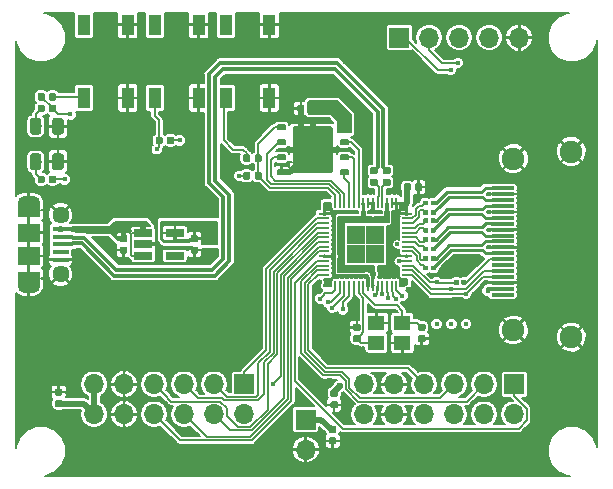
<source format=gbr>
G04 #@! TF.GenerationSoftware,KiCad,Pcbnew,5.0.2-bee76a0~70~ubuntu18.04.1*
G04 #@! TF.CreationDate,2020-08-11T13:50:02+01:00*
G04 #@! TF.ProjectId,picodvi,7069636f-6476-4692-9e6b-696361645f70,rev?*
G04 #@! TF.SameCoordinates,Original*
G04 #@! TF.FileFunction,Copper,L1,Top*
G04 #@! TF.FilePolarity,Positive*
%FSLAX46Y46*%
G04 Gerber Fmt 4.6, Leading zero omitted, Abs format (unit mm)*
G04 Created by KiCad (PCBNEW 5.0.2-bee76a0~70~ubuntu18.04.1) date Tue 11 Aug 2020 13:50:02 BST*
%MOMM*%
%LPD*%
G01*
G04 APERTURE LIST*
G04 #@! TA.AperFunction,ComponentPad*
%ADD10C,1.900000*%
G04 #@! TD*
G04 #@! TA.AperFunction,SMDPad,CuDef*
%ADD11R,1.900000X0.300000*%
G04 #@! TD*
G04 #@! TA.AperFunction,SMDPad,CuDef*
%ADD12R,1.100000X1.800000*%
G04 #@! TD*
G04 #@! TA.AperFunction,Conductor*
%ADD13C,0.100000*%
G04 #@! TD*
G04 #@! TA.AperFunction,SMDPad,CuDef*
%ADD14C,0.590000*%
G04 #@! TD*
G04 #@! TA.AperFunction,SMDPad,CuDef*
%ADD15C,0.975000*%
G04 #@! TD*
G04 #@! TA.AperFunction,SMDPad,CuDef*
%ADD16R,1.900000X1.500000*%
G04 #@! TD*
G04 #@! TA.AperFunction,ComponentPad*
%ADD17C,1.450000*%
G04 #@! TD*
G04 #@! TA.AperFunction,SMDPad,CuDef*
%ADD18R,1.350000X0.400000*%
G04 #@! TD*
G04 #@! TA.AperFunction,ComponentPad*
%ADD19O,1.900000X1.200000*%
G04 #@! TD*
G04 #@! TA.AperFunction,SMDPad,CuDef*
%ADD20R,1.900000X1.200000*%
G04 #@! TD*
G04 #@! TA.AperFunction,ComponentPad*
%ADD21R,1.700000X1.700000*%
G04 #@! TD*
G04 #@! TA.AperFunction,ComponentPad*
%ADD22O,1.700000X1.700000*%
G04 #@! TD*
G04 #@! TA.AperFunction,SMDPad,CuDef*
%ADD23O,1.000000X0.200000*%
G04 #@! TD*
G04 #@! TA.AperFunction,SMDPad,CuDef*
%ADD24O,0.200000X1.000000*%
G04 #@! TD*
G04 #@! TA.AperFunction,SMDPad,CuDef*
%ADD25R,1.600000X1.600000*%
G04 #@! TD*
G04 #@! TA.AperFunction,SMDPad,CuDef*
%ADD26R,1.560000X0.650000*%
G04 #@! TD*
G04 #@! TA.AperFunction,SMDPad,CuDef*
%ADD27R,1.400000X1.200000*%
G04 #@! TD*
G04 #@! TA.AperFunction,SMDPad,CuDef*
%ADD28C,0.400000*%
G04 #@! TD*
G04 #@! TA.AperFunction,SMDPad,CuDef*
%ADD29C,0.500000*%
G04 #@! TD*
G04 #@! TA.AperFunction,SMDPad,CuDef*
%ADD30C,3.400000*%
G04 #@! TD*
G04 #@! TA.AperFunction,ViaPad*
%ADD31C,0.600000*%
G04 #@! TD*
G04 #@! TA.AperFunction,ViaPad*
%ADD32C,0.450000*%
G04 #@! TD*
G04 #@! TA.AperFunction,Conductor*
%ADD33C,0.500000*%
G04 #@! TD*
G04 #@! TA.AperFunction,Conductor*
%ADD34C,0.300000*%
G04 #@! TD*
G04 #@! TA.AperFunction,Conductor*
%ADD35C,0.150000*%
G04 #@! TD*
G04 #@! TA.AperFunction,Conductor*
%ADD36C,0.200000*%
G04 #@! TD*
G04 #@! TA.AperFunction,Conductor*
%ADD37C,0.290000*%
G04 #@! TD*
G04 #@! TA.AperFunction,Conductor*
%ADD38C,0.360000*%
G04 #@! TD*
G04 #@! TA.AperFunction,Conductor*
%ADD39C,0.130000*%
G04 #@! TD*
G04 APERTURE END LIST*
D10*
G04 #@! TO.P,J5,SH*
G04 #@! TO.N,GND*
X247400000Y-97150000D03*
X247400000Y-112850000D03*
X242500000Y-97750000D03*
X242500000Y-112250000D03*
D11*
G04 #@! TO.P,J5,19*
G04 #@! TO.N,Net-(J5-Pad19)*
X241600000Y-109250000D03*
G04 #@! TO.P,J5,18*
G04 #@! TO.N,VBUS*
X241600000Y-108750000D03*
G04 #@! TO.P,J5,17*
G04 #@! TO.N,GND*
X241600000Y-108250000D03*
G04 #@! TO.P,J5,16*
G04 #@! TO.N,/uC_DVI_SDA*
X241600000Y-107750000D03*
G04 #@! TO.P,J5,15*
G04 #@! TO.N,/uC_DVI_SCL*
X241600000Y-107250000D03*
G04 #@! TO.P,J5,14*
G04 #@! TO.N,Net-(J5-Pad14)*
X241600000Y-106750000D03*
G04 #@! TO.P,J5,13*
G04 #@! TO.N,Net-(J5-Pad13)*
X241600000Y-106250000D03*
G04 #@! TO.P,J5,12*
G04 #@! TO.N,/DVI_CK-*
X241600000Y-105750000D03*
G04 #@! TO.P,J5,11*
G04 #@! TO.N,GND*
X241600000Y-105250000D03*
G04 #@! TO.P,J5,10*
G04 #@! TO.N,/DVI_CK+*
X241600000Y-104750000D03*
G04 #@! TO.P,J5,9*
G04 #@! TO.N,/DVI_D0-*
X241600000Y-104250000D03*
G04 #@! TO.P,J5,8*
G04 #@! TO.N,GND*
X241600000Y-103750000D03*
G04 #@! TO.P,J5,7*
G04 #@! TO.N,/DVI_D0+*
X241600000Y-103250000D03*
G04 #@! TO.P,J5,6*
G04 #@! TO.N,/DVI_D1-*
X241600000Y-102750000D03*
G04 #@! TO.P,J5,5*
G04 #@! TO.N,GND*
X241600000Y-102250000D03*
G04 #@! TO.P,J5,4*
G04 #@! TO.N,/DVI_D1+*
X241600000Y-101750000D03*
G04 #@! TO.P,J5,3*
G04 #@! TO.N,/DVI_D2-*
X241600000Y-101250000D03*
G04 #@! TO.P,J5,2*
G04 #@! TO.N,GND*
X241600000Y-100750000D03*
G04 #@! TO.P,J5,1*
G04 #@! TO.N,/DVI_D2+*
X241600000Y-100250000D03*
G04 #@! TD*
D12*
G04 #@! TO.P,SW2,1*
G04 #@! TO.N,GND*
X221850000Y-86400000D03*
X221850000Y-92600000D03*
G04 #@! TO.P,SW2,~*
G04 #@! TO.N,N/C*
X218150000Y-86400000D03*
G04 #@! TO.P,SW2,2*
G04 #@! TO.N,Net-(R3-Pad2)*
X218150000Y-92600000D03*
G04 #@! TD*
D13*
G04 #@! TO.N,+3V3*
G04 #@! TO.C,C1*
G36*
X233676958Y-99830710D02*
X233691276Y-99832834D01*
X233705317Y-99836351D01*
X233718946Y-99841228D01*
X233732031Y-99847417D01*
X233744447Y-99854858D01*
X233756073Y-99863481D01*
X233766798Y-99873202D01*
X233776519Y-99883927D01*
X233785142Y-99895553D01*
X233792583Y-99907969D01*
X233798772Y-99921054D01*
X233803649Y-99934683D01*
X233807166Y-99948724D01*
X233809290Y-99963042D01*
X233810000Y-99977500D01*
X233810000Y-100322500D01*
X233809290Y-100336958D01*
X233807166Y-100351276D01*
X233803649Y-100365317D01*
X233798772Y-100378946D01*
X233792583Y-100392031D01*
X233785142Y-100404447D01*
X233776519Y-100416073D01*
X233766798Y-100426798D01*
X233756073Y-100436519D01*
X233744447Y-100445142D01*
X233732031Y-100452583D01*
X233718946Y-100458772D01*
X233705317Y-100463649D01*
X233691276Y-100467166D01*
X233676958Y-100469290D01*
X233662500Y-100470000D01*
X233367500Y-100470000D01*
X233353042Y-100469290D01*
X233338724Y-100467166D01*
X233324683Y-100463649D01*
X233311054Y-100458772D01*
X233297969Y-100452583D01*
X233285553Y-100445142D01*
X233273927Y-100436519D01*
X233263202Y-100426798D01*
X233253481Y-100416073D01*
X233244858Y-100404447D01*
X233237417Y-100392031D01*
X233231228Y-100378946D01*
X233226351Y-100365317D01*
X233222834Y-100351276D01*
X233220710Y-100336958D01*
X233220000Y-100322500D01*
X233220000Y-99977500D01*
X233220710Y-99963042D01*
X233222834Y-99948724D01*
X233226351Y-99934683D01*
X233231228Y-99921054D01*
X233237417Y-99907969D01*
X233244858Y-99895553D01*
X233253481Y-99883927D01*
X233263202Y-99873202D01*
X233273927Y-99863481D01*
X233285553Y-99854858D01*
X233297969Y-99847417D01*
X233311054Y-99841228D01*
X233324683Y-99836351D01*
X233338724Y-99832834D01*
X233353042Y-99830710D01*
X233367500Y-99830000D01*
X233662500Y-99830000D01*
X233676958Y-99830710D01*
X233676958Y-99830710D01*
G37*
D14*
G04 #@! TD*
G04 #@! TO.P,C1,1*
G04 #@! TO.N,+3V3*
X233515000Y-100150000D03*
D13*
G04 #@! TO.N,GND*
G04 #@! TO.C,C1*
G36*
X234646958Y-99830710D02*
X234661276Y-99832834D01*
X234675317Y-99836351D01*
X234688946Y-99841228D01*
X234702031Y-99847417D01*
X234714447Y-99854858D01*
X234726073Y-99863481D01*
X234736798Y-99873202D01*
X234746519Y-99883927D01*
X234755142Y-99895553D01*
X234762583Y-99907969D01*
X234768772Y-99921054D01*
X234773649Y-99934683D01*
X234777166Y-99948724D01*
X234779290Y-99963042D01*
X234780000Y-99977500D01*
X234780000Y-100322500D01*
X234779290Y-100336958D01*
X234777166Y-100351276D01*
X234773649Y-100365317D01*
X234768772Y-100378946D01*
X234762583Y-100392031D01*
X234755142Y-100404447D01*
X234746519Y-100416073D01*
X234736798Y-100426798D01*
X234726073Y-100436519D01*
X234714447Y-100445142D01*
X234702031Y-100452583D01*
X234688946Y-100458772D01*
X234675317Y-100463649D01*
X234661276Y-100467166D01*
X234646958Y-100469290D01*
X234632500Y-100470000D01*
X234337500Y-100470000D01*
X234323042Y-100469290D01*
X234308724Y-100467166D01*
X234294683Y-100463649D01*
X234281054Y-100458772D01*
X234267969Y-100452583D01*
X234255553Y-100445142D01*
X234243927Y-100436519D01*
X234233202Y-100426798D01*
X234223481Y-100416073D01*
X234214858Y-100404447D01*
X234207417Y-100392031D01*
X234201228Y-100378946D01*
X234196351Y-100365317D01*
X234192834Y-100351276D01*
X234190710Y-100336958D01*
X234190000Y-100322500D01*
X234190000Y-99977500D01*
X234190710Y-99963042D01*
X234192834Y-99948724D01*
X234196351Y-99934683D01*
X234201228Y-99921054D01*
X234207417Y-99907969D01*
X234214858Y-99895553D01*
X234223481Y-99883927D01*
X234233202Y-99873202D01*
X234243927Y-99863481D01*
X234255553Y-99854858D01*
X234267969Y-99847417D01*
X234281054Y-99841228D01*
X234294683Y-99836351D01*
X234308724Y-99832834D01*
X234323042Y-99830710D01*
X234337500Y-99830000D01*
X234632500Y-99830000D01*
X234646958Y-99830710D01*
X234646958Y-99830710D01*
G37*
D14*
G04 #@! TD*
G04 #@! TO.P,C1,2*
G04 #@! TO.N,GND*
X234485000Y-100150000D03*
D13*
G04 #@! TO.N,VBUS*
G04 #@! TO.C,C7*
G36*
X209686958Y-104220710D02*
X209701276Y-104222834D01*
X209715317Y-104226351D01*
X209728946Y-104231228D01*
X209742031Y-104237417D01*
X209754447Y-104244858D01*
X209766073Y-104253481D01*
X209776798Y-104263202D01*
X209786519Y-104273927D01*
X209795142Y-104285553D01*
X209802583Y-104297969D01*
X209808772Y-104311054D01*
X209813649Y-104324683D01*
X209817166Y-104338724D01*
X209819290Y-104353042D01*
X209820000Y-104367500D01*
X209820000Y-104662500D01*
X209819290Y-104676958D01*
X209817166Y-104691276D01*
X209813649Y-104705317D01*
X209808772Y-104718946D01*
X209802583Y-104732031D01*
X209795142Y-104744447D01*
X209786519Y-104756073D01*
X209776798Y-104766798D01*
X209766073Y-104776519D01*
X209754447Y-104785142D01*
X209742031Y-104792583D01*
X209728946Y-104798772D01*
X209715317Y-104803649D01*
X209701276Y-104807166D01*
X209686958Y-104809290D01*
X209672500Y-104810000D01*
X209327500Y-104810000D01*
X209313042Y-104809290D01*
X209298724Y-104807166D01*
X209284683Y-104803649D01*
X209271054Y-104798772D01*
X209257969Y-104792583D01*
X209245553Y-104785142D01*
X209233927Y-104776519D01*
X209223202Y-104766798D01*
X209213481Y-104756073D01*
X209204858Y-104744447D01*
X209197417Y-104732031D01*
X209191228Y-104718946D01*
X209186351Y-104705317D01*
X209182834Y-104691276D01*
X209180710Y-104676958D01*
X209180000Y-104662500D01*
X209180000Y-104367500D01*
X209180710Y-104353042D01*
X209182834Y-104338724D01*
X209186351Y-104324683D01*
X209191228Y-104311054D01*
X209197417Y-104297969D01*
X209204858Y-104285553D01*
X209213481Y-104273927D01*
X209223202Y-104263202D01*
X209233927Y-104253481D01*
X209245553Y-104244858D01*
X209257969Y-104237417D01*
X209271054Y-104231228D01*
X209284683Y-104226351D01*
X209298724Y-104222834D01*
X209313042Y-104220710D01*
X209327500Y-104220000D01*
X209672500Y-104220000D01*
X209686958Y-104220710D01*
X209686958Y-104220710D01*
G37*
D14*
G04 #@! TD*
G04 #@! TO.P,C7,1*
G04 #@! TO.N,VBUS*
X209500000Y-104515000D03*
D13*
G04 #@! TO.N,GND*
G04 #@! TO.C,C7*
G36*
X209686958Y-105190710D02*
X209701276Y-105192834D01*
X209715317Y-105196351D01*
X209728946Y-105201228D01*
X209742031Y-105207417D01*
X209754447Y-105214858D01*
X209766073Y-105223481D01*
X209776798Y-105233202D01*
X209786519Y-105243927D01*
X209795142Y-105255553D01*
X209802583Y-105267969D01*
X209808772Y-105281054D01*
X209813649Y-105294683D01*
X209817166Y-105308724D01*
X209819290Y-105323042D01*
X209820000Y-105337500D01*
X209820000Y-105632500D01*
X209819290Y-105646958D01*
X209817166Y-105661276D01*
X209813649Y-105675317D01*
X209808772Y-105688946D01*
X209802583Y-105702031D01*
X209795142Y-105714447D01*
X209786519Y-105726073D01*
X209776798Y-105736798D01*
X209766073Y-105746519D01*
X209754447Y-105755142D01*
X209742031Y-105762583D01*
X209728946Y-105768772D01*
X209715317Y-105773649D01*
X209701276Y-105777166D01*
X209686958Y-105779290D01*
X209672500Y-105780000D01*
X209327500Y-105780000D01*
X209313042Y-105779290D01*
X209298724Y-105777166D01*
X209284683Y-105773649D01*
X209271054Y-105768772D01*
X209257969Y-105762583D01*
X209245553Y-105755142D01*
X209233927Y-105746519D01*
X209223202Y-105736798D01*
X209213481Y-105726073D01*
X209204858Y-105714447D01*
X209197417Y-105702031D01*
X209191228Y-105688946D01*
X209186351Y-105675317D01*
X209182834Y-105661276D01*
X209180710Y-105646958D01*
X209180000Y-105632500D01*
X209180000Y-105337500D01*
X209180710Y-105323042D01*
X209182834Y-105308724D01*
X209186351Y-105294683D01*
X209191228Y-105281054D01*
X209197417Y-105267969D01*
X209204858Y-105255553D01*
X209213481Y-105243927D01*
X209223202Y-105233202D01*
X209233927Y-105223481D01*
X209245553Y-105214858D01*
X209257969Y-105207417D01*
X209271054Y-105201228D01*
X209284683Y-105196351D01*
X209298724Y-105192834D01*
X209313042Y-105190710D01*
X209327500Y-105190000D01*
X209672500Y-105190000D01*
X209686958Y-105190710D01*
X209686958Y-105190710D01*
G37*
D14*
G04 #@! TD*
G04 #@! TO.P,C7,2*
G04 #@! TO.N,GND*
X209500000Y-105485000D03*
D13*
G04 #@! TO.N,/XOUT*
G04 #@! TO.C,C10*
G36*
X234936958Y-111720710D02*
X234951276Y-111722834D01*
X234965317Y-111726351D01*
X234978946Y-111731228D01*
X234992031Y-111737417D01*
X235004447Y-111744858D01*
X235016073Y-111753481D01*
X235026798Y-111763202D01*
X235036519Y-111773927D01*
X235045142Y-111785553D01*
X235052583Y-111797969D01*
X235058772Y-111811054D01*
X235063649Y-111824683D01*
X235067166Y-111838724D01*
X235069290Y-111853042D01*
X235070000Y-111867500D01*
X235070000Y-112162500D01*
X235069290Y-112176958D01*
X235067166Y-112191276D01*
X235063649Y-112205317D01*
X235058772Y-112218946D01*
X235052583Y-112232031D01*
X235045142Y-112244447D01*
X235036519Y-112256073D01*
X235026798Y-112266798D01*
X235016073Y-112276519D01*
X235004447Y-112285142D01*
X234992031Y-112292583D01*
X234978946Y-112298772D01*
X234965317Y-112303649D01*
X234951276Y-112307166D01*
X234936958Y-112309290D01*
X234922500Y-112310000D01*
X234577500Y-112310000D01*
X234563042Y-112309290D01*
X234548724Y-112307166D01*
X234534683Y-112303649D01*
X234521054Y-112298772D01*
X234507969Y-112292583D01*
X234495553Y-112285142D01*
X234483927Y-112276519D01*
X234473202Y-112266798D01*
X234463481Y-112256073D01*
X234454858Y-112244447D01*
X234447417Y-112232031D01*
X234441228Y-112218946D01*
X234436351Y-112205317D01*
X234432834Y-112191276D01*
X234430710Y-112176958D01*
X234430000Y-112162500D01*
X234430000Y-111867500D01*
X234430710Y-111853042D01*
X234432834Y-111838724D01*
X234436351Y-111824683D01*
X234441228Y-111811054D01*
X234447417Y-111797969D01*
X234454858Y-111785553D01*
X234463481Y-111773927D01*
X234473202Y-111763202D01*
X234483927Y-111753481D01*
X234495553Y-111744858D01*
X234507969Y-111737417D01*
X234521054Y-111731228D01*
X234534683Y-111726351D01*
X234548724Y-111722834D01*
X234563042Y-111720710D01*
X234577500Y-111720000D01*
X234922500Y-111720000D01*
X234936958Y-111720710D01*
X234936958Y-111720710D01*
G37*
D14*
G04 #@! TD*
G04 #@! TO.P,C10,1*
G04 #@! TO.N,/XOUT*
X234750000Y-112015000D03*
D13*
G04 #@! TO.N,GND*
G04 #@! TO.C,C10*
G36*
X234936958Y-112690710D02*
X234951276Y-112692834D01*
X234965317Y-112696351D01*
X234978946Y-112701228D01*
X234992031Y-112707417D01*
X235004447Y-112714858D01*
X235016073Y-112723481D01*
X235026798Y-112733202D01*
X235036519Y-112743927D01*
X235045142Y-112755553D01*
X235052583Y-112767969D01*
X235058772Y-112781054D01*
X235063649Y-112794683D01*
X235067166Y-112808724D01*
X235069290Y-112823042D01*
X235070000Y-112837500D01*
X235070000Y-113132500D01*
X235069290Y-113146958D01*
X235067166Y-113161276D01*
X235063649Y-113175317D01*
X235058772Y-113188946D01*
X235052583Y-113202031D01*
X235045142Y-113214447D01*
X235036519Y-113226073D01*
X235026798Y-113236798D01*
X235016073Y-113246519D01*
X235004447Y-113255142D01*
X234992031Y-113262583D01*
X234978946Y-113268772D01*
X234965317Y-113273649D01*
X234951276Y-113277166D01*
X234936958Y-113279290D01*
X234922500Y-113280000D01*
X234577500Y-113280000D01*
X234563042Y-113279290D01*
X234548724Y-113277166D01*
X234534683Y-113273649D01*
X234521054Y-113268772D01*
X234507969Y-113262583D01*
X234495553Y-113255142D01*
X234483927Y-113246519D01*
X234473202Y-113236798D01*
X234463481Y-113226073D01*
X234454858Y-113214447D01*
X234447417Y-113202031D01*
X234441228Y-113188946D01*
X234436351Y-113175317D01*
X234432834Y-113161276D01*
X234430710Y-113146958D01*
X234430000Y-113132500D01*
X234430000Y-112837500D01*
X234430710Y-112823042D01*
X234432834Y-112808724D01*
X234436351Y-112794683D01*
X234441228Y-112781054D01*
X234447417Y-112767969D01*
X234454858Y-112755553D01*
X234463481Y-112743927D01*
X234473202Y-112733202D01*
X234483927Y-112723481D01*
X234495553Y-112714858D01*
X234507969Y-112707417D01*
X234521054Y-112701228D01*
X234534683Y-112696351D01*
X234548724Y-112692834D01*
X234563042Y-112690710D01*
X234577500Y-112690000D01*
X234922500Y-112690000D01*
X234936958Y-112690710D01*
X234936958Y-112690710D01*
G37*
D14*
G04 #@! TD*
G04 #@! TO.P,C10,2*
G04 #@! TO.N,GND*
X234750000Y-112985000D03*
D13*
G04 #@! TO.N,GND*
G04 #@! TO.C,C11*
G36*
X215686958Y-105190710D02*
X215701276Y-105192834D01*
X215715317Y-105196351D01*
X215728946Y-105201228D01*
X215742031Y-105207417D01*
X215754447Y-105214858D01*
X215766073Y-105223481D01*
X215776798Y-105233202D01*
X215786519Y-105243927D01*
X215795142Y-105255553D01*
X215802583Y-105267969D01*
X215808772Y-105281054D01*
X215813649Y-105294683D01*
X215817166Y-105308724D01*
X215819290Y-105323042D01*
X215820000Y-105337500D01*
X215820000Y-105632500D01*
X215819290Y-105646958D01*
X215817166Y-105661276D01*
X215813649Y-105675317D01*
X215808772Y-105688946D01*
X215802583Y-105702031D01*
X215795142Y-105714447D01*
X215786519Y-105726073D01*
X215776798Y-105736798D01*
X215766073Y-105746519D01*
X215754447Y-105755142D01*
X215742031Y-105762583D01*
X215728946Y-105768772D01*
X215715317Y-105773649D01*
X215701276Y-105777166D01*
X215686958Y-105779290D01*
X215672500Y-105780000D01*
X215327500Y-105780000D01*
X215313042Y-105779290D01*
X215298724Y-105777166D01*
X215284683Y-105773649D01*
X215271054Y-105768772D01*
X215257969Y-105762583D01*
X215245553Y-105755142D01*
X215233927Y-105746519D01*
X215223202Y-105736798D01*
X215213481Y-105726073D01*
X215204858Y-105714447D01*
X215197417Y-105702031D01*
X215191228Y-105688946D01*
X215186351Y-105675317D01*
X215182834Y-105661276D01*
X215180710Y-105646958D01*
X215180000Y-105632500D01*
X215180000Y-105337500D01*
X215180710Y-105323042D01*
X215182834Y-105308724D01*
X215186351Y-105294683D01*
X215191228Y-105281054D01*
X215197417Y-105267969D01*
X215204858Y-105255553D01*
X215213481Y-105243927D01*
X215223202Y-105233202D01*
X215233927Y-105223481D01*
X215245553Y-105214858D01*
X215257969Y-105207417D01*
X215271054Y-105201228D01*
X215284683Y-105196351D01*
X215298724Y-105192834D01*
X215313042Y-105190710D01*
X215327500Y-105190000D01*
X215672500Y-105190000D01*
X215686958Y-105190710D01*
X215686958Y-105190710D01*
G37*
D14*
G04 #@! TD*
G04 #@! TO.P,C11,2*
G04 #@! TO.N,GND*
X215500000Y-105485000D03*
D13*
G04 #@! TO.N,+3V3*
G04 #@! TO.C,C11*
G36*
X215686958Y-104220710D02*
X215701276Y-104222834D01*
X215715317Y-104226351D01*
X215728946Y-104231228D01*
X215742031Y-104237417D01*
X215754447Y-104244858D01*
X215766073Y-104253481D01*
X215776798Y-104263202D01*
X215786519Y-104273927D01*
X215795142Y-104285553D01*
X215802583Y-104297969D01*
X215808772Y-104311054D01*
X215813649Y-104324683D01*
X215817166Y-104338724D01*
X215819290Y-104353042D01*
X215820000Y-104367500D01*
X215820000Y-104662500D01*
X215819290Y-104676958D01*
X215817166Y-104691276D01*
X215813649Y-104705317D01*
X215808772Y-104718946D01*
X215802583Y-104732031D01*
X215795142Y-104744447D01*
X215786519Y-104756073D01*
X215776798Y-104766798D01*
X215766073Y-104776519D01*
X215754447Y-104785142D01*
X215742031Y-104792583D01*
X215728946Y-104798772D01*
X215715317Y-104803649D01*
X215701276Y-104807166D01*
X215686958Y-104809290D01*
X215672500Y-104810000D01*
X215327500Y-104810000D01*
X215313042Y-104809290D01*
X215298724Y-104807166D01*
X215284683Y-104803649D01*
X215271054Y-104798772D01*
X215257969Y-104792583D01*
X215245553Y-104785142D01*
X215233927Y-104776519D01*
X215223202Y-104766798D01*
X215213481Y-104756073D01*
X215204858Y-104744447D01*
X215197417Y-104732031D01*
X215191228Y-104718946D01*
X215186351Y-104705317D01*
X215182834Y-104691276D01*
X215180710Y-104676958D01*
X215180000Y-104662500D01*
X215180000Y-104367500D01*
X215180710Y-104353042D01*
X215182834Y-104338724D01*
X215186351Y-104324683D01*
X215191228Y-104311054D01*
X215197417Y-104297969D01*
X215204858Y-104285553D01*
X215213481Y-104273927D01*
X215223202Y-104263202D01*
X215233927Y-104253481D01*
X215245553Y-104244858D01*
X215257969Y-104237417D01*
X215271054Y-104231228D01*
X215284683Y-104226351D01*
X215298724Y-104222834D01*
X215313042Y-104220710D01*
X215327500Y-104220000D01*
X215672500Y-104220000D01*
X215686958Y-104220710D01*
X215686958Y-104220710D01*
G37*
D14*
G04 #@! TD*
G04 #@! TO.P,C11,1*
G04 #@! TO.N,+3V3*
X215500000Y-104515000D03*
D13*
G04 #@! TO.N,GND*
G04 #@! TO.C,C12*
G36*
X229436958Y-111720710D02*
X229451276Y-111722834D01*
X229465317Y-111726351D01*
X229478946Y-111731228D01*
X229492031Y-111737417D01*
X229504447Y-111744858D01*
X229516073Y-111753481D01*
X229526798Y-111763202D01*
X229536519Y-111773927D01*
X229545142Y-111785553D01*
X229552583Y-111797969D01*
X229558772Y-111811054D01*
X229563649Y-111824683D01*
X229567166Y-111838724D01*
X229569290Y-111853042D01*
X229570000Y-111867500D01*
X229570000Y-112162500D01*
X229569290Y-112176958D01*
X229567166Y-112191276D01*
X229563649Y-112205317D01*
X229558772Y-112218946D01*
X229552583Y-112232031D01*
X229545142Y-112244447D01*
X229536519Y-112256073D01*
X229526798Y-112266798D01*
X229516073Y-112276519D01*
X229504447Y-112285142D01*
X229492031Y-112292583D01*
X229478946Y-112298772D01*
X229465317Y-112303649D01*
X229451276Y-112307166D01*
X229436958Y-112309290D01*
X229422500Y-112310000D01*
X229077500Y-112310000D01*
X229063042Y-112309290D01*
X229048724Y-112307166D01*
X229034683Y-112303649D01*
X229021054Y-112298772D01*
X229007969Y-112292583D01*
X228995553Y-112285142D01*
X228983927Y-112276519D01*
X228973202Y-112266798D01*
X228963481Y-112256073D01*
X228954858Y-112244447D01*
X228947417Y-112232031D01*
X228941228Y-112218946D01*
X228936351Y-112205317D01*
X228932834Y-112191276D01*
X228930710Y-112176958D01*
X228930000Y-112162500D01*
X228930000Y-111867500D01*
X228930710Y-111853042D01*
X228932834Y-111838724D01*
X228936351Y-111824683D01*
X228941228Y-111811054D01*
X228947417Y-111797969D01*
X228954858Y-111785553D01*
X228963481Y-111773927D01*
X228973202Y-111763202D01*
X228983927Y-111753481D01*
X228995553Y-111744858D01*
X229007969Y-111737417D01*
X229021054Y-111731228D01*
X229034683Y-111726351D01*
X229048724Y-111722834D01*
X229063042Y-111720710D01*
X229077500Y-111720000D01*
X229422500Y-111720000D01*
X229436958Y-111720710D01*
X229436958Y-111720710D01*
G37*
D14*
G04 #@! TD*
G04 #@! TO.P,C12,2*
G04 #@! TO.N,GND*
X229250000Y-112015000D03*
D13*
G04 #@! TO.N,/XIN*
G04 #@! TO.C,C12*
G36*
X229436958Y-112690710D02*
X229451276Y-112692834D01*
X229465317Y-112696351D01*
X229478946Y-112701228D01*
X229492031Y-112707417D01*
X229504447Y-112714858D01*
X229516073Y-112723481D01*
X229526798Y-112733202D01*
X229536519Y-112743927D01*
X229545142Y-112755553D01*
X229552583Y-112767969D01*
X229558772Y-112781054D01*
X229563649Y-112794683D01*
X229567166Y-112808724D01*
X229569290Y-112823042D01*
X229570000Y-112837500D01*
X229570000Y-113132500D01*
X229569290Y-113146958D01*
X229567166Y-113161276D01*
X229563649Y-113175317D01*
X229558772Y-113188946D01*
X229552583Y-113202031D01*
X229545142Y-113214447D01*
X229536519Y-113226073D01*
X229526798Y-113236798D01*
X229516073Y-113246519D01*
X229504447Y-113255142D01*
X229492031Y-113262583D01*
X229478946Y-113268772D01*
X229465317Y-113273649D01*
X229451276Y-113277166D01*
X229436958Y-113279290D01*
X229422500Y-113280000D01*
X229077500Y-113280000D01*
X229063042Y-113279290D01*
X229048724Y-113277166D01*
X229034683Y-113273649D01*
X229021054Y-113268772D01*
X229007969Y-113262583D01*
X228995553Y-113255142D01*
X228983927Y-113246519D01*
X228973202Y-113236798D01*
X228963481Y-113226073D01*
X228954858Y-113214447D01*
X228947417Y-113202031D01*
X228941228Y-113188946D01*
X228936351Y-113175317D01*
X228932834Y-113161276D01*
X228930710Y-113146958D01*
X228930000Y-113132500D01*
X228930000Y-112837500D01*
X228930710Y-112823042D01*
X228932834Y-112808724D01*
X228936351Y-112794683D01*
X228941228Y-112781054D01*
X228947417Y-112767969D01*
X228954858Y-112755553D01*
X228963481Y-112743927D01*
X228973202Y-112733202D01*
X228983927Y-112723481D01*
X228995553Y-112714858D01*
X229007969Y-112707417D01*
X229021054Y-112701228D01*
X229034683Y-112696351D01*
X229048724Y-112692834D01*
X229063042Y-112690710D01*
X229077500Y-112690000D01*
X229422500Y-112690000D01*
X229436958Y-112690710D01*
X229436958Y-112690710D01*
G37*
D14*
G04 #@! TD*
G04 #@! TO.P,C12,1*
G04 #@! TO.N,/XIN*
X229250000Y-112985000D03*
D13*
G04 #@! TO.N,+3V3*
G04 #@! TO.C,C13*
G36*
X225646958Y-93180710D02*
X225661276Y-93182834D01*
X225675317Y-93186351D01*
X225688946Y-93191228D01*
X225702031Y-93197417D01*
X225714447Y-93204858D01*
X225726073Y-93213481D01*
X225736798Y-93223202D01*
X225746519Y-93233927D01*
X225755142Y-93245553D01*
X225762583Y-93257969D01*
X225768772Y-93271054D01*
X225773649Y-93284683D01*
X225777166Y-93298724D01*
X225779290Y-93313042D01*
X225780000Y-93327500D01*
X225780000Y-93672500D01*
X225779290Y-93686958D01*
X225777166Y-93701276D01*
X225773649Y-93715317D01*
X225768772Y-93728946D01*
X225762583Y-93742031D01*
X225755142Y-93754447D01*
X225746519Y-93766073D01*
X225736798Y-93776798D01*
X225726073Y-93786519D01*
X225714447Y-93795142D01*
X225702031Y-93802583D01*
X225688946Y-93808772D01*
X225675317Y-93813649D01*
X225661276Y-93817166D01*
X225646958Y-93819290D01*
X225632500Y-93820000D01*
X225337500Y-93820000D01*
X225323042Y-93819290D01*
X225308724Y-93817166D01*
X225294683Y-93813649D01*
X225281054Y-93808772D01*
X225267969Y-93802583D01*
X225255553Y-93795142D01*
X225243927Y-93786519D01*
X225233202Y-93776798D01*
X225223481Y-93766073D01*
X225214858Y-93754447D01*
X225207417Y-93742031D01*
X225201228Y-93728946D01*
X225196351Y-93715317D01*
X225192834Y-93701276D01*
X225190710Y-93686958D01*
X225190000Y-93672500D01*
X225190000Y-93327500D01*
X225190710Y-93313042D01*
X225192834Y-93298724D01*
X225196351Y-93284683D01*
X225201228Y-93271054D01*
X225207417Y-93257969D01*
X225214858Y-93245553D01*
X225223481Y-93233927D01*
X225233202Y-93223202D01*
X225243927Y-93213481D01*
X225255553Y-93204858D01*
X225267969Y-93197417D01*
X225281054Y-93191228D01*
X225294683Y-93186351D01*
X225308724Y-93182834D01*
X225323042Y-93180710D01*
X225337500Y-93180000D01*
X225632500Y-93180000D01*
X225646958Y-93180710D01*
X225646958Y-93180710D01*
G37*
D14*
G04 #@! TD*
G04 #@! TO.P,C13,1*
G04 #@! TO.N,+3V3*
X225485000Y-93500000D03*
D13*
G04 #@! TO.N,GND*
G04 #@! TO.C,C13*
G36*
X224676958Y-93180710D02*
X224691276Y-93182834D01*
X224705317Y-93186351D01*
X224718946Y-93191228D01*
X224732031Y-93197417D01*
X224744447Y-93204858D01*
X224756073Y-93213481D01*
X224766798Y-93223202D01*
X224776519Y-93233927D01*
X224785142Y-93245553D01*
X224792583Y-93257969D01*
X224798772Y-93271054D01*
X224803649Y-93284683D01*
X224807166Y-93298724D01*
X224809290Y-93313042D01*
X224810000Y-93327500D01*
X224810000Y-93672500D01*
X224809290Y-93686958D01*
X224807166Y-93701276D01*
X224803649Y-93715317D01*
X224798772Y-93728946D01*
X224792583Y-93742031D01*
X224785142Y-93754447D01*
X224776519Y-93766073D01*
X224766798Y-93776798D01*
X224756073Y-93786519D01*
X224744447Y-93795142D01*
X224732031Y-93802583D01*
X224718946Y-93808772D01*
X224705317Y-93813649D01*
X224691276Y-93817166D01*
X224676958Y-93819290D01*
X224662500Y-93820000D01*
X224367500Y-93820000D01*
X224353042Y-93819290D01*
X224338724Y-93817166D01*
X224324683Y-93813649D01*
X224311054Y-93808772D01*
X224297969Y-93802583D01*
X224285553Y-93795142D01*
X224273927Y-93786519D01*
X224263202Y-93776798D01*
X224253481Y-93766073D01*
X224244858Y-93754447D01*
X224237417Y-93742031D01*
X224231228Y-93728946D01*
X224226351Y-93715317D01*
X224222834Y-93701276D01*
X224220710Y-93686958D01*
X224220000Y-93672500D01*
X224220000Y-93327500D01*
X224220710Y-93313042D01*
X224222834Y-93298724D01*
X224226351Y-93284683D01*
X224231228Y-93271054D01*
X224237417Y-93257969D01*
X224244858Y-93245553D01*
X224253481Y-93233927D01*
X224263202Y-93223202D01*
X224273927Y-93213481D01*
X224285553Y-93204858D01*
X224297969Y-93197417D01*
X224311054Y-93191228D01*
X224324683Y-93186351D01*
X224338724Y-93182834D01*
X224353042Y-93180710D01*
X224367500Y-93180000D01*
X224662500Y-93180000D01*
X224676958Y-93180710D01*
X224676958Y-93180710D01*
G37*
D14*
G04 #@! TD*
G04 #@! TO.P,C13,2*
G04 #@! TO.N,GND*
X224515000Y-93500000D03*
D13*
G04 #@! TO.N,GND*
G04 #@! TO.C,C22*
G36*
X227516958Y-118300710D02*
X227531276Y-118302834D01*
X227545317Y-118306351D01*
X227558946Y-118311228D01*
X227572031Y-118317417D01*
X227584447Y-118324858D01*
X227596073Y-118333481D01*
X227606798Y-118343202D01*
X227616519Y-118353927D01*
X227625142Y-118365553D01*
X227632583Y-118377969D01*
X227638772Y-118391054D01*
X227643649Y-118404683D01*
X227647166Y-118418724D01*
X227649290Y-118433042D01*
X227650000Y-118447500D01*
X227650000Y-118742500D01*
X227649290Y-118756958D01*
X227647166Y-118771276D01*
X227643649Y-118785317D01*
X227638772Y-118798946D01*
X227632583Y-118812031D01*
X227625142Y-118824447D01*
X227616519Y-118836073D01*
X227606798Y-118846798D01*
X227596073Y-118856519D01*
X227584447Y-118865142D01*
X227572031Y-118872583D01*
X227558946Y-118878772D01*
X227545317Y-118883649D01*
X227531276Y-118887166D01*
X227516958Y-118889290D01*
X227502500Y-118890000D01*
X227157500Y-118890000D01*
X227143042Y-118889290D01*
X227128724Y-118887166D01*
X227114683Y-118883649D01*
X227101054Y-118878772D01*
X227087969Y-118872583D01*
X227075553Y-118865142D01*
X227063927Y-118856519D01*
X227053202Y-118846798D01*
X227043481Y-118836073D01*
X227034858Y-118824447D01*
X227027417Y-118812031D01*
X227021228Y-118798946D01*
X227016351Y-118785317D01*
X227012834Y-118771276D01*
X227010710Y-118756958D01*
X227010000Y-118742500D01*
X227010000Y-118447500D01*
X227010710Y-118433042D01*
X227012834Y-118418724D01*
X227016351Y-118404683D01*
X227021228Y-118391054D01*
X227027417Y-118377969D01*
X227034858Y-118365553D01*
X227043481Y-118353927D01*
X227053202Y-118343202D01*
X227063927Y-118333481D01*
X227075553Y-118324858D01*
X227087969Y-118317417D01*
X227101054Y-118311228D01*
X227114683Y-118306351D01*
X227128724Y-118302834D01*
X227143042Y-118300710D01*
X227157500Y-118300000D01*
X227502500Y-118300000D01*
X227516958Y-118300710D01*
X227516958Y-118300710D01*
G37*
D14*
G04 #@! TD*
G04 #@! TO.P,C22,2*
G04 #@! TO.N,GND*
X227330000Y-118595000D03*
D13*
G04 #@! TO.N,+3V3*
G04 #@! TO.C,C22*
G36*
X227516958Y-117330710D02*
X227531276Y-117332834D01*
X227545317Y-117336351D01*
X227558946Y-117341228D01*
X227572031Y-117347417D01*
X227584447Y-117354858D01*
X227596073Y-117363481D01*
X227606798Y-117373202D01*
X227616519Y-117383927D01*
X227625142Y-117395553D01*
X227632583Y-117407969D01*
X227638772Y-117421054D01*
X227643649Y-117434683D01*
X227647166Y-117448724D01*
X227649290Y-117463042D01*
X227650000Y-117477500D01*
X227650000Y-117772500D01*
X227649290Y-117786958D01*
X227647166Y-117801276D01*
X227643649Y-117815317D01*
X227638772Y-117828946D01*
X227632583Y-117842031D01*
X227625142Y-117854447D01*
X227616519Y-117866073D01*
X227606798Y-117876798D01*
X227596073Y-117886519D01*
X227584447Y-117895142D01*
X227572031Y-117902583D01*
X227558946Y-117908772D01*
X227545317Y-117913649D01*
X227531276Y-117917166D01*
X227516958Y-117919290D01*
X227502500Y-117920000D01*
X227157500Y-117920000D01*
X227143042Y-117919290D01*
X227128724Y-117917166D01*
X227114683Y-117913649D01*
X227101054Y-117908772D01*
X227087969Y-117902583D01*
X227075553Y-117895142D01*
X227063927Y-117886519D01*
X227053202Y-117876798D01*
X227043481Y-117866073D01*
X227034858Y-117854447D01*
X227027417Y-117842031D01*
X227021228Y-117828946D01*
X227016351Y-117815317D01*
X227012834Y-117801276D01*
X227010710Y-117786958D01*
X227010000Y-117772500D01*
X227010000Y-117477500D01*
X227010710Y-117463042D01*
X227012834Y-117448724D01*
X227016351Y-117434683D01*
X227021228Y-117421054D01*
X227027417Y-117407969D01*
X227034858Y-117395553D01*
X227043481Y-117383927D01*
X227053202Y-117373202D01*
X227063927Y-117363481D01*
X227075553Y-117354858D01*
X227087969Y-117347417D01*
X227101054Y-117341228D01*
X227114683Y-117336351D01*
X227128724Y-117332834D01*
X227143042Y-117330710D01*
X227157500Y-117330000D01*
X227502500Y-117330000D01*
X227516958Y-117330710D01*
X227516958Y-117330710D01*
G37*
D14*
G04 #@! TD*
G04 #@! TO.P,C22,1*
G04 #@! TO.N,+3V3*
X227330000Y-117625000D03*
D13*
G04 #@! TO.N,+3V3*
G04 #@! TO.C,C23*
G36*
X204186958Y-118190710D02*
X204201276Y-118192834D01*
X204215317Y-118196351D01*
X204228946Y-118201228D01*
X204242031Y-118207417D01*
X204254447Y-118214858D01*
X204266073Y-118223481D01*
X204276798Y-118233202D01*
X204286519Y-118243927D01*
X204295142Y-118255553D01*
X204302583Y-118267969D01*
X204308772Y-118281054D01*
X204313649Y-118294683D01*
X204317166Y-118308724D01*
X204319290Y-118323042D01*
X204320000Y-118337500D01*
X204320000Y-118632500D01*
X204319290Y-118646958D01*
X204317166Y-118661276D01*
X204313649Y-118675317D01*
X204308772Y-118688946D01*
X204302583Y-118702031D01*
X204295142Y-118714447D01*
X204286519Y-118726073D01*
X204276798Y-118736798D01*
X204266073Y-118746519D01*
X204254447Y-118755142D01*
X204242031Y-118762583D01*
X204228946Y-118768772D01*
X204215317Y-118773649D01*
X204201276Y-118777166D01*
X204186958Y-118779290D01*
X204172500Y-118780000D01*
X203827500Y-118780000D01*
X203813042Y-118779290D01*
X203798724Y-118777166D01*
X203784683Y-118773649D01*
X203771054Y-118768772D01*
X203757969Y-118762583D01*
X203745553Y-118755142D01*
X203733927Y-118746519D01*
X203723202Y-118736798D01*
X203713481Y-118726073D01*
X203704858Y-118714447D01*
X203697417Y-118702031D01*
X203691228Y-118688946D01*
X203686351Y-118675317D01*
X203682834Y-118661276D01*
X203680710Y-118646958D01*
X203680000Y-118632500D01*
X203680000Y-118337500D01*
X203680710Y-118323042D01*
X203682834Y-118308724D01*
X203686351Y-118294683D01*
X203691228Y-118281054D01*
X203697417Y-118267969D01*
X203704858Y-118255553D01*
X203713481Y-118243927D01*
X203723202Y-118233202D01*
X203733927Y-118223481D01*
X203745553Y-118214858D01*
X203757969Y-118207417D01*
X203771054Y-118201228D01*
X203784683Y-118196351D01*
X203798724Y-118192834D01*
X203813042Y-118190710D01*
X203827500Y-118190000D01*
X204172500Y-118190000D01*
X204186958Y-118190710D01*
X204186958Y-118190710D01*
G37*
D14*
G04 #@! TD*
G04 #@! TO.P,C23,1*
G04 #@! TO.N,+3V3*
X204000000Y-118485000D03*
D13*
G04 #@! TO.N,GND*
G04 #@! TO.C,C23*
G36*
X204186958Y-117220710D02*
X204201276Y-117222834D01*
X204215317Y-117226351D01*
X204228946Y-117231228D01*
X204242031Y-117237417D01*
X204254447Y-117244858D01*
X204266073Y-117253481D01*
X204276798Y-117263202D01*
X204286519Y-117273927D01*
X204295142Y-117285553D01*
X204302583Y-117297969D01*
X204308772Y-117311054D01*
X204313649Y-117324683D01*
X204317166Y-117338724D01*
X204319290Y-117353042D01*
X204320000Y-117367500D01*
X204320000Y-117662500D01*
X204319290Y-117676958D01*
X204317166Y-117691276D01*
X204313649Y-117705317D01*
X204308772Y-117718946D01*
X204302583Y-117732031D01*
X204295142Y-117744447D01*
X204286519Y-117756073D01*
X204276798Y-117766798D01*
X204266073Y-117776519D01*
X204254447Y-117785142D01*
X204242031Y-117792583D01*
X204228946Y-117798772D01*
X204215317Y-117803649D01*
X204201276Y-117807166D01*
X204186958Y-117809290D01*
X204172500Y-117810000D01*
X203827500Y-117810000D01*
X203813042Y-117809290D01*
X203798724Y-117807166D01*
X203784683Y-117803649D01*
X203771054Y-117798772D01*
X203757969Y-117792583D01*
X203745553Y-117785142D01*
X203733927Y-117776519D01*
X203723202Y-117766798D01*
X203713481Y-117756073D01*
X203704858Y-117744447D01*
X203697417Y-117732031D01*
X203691228Y-117718946D01*
X203686351Y-117705317D01*
X203682834Y-117691276D01*
X203680710Y-117676958D01*
X203680000Y-117662500D01*
X203680000Y-117367500D01*
X203680710Y-117353042D01*
X203682834Y-117338724D01*
X203686351Y-117324683D01*
X203691228Y-117311054D01*
X203697417Y-117297969D01*
X203704858Y-117285553D01*
X203713481Y-117273927D01*
X203723202Y-117263202D01*
X203733927Y-117253481D01*
X203745553Y-117244858D01*
X203757969Y-117237417D01*
X203771054Y-117231228D01*
X203784683Y-117226351D01*
X203798724Y-117222834D01*
X203813042Y-117220710D01*
X203827500Y-117220000D01*
X204172500Y-117220000D01*
X204186958Y-117220710D01*
X204186958Y-117220710D01*
G37*
D14*
G04 #@! TD*
G04 #@! TO.P,C23,2*
G04 #@! TO.N,GND*
X204000000Y-117515000D03*
D13*
G04 #@! TO.N,GND*
G04 #@! TO.C,D1*
G36*
X204205142Y-94301174D02*
X204228803Y-94304684D01*
X204252007Y-94310496D01*
X204274529Y-94318554D01*
X204296153Y-94328782D01*
X204316670Y-94341079D01*
X204335883Y-94355329D01*
X204353607Y-94371393D01*
X204369671Y-94389117D01*
X204383921Y-94408330D01*
X204396218Y-94428847D01*
X204406446Y-94450471D01*
X204414504Y-94472993D01*
X204420316Y-94496197D01*
X204423826Y-94519858D01*
X204425000Y-94543750D01*
X204425000Y-95456250D01*
X204423826Y-95480142D01*
X204420316Y-95503803D01*
X204414504Y-95527007D01*
X204406446Y-95549529D01*
X204396218Y-95571153D01*
X204383921Y-95591670D01*
X204369671Y-95610883D01*
X204353607Y-95628607D01*
X204335883Y-95644671D01*
X204316670Y-95658921D01*
X204296153Y-95671218D01*
X204274529Y-95681446D01*
X204252007Y-95689504D01*
X204228803Y-95695316D01*
X204205142Y-95698826D01*
X204181250Y-95700000D01*
X203693750Y-95700000D01*
X203669858Y-95698826D01*
X203646197Y-95695316D01*
X203622993Y-95689504D01*
X203600471Y-95681446D01*
X203578847Y-95671218D01*
X203558330Y-95658921D01*
X203539117Y-95644671D01*
X203521393Y-95628607D01*
X203505329Y-95610883D01*
X203491079Y-95591670D01*
X203478782Y-95571153D01*
X203468554Y-95549529D01*
X203460496Y-95527007D01*
X203454684Y-95503803D01*
X203451174Y-95480142D01*
X203450000Y-95456250D01*
X203450000Y-94543750D01*
X203451174Y-94519858D01*
X203454684Y-94496197D01*
X203460496Y-94472993D01*
X203468554Y-94450471D01*
X203478782Y-94428847D01*
X203491079Y-94408330D01*
X203505329Y-94389117D01*
X203521393Y-94371393D01*
X203539117Y-94355329D01*
X203558330Y-94341079D01*
X203578847Y-94328782D01*
X203600471Y-94318554D01*
X203622993Y-94310496D01*
X203646197Y-94304684D01*
X203669858Y-94301174D01*
X203693750Y-94300000D01*
X204181250Y-94300000D01*
X204205142Y-94301174D01*
X204205142Y-94301174D01*
G37*
D15*
G04 #@! TD*
G04 #@! TO.P,D1,1*
G04 #@! TO.N,GND*
X203937500Y-95000000D03*
D13*
G04 #@! TO.N,Net-(D1-Pad2)*
G04 #@! TO.C,D1*
G36*
X202330142Y-94301174D02*
X202353803Y-94304684D01*
X202377007Y-94310496D01*
X202399529Y-94318554D01*
X202421153Y-94328782D01*
X202441670Y-94341079D01*
X202460883Y-94355329D01*
X202478607Y-94371393D01*
X202494671Y-94389117D01*
X202508921Y-94408330D01*
X202521218Y-94428847D01*
X202531446Y-94450471D01*
X202539504Y-94472993D01*
X202545316Y-94496197D01*
X202548826Y-94519858D01*
X202550000Y-94543750D01*
X202550000Y-95456250D01*
X202548826Y-95480142D01*
X202545316Y-95503803D01*
X202539504Y-95527007D01*
X202531446Y-95549529D01*
X202521218Y-95571153D01*
X202508921Y-95591670D01*
X202494671Y-95610883D01*
X202478607Y-95628607D01*
X202460883Y-95644671D01*
X202441670Y-95658921D01*
X202421153Y-95671218D01*
X202399529Y-95681446D01*
X202377007Y-95689504D01*
X202353803Y-95695316D01*
X202330142Y-95698826D01*
X202306250Y-95700000D01*
X201818750Y-95700000D01*
X201794858Y-95698826D01*
X201771197Y-95695316D01*
X201747993Y-95689504D01*
X201725471Y-95681446D01*
X201703847Y-95671218D01*
X201683330Y-95658921D01*
X201664117Y-95644671D01*
X201646393Y-95628607D01*
X201630329Y-95610883D01*
X201616079Y-95591670D01*
X201603782Y-95571153D01*
X201593554Y-95549529D01*
X201585496Y-95527007D01*
X201579684Y-95503803D01*
X201576174Y-95480142D01*
X201575000Y-95456250D01*
X201575000Y-94543750D01*
X201576174Y-94519858D01*
X201579684Y-94496197D01*
X201585496Y-94472993D01*
X201593554Y-94450471D01*
X201603782Y-94428847D01*
X201616079Y-94408330D01*
X201630329Y-94389117D01*
X201646393Y-94371393D01*
X201664117Y-94355329D01*
X201683330Y-94341079D01*
X201703847Y-94328782D01*
X201725471Y-94318554D01*
X201747993Y-94310496D01*
X201771197Y-94304684D01*
X201794858Y-94301174D01*
X201818750Y-94300000D01*
X202306250Y-94300000D01*
X202330142Y-94301174D01*
X202330142Y-94301174D01*
G37*
D15*
G04 #@! TD*
G04 #@! TO.P,D1,2*
G04 #@! TO.N,Net-(D1-Pad2)*
X202062500Y-95000000D03*
D16*
G04 #@! TO.P,J1,6*
G04 #@! TO.N,GND*
X201462500Y-106000000D03*
D17*
X204162500Y-102500000D03*
D18*
G04 #@! TO.P,J1,2*
G04 #@! TO.N,/USB_D-*
X204162500Y-104350000D03*
G04 #@! TO.P,J1,1*
G04 #@! TO.N,VBUS*
X204162500Y-103700000D03*
G04 #@! TO.P,J1,5*
G04 #@! TO.N,GND*
X204162500Y-106300000D03*
G04 #@! TO.P,J1,4*
G04 #@! TO.N,Net-(J1-Pad4)*
X204162500Y-105650000D03*
G04 #@! TO.P,J1,3*
G04 #@! TO.N,/USB_D+*
X204162500Y-105000000D03*
D17*
G04 #@! TO.P,J1,6*
G04 #@! TO.N,GND*
X204162500Y-107500000D03*
D16*
X201462500Y-104000000D03*
D19*
X201462500Y-101500000D03*
X201462500Y-108500000D03*
D20*
X201462500Y-107900000D03*
X201462500Y-102100000D03*
G04 #@! TD*
D21*
G04 #@! TO.P,J3,1*
G04 #@! TO.N,/PMOD0_0*
X219710000Y-116840000D03*
D22*
G04 #@! TO.P,J3,2*
G04 #@! TO.N,/PMOD0_4*
X219710000Y-119380000D03*
G04 #@! TO.P,J3,3*
G04 #@! TO.N,/PMOD0_1*
X217170000Y-116840000D03*
G04 #@! TO.P,J3,4*
G04 #@! TO.N,/PMOD0_5*
X217170000Y-119380000D03*
G04 #@! TO.P,J3,5*
G04 #@! TO.N,/PMOD0_2*
X214630000Y-116840000D03*
G04 #@! TO.P,J3,6*
G04 #@! TO.N,/PMOD0_6*
X214630000Y-119380000D03*
G04 #@! TO.P,J3,7*
G04 #@! TO.N,/PMOD0_3*
X212090000Y-116840000D03*
G04 #@! TO.P,J3,8*
G04 #@! TO.N,/PMOD0_7*
X212090000Y-119380000D03*
G04 #@! TO.P,J3,9*
G04 #@! TO.N,GND*
X209550000Y-116840000D03*
G04 #@! TO.P,J3,10*
X209550000Y-119380000D03*
G04 #@! TO.P,J3,11*
G04 #@! TO.N,+3V3*
X207010000Y-116840000D03*
G04 #@! TO.P,J3,12*
X207010000Y-119380000D03*
G04 #@! TD*
G04 #@! TO.P,J4,12*
G04 #@! TO.N,+3V3*
X229870000Y-119380000D03*
G04 #@! TO.P,J4,11*
X229870000Y-116840000D03*
G04 #@! TO.P,J4,10*
G04 #@! TO.N,GND*
X232410000Y-119380000D03*
G04 #@! TO.P,J4,9*
X232410000Y-116840000D03*
G04 #@! TO.P,J4,8*
G04 #@! TO.N,/PMOD1_7*
X234950000Y-119380000D03*
G04 #@! TO.P,J4,7*
G04 #@! TO.N,/PMOD1_3*
X234950000Y-116840000D03*
G04 #@! TO.P,J4,6*
G04 #@! TO.N,/PMOD1_6*
X237490000Y-119380000D03*
G04 #@! TO.P,J4,5*
G04 #@! TO.N,/PMOD1_2*
X237490000Y-116840000D03*
G04 #@! TO.P,J4,4*
G04 #@! TO.N,/PMOD1_5*
X240030000Y-119380000D03*
G04 #@! TO.P,J4,3*
G04 #@! TO.N,/PMOD1_1*
X240030000Y-116840000D03*
G04 #@! TO.P,J4,2*
G04 #@! TO.N,/PMOD1_4*
X242570000Y-119380000D03*
D21*
G04 #@! TO.P,J4,1*
G04 #@! TO.N,/PMOD1_0*
X242570000Y-116840000D03*
G04 #@! TD*
D13*
G04 #@! TO.N,+3V3*
G04 #@! TO.C,R1*
G36*
X213646958Y-95880710D02*
X213661276Y-95882834D01*
X213675317Y-95886351D01*
X213688946Y-95891228D01*
X213702031Y-95897417D01*
X213714447Y-95904858D01*
X213726073Y-95913481D01*
X213736798Y-95923202D01*
X213746519Y-95933927D01*
X213755142Y-95945553D01*
X213762583Y-95957969D01*
X213768772Y-95971054D01*
X213773649Y-95984683D01*
X213777166Y-95998724D01*
X213779290Y-96013042D01*
X213780000Y-96027500D01*
X213780000Y-96372500D01*
X213779290Y-96386958D01*
X213777166Y-96401276D01*
X213773649Y-96415317D01*
X213768772Y-96428946D01*
X213762583Y-96442031D01*
X213755142Y-96454447D01*
X213746519Y-96466073D01*
X213736798Y-96476798D01*
X213726073Y-96486519D01*
X213714447Y-96495142D01*
X213702031Y-96502583D01*
X213688946Y-96508772D01*
X213675317Y-96513649D01*
X213661276Y-96517166D01*
X213646958Y-96519290D01*
X213632500Y-96520000D01*
X213337500Y-96520000D01*
X213323042Y-96519290D01*
X213308724Y-96517166D01*
X213294683Y-96513649D01*
X213281054Y-96508772D01*
X213267969Y-96502583D01*
X213255553Y-96495142D01*
X213243927Y-96486519D01*
X213233202Y-96476798D01*
X213223481Y-96466073D01*
X213214858Y-96454447D01*
X213207417Y-96442031D01*
X213201228Y-96428946D01*
X213196351Y-96415317D01*
X213192834Y-96401276D01*
X213190710Y-96386958D01*
X213190000Y-96372500D01*
X213190000Y-96027500D01*
X213190710Y-96013042D01*
X213192834Y-95998724D01*
X213196351Y-95984683D01*
X213201228Y-95971054D01*
X213207417Y-95957969D01*
X213214858Y-95945553D01*
X213223481Y-95933927D01*
X213233202Y-95923202D01*
X213243927Y-95913481D01*
X213255553Y-95904858D01*
X213267969Y-95897417D01*
X213281054Y-95891228D01*
X213294683Y-95886351D01*
X213308724Y-95882834D01*
X213323042Y-95880710D01*
X213337500Y-95880000D01*
X213632500Y-95880000D01*
X213646958Y-95880710D01*
X213646958Y-95880710D01*
G37*
D14*
G04 #@! TD*
G04 #@! TO.P,R1,1*
G04 #@! TO.N,+3V3*
X213485000Y-96200000D03*
D13*
G04 #@! TO.N,/RUN_~RST~*
G04 #@! TO.C,R1*
G36*
X212676958Y-95880710D02*
X212691276Y-95882834D01*
X212705317Y-95886351D01*
X212718946Y-95891228D01*
X212732031Y-95897417D01*
X212744447Y-95904858D01*
X212756073Y-95913481D01*
X212766798Y-95923202D01*
X212776519Y-95933927D01*
X212785142Y-95945553D01*
X212792583Y-95957969D01*
X212798772Y-95971054D01*
X212803649Y-95984683D01*
X212807166Y-95998724D01*
X212809290Y-96013042D01*
X212810000Y-96027500D01*
X212810000Y-96372500D01*
X212809290Y-96386958D01*
X212807166Y-96401276D01*
X212803649Y-96415317D01*
X212798772Y-96428946D01*
X212792583Y-96442031D01*
X212785142Y-96454447D01*
X212776519Y-96466073D01*
X212766798Y-96476798D01*
X212756073Y-96486519D01*
X212744447Y-96495142D01*
X212732031Y-96502583D01*
X212718946Y-96508772D01*
X212705317Y-96513649D01*
X212691276Y-96517166D01*
X212676958Y-96519290D01*
X212662500Y-96520000D01*
X212367500Y-96520000D01*
X212353042Y-96519290D01*
X212338724Y-96517166D01*
X212324683Y-96513649D01*
X212311054Y-96508772D01*
X212297969Y-96502583D01*
X212285553Y-96495142D01*
X212273927Y-96486519D01*
X212263202Y-96476798D01*
X212253481Y-96466073D01*
X212244858Y-96454447D01*
X212237417Y-96442031D01*
X212231228Y-96428946D01*
X212226351Y-96415317D01*
X212222834Y-96401276D01*
X212220710Y-96386958D01*
X212220000Y-96372500D01*
X212220000Y-96027500D01*
X212220710Y-96013042D01*
X212222834Y-95998724D01*
X212226351Y-95984683D01*
X212231228Y-95971054D01*
X212237417Y-95957969D01*
X212244858Y-95945553D01*
X212253481Y-95933927D01*
X212263202Y-95923202D01*
X212273927Y-95913481D01*
X212285553Y-95904858D01*
X212297969Y-95897417D01*
X212311054Y-95891228D01*
X212324683Y-95886351D01*
X212338724Y-95882834D01*
X212353042Y-95880710D01*
X212367500Y-95880000D01*
X212662500Y-95880000D01*
X212676958Y-95880710D01*
X212676958Y-95880710D01*
G37*
D14*
G04 #@! TD*
G04 #@! TO.P,R1,2*
G04 #@! TO.N,/RUN_~RST~*
X212515000Y-96200000D03*
D13*
G04 #@! TO.N,+3V3*
G04 #@! TO.C,R2*
G36*
X220091958Y-98880710D02*
X220106276Y-98882834D01*
X220120317Y-98886351D01*
X220133946Y-98891228D01*
X220147031Y-98897417D01*
X220159447Y-98904858D01*
X220171073Y-98913481D01*
X220181798Y-98923202D01*
X220191519Y-98933927D01*
X220200142Y-98945553D01*
X220207583Y-98957969D01*
X220213772Y-98971054D01*
X220218649Y-98984683D01*
X220222166Y-98998724D01*
X220224290Y-99013042D01*
X220225000Y-99027500D01*
X220225000Y-99372500D01*
X220224290Y-99386958D01*
X220222166Y-99401276D01*
X220218649Y-99415317D01*
X220213772Y-99428946D01*
X220207583Y-99442031D01*
X220200142Y-99454447D01*
X220191519Y-99466073D01*
X220181798Y-99476798D01*
X220171073Y-99486519D01*
X220159447Y-99495142D01*
X220147031Y-99502583D01*
X220133946Y-99508772D01*
X220120317Y-99513649D01*
X220106276Y-99517166D01*
X220091958Y-99519290D01*
X220077500Y-99520000D01*
X219782500Y-99520000D01*
X219768042Y-99519290D01*
X219753724Y-99517166D01*
X219739683Y-99513649D01*
X219726054Y-99508772D01*
X219712969Y-99502583D01*
X219700553Y-99495142D01*
X219688927Y-99486519D01*
X219678202Y-99476798D01*
X219668481Y-99466073D01*
X219659858Y-99454447D01*
X219652417Y-99442031D01*
X219646228Y-99428946D01*
X219641351Y-99415317D01*
X219637834Y-99401276D01*
X219635710Y-99386958D01*
X219635000Y-99372500D01*
X219635000Y-99027500D01*
X219635710Y-99013042D01*
X219637834Y-98998724D01*
X219641351Y-98984683D01*
X219646228Y-98971054D01*
X219652417Y-98957969D01*
X219659858Y-98945553D01*
X219668481Y-98933927D01*
X219678202Y-98923202D01*
X219688927Y-98913481D01*
X219700553Y-98904858D01*
X219712969Y-98897417D01*
X219726054Y-98891228D01*
X219739683Y-98886351D01*
X219753724Y-98882834D01*
X219768042Y-98880710D01*
X219782500Y-98880000D01*
X220077500Y-98880000D01*
X220091958Y-98880710D01*
X220091958Y-98880710D01*
G37*
D14*
G04 #@! TD*
G04 #@! TO.P,R2,1*
G04 #@! TO.N,+3V3*
X219930000Y-99200000D03*
D13*
G04 #@! TO.N,/FLASH_~CS~*
G04 #@! TO.C,R2*
G36*
X221061958Y-98880710D02*
X221076276Y-98882834D01*
X221090317Y-98886351D01*
X221103946Y-98891228D01*
X221117031Y-98897417D01*
X221129447Y-98904858D01*
X221141073Y-98913481D01*
X221151798Y-98923202D01*
X221161519Y-98933927D01*
X221170142Y-98945553D01*
X221177583Y-98957969D01*
X221183772Y-98971054D01*
X221188649Y-98984683D01*
X221192166Y-98998724D01*
X221194290Y-99013042D01*
X221195000Y-99027500D01*
X221195000Y-99372500D01*
X221194290Y-99386958D01*
X221192166Y-99401276D01*
X221188649Y-99415317D01*
X221183772Y-99428946D01*
X221177583Y-99442031D01*
X221170142Y-99454447D01*
X221161519Y-99466073D01*
X221151798Y-99476798D01*
X221141073Y-99486519D01*
X221129447Y-99495142D01*
X221117031Y-99502583D01*
X221103946Y-99508772D01*
X221090317Y-99513649D01*
X221076276Y-99517166D01*
X221061958Y-99519290D01*
X221047500Y-99520000D01*
X220752500Y-99520000D01*
X220738042Y-99519290D01*
X220723724Y-99517166D01*
X220709683Y-99513649D01*
X220696054Y-99508772D01*
X220682969Y-99502583D01*
X220670553Y-99495142D01*
X220658927Y-99486519D01*
X220648202Y-99476798D01*
X220638481Y-99466073D01*
X220629858Y-99454447D01*
X220622417Y-99442031D01*
X220616228Y-99428946D01*
X220611351Y-99415317D01*
X220607834Y-99401276D01*
X220605710Y-99386958D01*
X220605000Y-99372500D01*
X220605000Y-99027500D01*
X220605710Y-99013042D01*
X220607834Y-98998724D01*
X220611351Y-98984683D01*
X220616228Y-98971054D01*
X220622417Y-98957969D01*
X220629858Y-98945553D01*
X220638481Y-98933927D01*
X220648202Y-98923202D01*
X220658927Y-98913481D01*
X220670553Y-98904858D01*
X220682969Y-98897417D01*
X220696054Y-98891228D01*
X220709683Y-98886351D01*
X220723724Y-98882834D01*
X220738042Y-98880710D01*
X220752500Y-98880000D01*
X221047500Y-98880000D01*
X221061958Y-98880710D01*
X221061958Y-98880710D01*
G37*
D14*
G04 #@! TD*
G04 #@! TO.P,R2,2*
G04 #@! TO.N,/FLASH_~CS~*
X220900000Y-99200000D03*
D13*
G04 #@! TO.N,Net-(R3-Pad2)*
G04 #@! TO.C,R3*
G36*
X220076958Y-97380710D02*
X220091276Y-97382834D01*
X220105317Y-97386351D01*
X220118946Y-97391228D01*
X220132031Y-97397417D01*
X220144447Y-97404858D01*
X220156073Y-97413481D01*
X220166798Y-97423202D01*
X220176519Y-97433927D01*
X220185142Y-97445553D01*
X220192583Y-97457969D01*
X220198772Y-97471054D01*
X220203649Y-97484683D01*
X220207166Y-97498724D01*
X220209290Y-97513042D01*
X220210000Y-97527500D01*
X220210000Y-97872500D01*
X220209290Y-97886958D01*
X220207166Y-97901276D01*
X220203649Y-97915317D01*
X220198772Y-97928946D01*
X220192583Y-97942031D01*
X220185142Y-97954447D01*
X220176519Y-97966073D01*
X220166798Y-97976798D01*
X220156073Y-97986519D01*
X220144447Y-97995142D01*
X220132031Y-98002583D01*
X220118946Y-98008772D01*
X220105317Y-98013649D01*
X220091276Y-98017166D01*
X220076958Y-98019290D01*
X220062500Y-98020000D01*
X219767500Y-98020000D01*
X219753042Y-98019290D01*
X219738724Y-98017166D01*
X219724683Y-98013649D01*
X219711054Y-98008772D01*
X219697969Y-98002583D01*
X219685553Y-97995142D01*
X219673927Y-97986519D01*
X219663202Y-97976798D01*
X219653481Y-97966073D01*
X219644858Y-97954447D01*
X219637417Y-97942031D01*
X219631228Y-97928946D01*
X219626351Y-97915317D01*
X219622834Y-97901276D01*
X219620710Y-97886958D01*
X219620000Y-97872500D01*
X219620000Y-97527500D01*
X219620710Y-97513042D01*
X219622834Y-97498724D01*
X219626351Y-97484683D01*
X219631228Y-97471054D01*
X219637417Y-97457969D01*
X219644858Y-97445553D01*
X219653481Y-97433927D01*
X219663202Y-97423202D01*
X219673927Y-97413481D01*
X219685553Y-97404858D01*
X219697969Y-97397417D01*
X219711054Y-97391228D01*
X219724683Y-97386351D01*
X219738724Y-97382834D01*
X219753042Y-97380710D01*
X219767500Y-97380000D01*
X220062500Y-97380000D01*
X220076958Y-97380710D01*
X220076958Y-97380710D01*
G37*
D14*
G04 #@! TD*
G04 #@! TO.P,R3,2*
G04 #@! TO.N,Net-(R3-Pad2)*
X219915000Y-97700000D03*
D13*
G04 #@! TO.N,/FLASH_~CS~*
G04 #@! TO.C,R3*
G36*
X221046958Y-97380710D02*
X221061276Y-97382834D01*
X221075317Y-97386351D01*
X221088946Y-97391228D01*
X221102031Y-97397417D01*
X221114447Y-97404858D01*
X221126073Y-97413481D01*
X221136798Y-97423202D01*
X221146519Y-97433927D01*
X221155142Y-97445553D01*
X221162583Y-97457969D01*
X221168772Y-97471054D01*
X221173649Y-97484683D01*
X221177166Y-97498724D01*
X221179290Y-97513042D01*
X221180000Y-97527500D01*
X221180000Y-97872500D01*
X221179290Y-97886958D01*
X221177166Y-97901276D01*
X221173649Y-97915317D01*
X221168772Y-97928946D01*
X221162583Y-97942031D01*
X221155142Y-97954447D01*
X221146519Y-97966073D01*
X221136798Y-97976798D01*
X221126073Y-97986519D01*
X221114447Y-97995142D01*
X221102031Y-98002583D01*
X221088946Y-98008772D01*
X221075317Y-98013649D01*
X221061276Y-98017166D01*
X221046958Y-98019290D01*
X221032500Y-98020000D01*
X220737500Y-98020000D01*
X220723042Y-98019290D01*
X220708724Y-98017166D01*
X220694683Y-98013649D01*
X220681054Y-98008772D01*
X220667969Y-98002583D01*
X220655553Y-97995142D01*
X220643927Y-97986519D01*
X220633202Y-97976798D01*
X220623481Y-97966073D01*
X220614858Y-97954447D01*
X220607417Y-97942031D01*
X220601228Y-97928946D01*
X220596351Y-97915317D01*
X220592834Y-97901276D01*
X220590710Y-97886958D01*
X220590000Y-97872500D01*
X220590000Y-97527500D01*
X220590710Y-97513042D01*
X220592834Y-97498724D01*
X220596351Y-97484683D01*
X220601228Y-97471054D01*
X220607417Y-97457969D01*
X220614858Y-97445553D01*
X220623481Y-97433927D01*
X220633202Y-97423202D01*
X220643927Y-97413481D01*
X220655553Y-97404858D01*
X220667969Y-97397417D01*
X220681054Y-97391228D01*
X220694683Y-97386351D01*
X220708724Y-97382834D01*
X220723042Y-97380710D01*
X220737500Y-97380000D01*
X221032500Y-97380000D01*
X221046958Y-97380710D01*
X221046958Y-97380710D01*
G37*
D14*
G04 #@! TD*
G04 #@! TO.P,R3,1*
G04 #@! TO.N,/FLASH_~CS~*
X220885000Y-97700000D03*
D13*
G04 #@! TO.N,/USB_DX-*
G04 #@! TO.C,R4*
G36*
X231986958Y-99440710D02*
X232001276Y-99442834D01*
X232015317Y-99446351D01*
X232028946Y-99451228D01*
X232042031Y-99457417D01*
X232054447Y-99464858D01*
X232066073Y-99473481D01*
X232076798Y-99483202D01*
X232086519Y-99493927D01*
X232095142Y-99505553D01*
X232102583Y-99517969D01*
X232108772Y-99531054D01*
X232113649Y-99544683D01*
X232117166Y-99558724D01*
X232119290Y-99573042D01*
X232120000Y-99587500D01*
X232120000Y-99882500D01*
X232119290Y-99896958D01*
X232117166Y-99911276D01*
X232113649Y-99925317D01*
X232108772Y-99938946D01*
X232102583Y-99952031D01*
X232095142Y-99964447D01*
X232086519Y-99976073D01*
X232076798Y-99986798D01*
X232066073Y-99996519D01*
X232054447Y-100005142D01*
X232042031Y-100012583D01*
X232028946Y-100018772D01*
X232015317Y-100023649D01*
X232001276Y-100027166D01*
X231986958Y-100029290D01*
X231972500Y-100030000D01*
X231627500Y-100030000D01*
X231613042Y-100029290D01*
X231598724Y-100027166D01*
X231584683Y-100023649D01*
X231571054Y-100018772D01*
X231557969Y-100012583D01*
X231545553Y-100005142D01*
X231533927Y-99996519D01*
X231523202Y-99986798D01*
X231513481Y-99976073D01*
X231504858Y-99964447D01*
X231497417Y-99952031D01*
X231491228Y-99938946D01*
X231486351Y-99925317D01*
X231482834Y-99911276D01*
X231480710Y-99896958D01*
X231480000Y-99882500D01*
X231480000Y-99587500D01*
X231480710Y-99573042D01*
X231482834Y-99558724D01*
X231486351Y-99544683D01*
X231491228Y-99531054D01*
X231497417Y-99517969D01*
X231504858Y-99505553D01*
X231513481Y-99493927D01*
X231523202Y-99483202D01*
X231533927Y-99473481D01*
X231545553Y-99464858D01*
X231557969Y-99457417D01*
X231571054Y-99451228D01*
X231584683Y-99446351D01*
X231598724Y-99442834D01*
X231613042Y-99440710D01*
X231627500Y-99440000D01*
X231972500Y-99440000D01*
X231986958Y-99440710D01*
X231986958Y-99440710D01*
G37*
D14*
G04 #@! TD*
G04 #@! TO.P,R4,2*
G04 #@! TO.N,/USB_DX-*
X231800000Y-99735000D03*
D13*
G04 #@! TO.N,/USB_D-*
G04 #@! TO.C,R4*
G36*
X231986958Y-98470710D02*
X232001276Y-98472834D01*
X232015317Y-98476351D01*
X232028946Y-98481228D01*
X232042031Y-98487417D01*
X232054447Y-98494858D01*
X232066073Y-98503481D01*
X232076798Y-98513202D01*
X232086519Y-98523927D01*
X232095142Y-98535553D01*
X232102583Y-98547969D01*
X232108772Y-98561054D01*
X232113649Y-98574683D01*
X232117166Y-98588724D01*
X232119290Y-98603042D01*
X232120000Y-98617500D01*
X232120000Y-98912500D01*
X232119290Y-98926958D01*
X232117166Y-98941276D01*
X232113649Y-98955317D01*
X232108772Y-98968946D01*
X232102583Y-98982031D01*
X232095142Y-98994447D01*
X232086519Y-99006073D01*
X232076798Y-99016798D01*
X232066073Y-99026519D01*
X232054447Y-99035142D01*
X232042031Y-99042583D01*
X232028946Y-99048772D01*
X232015317Y-99053649D01*
X232001276Y-99057166D01*
X231986958Y-99059290D01*
X231972500Y-99060000D01*
X231627500Y-99060000D01*
X231613042Y-99059290D01*
X231598724Y-99057166D01*
X231584683Y-99053649D01*
X231571054Y-99048772D01*
X231557969Y-99042583D01*
X231545553Y-99035142D01*
X231533927Y-99026519D01*
X231523202Y-99016798D01*
X231513481Y-99006073D01*
X231504858Y-98994447D01*
X231497417Y-98982031D01*
X231491228Y-98968946D01*
X231486351Y-98955317D01*
X231482834Y-98941276D01*
X231480710Y-98926958D01*
X231480000Y-98912500D01*
X231480000Y-98617500D01*
X231480710Y-98603042D01*
X231482834Y-98588724D01*
X231486351Y-98574683D01*
X231491228Y-98561054D01*
X231497417Y-98547969D01*
X231504858Y-98535553D01*
X231513481Y-98523927D01*
X231523202Y-98513202D01*
X231533927Y-98503481D01*
X231545553Y-98494858D01*
X231557969Y-98487417D01*
X231571054Y-98481228D01*
X231584683Y-98476351D01*
X231598724Y-98472834D01*
X231613042Y-98470710D01*
X231627500Y-98470000D01*
X231972500Y-98470000D01*
X231986958Y-98470710D01*
X231986958Y-98470710D01*
G37*
D14*
G04 #@! TD*
G04 #@! TO.P,R4,1*
G04 #@! TO.N,/USB_D-*
X231800000Y-98765000D03*
D13*
G04 #@! TO.N,/USB_D+*
G04 #@! TO.C,R5*
G36*
X230886958Y-98470710D02*
X230901276Y-98472834D01*
X230915317Y-98476351D01*
X230928946Y-98481228D01*
X230942031Y-98487417D01*
X230954447Y-98494858D01*
X230966073Y-98503481D01*
X230976798Y-98513202D01*
X230986519Y-98523927D01*
X230995142Y-98535553D01*
X231002583Y-98547969D01*
X231008772Y-98561054D01*
X231013649Y-98574683D01*
X231017166Y-98588724D01*
X231019290Y-98603042D01*
X231020000Y-98617500D01*
X231020000Y-98912500D01*
X231019290Y-98926958D01*
X231017166Y-98941276D01*
X231013649Y-98955317D01*
X231008772Y-98968946D01*
X231002583Y-98982031D01*
X230995142Y-98994447D01*
X230986519Y-99006073D01*
X230976798Y-99016798D01*
X230966073Y-99026519D01*
X230954447Y-99035142D01*
X230942031Y-99042583D01*
X230928946Y-99048772D01*
X230915317Y-99053649D01*
X230901276Y-99057166D01*
X230886958Y-99059290D01*
X230872500Y-99060000D01*
X230527500Y-99060000D01*
X230513042Y-99059290D01*
X230498724Y-99057166D01*
X230484683Y-99053649D01*
X230471054Y-99048772D01*
X230457969Y-99042583D01*
X230445553Y-99035142D01*
X230433927Y-99026519D01*
X230423202Y-99016798D01*
X230413481Y-99006073D01*
X230404858Y-98994447D01*
X230397417Y-98982031D01*
X230391228Y-98968946D01*
X230386351Y-98955317D01*
X230382834Y-98941276D01*
X230380710Y-98926958D01*
X230380000Y-98912500D01*
X230380000Y-98617500D01*
X230380710Y-98603042D01*
X230382834Y-98588724D01*
X230386351Y-98574683D01*
X230391228Y-98561054D01*
X230397417Y-98547969D01*
X230404858Y-98535553D01*
X230413481Y-98523927D01*
X230423202Y-98513202D01*
X230433927Y-98503481D01*
X230445553Y-98494858D01*
X230457969Y-98487417D01*
X230471054Y-98481228D01*
X230484683Y-98476351D01*
X230498724Y-98472834D01*
X230513042Y-98470710D01*
X230527500Y-98470000D01*
X230872500Y-98470000D01*
X230886958Y-98470710D01*
X230886958Y-98470710D01*
G37*
D14*
G04 #@! TD*
G04 #@! TO.P,R5,1*
G04 #@! TO.N,/USB_D+*
X230700000Y-98765000D03*
D13*
G04 #@! TO.N,/USB_DX+*
G04 #@! TO.C,R5*
G36*
X230886958Y-99440710D02*
X230901276Y-99442834D01*
X230915317Y-99446351D01*
X230928946Y-99451228D01*
X230942031Y-99457417D01*
X230954447Y-99464858D01*
X230966073Y-99473481D01*
X230976798Y-99483202D01*
X230986519Y-99493927D01*
X230995142Y-99505553D01*
X231002583Y-99517969D01*
X231008772Y-99531054D01*
X231013649Y-99544683D01*
X231017166Y-99558724D01*
X231019290Y-99573042D01*
X231020000Y-99587500D01*
X231020000Y-99882500D01*
X231019290Y-99896958D01*
X231017166Y-99911276D01*
X231013649Y-99925317D01*
X231008772Y-99938946D01*
X231002583Y-99952031D01*
X230995142Y-99964447D01*
X230986519Y-99976073D01*
X230976798Y-99986798D01*
X230966073Y-99996519D01*
X230954447Y-100005142D01*
X230942031Y-100012583D01*
X230928946Y-100018772D01*
X230915317Y-100023649D01*
X230901276Y-100027166D01*
X230886958Y-100029290D01*
X230872500Y-100030000D01*
X230527500Y-100030000D01*
X230513042Y-100029290D01*
X230498724Y-100027166D01*
X230484683Y-100023649D01*
X230471054Y-100018772D01*
X230457969Y-100012583D01*
X230445553Y-100005142D01*
X230433927Y-99996519D01*
X230423202Y-99986798D01*
X230413481Y-99976073D01*
X230404858Y-99964447D01*
X230397417Y-99952031D01*
X230391228Y-99938946D01*
X230386351Y-99925317D01*
X230382834Y-99911276D01*
X230380710Y-99896958D01*
X230380000Y-99882500D01*
X230380000Y-99587500D01*
X230380710Y-99573042D01*
X230382834Y-99558724D01*
X230386351Y-99544683D01*
X230391228Y-99531054D01*
X230397417Y-99517969D01*
X230404858Y-99505553D01*
X230413481Y-99493927D01*
X230423202Y-99483202D01*
X230433927Y-99473481D01*
X230445553Y-99464858D01*
X230457969Y-99457417D01*
X230471054Y-99451228D01*
X230484683Y-99446351D01*
X230498724Y-99442834D01*
X230513042Y-99440710D01*
X230527500Y-99440000D01*
X230872500Y-99440000D01*
X230886958Y-99440710D01*
X230886958Y-99440710D01*
G37*
D14*
G04 #@! TD*
G04 #@! TO.P,R5,2*
G04 #@! TO.N,/USB_DX+*
X230700000Y-99735000D03*
D13*
G04 #@! TO.N,Net-(D1-Pad2)*
G04 #@! TO.C,R6*
G36*
X202676958Y-93180710D02*
X202691276Y-93182834D01*
X202705317Y-93186351D01*
X202718946Y-93191228D01*
X202732031Y-93197417D01*
X202744447Y-93204858D01*
X202756073Y-93213481D01*
X202766798Y-93223202D01*
X202776519Y-93233927D01*
X202785142Y-93245553D01*
X202792583Y-93257969D01*
X202798772Y-93271054D01*
X202803649Y-93284683D01*
X202807166Y-93298724D01*
X202809290Y-93313042D01*
X202810000Y-93327500D01*
X202810000Y-93672500D01*
X202809290Y-93686958D01*
X202807166Y-93701276D01*
X202803649Y-93715317D01*
X202798772Y-93728946D01*
X202792583Y-93742031D01*
X202785142Y-93754447D01*
X202776519Y-93766073D01*
X202766798Y-93776798D01*
X202756073Y-93786519D01*
X202744447Y-93795142D01*
X202732031Y-93802583D01*
X202718946Y-93808772D01*
X202705317Y-93813649D01*
X202691276Y-93817166D01*
X202676958Y-93819290D01*
X202662500Y-93820000D01*
X202367500Y-93820000D01*
X202353042Y-93819290D01*
X202338724Y-93817166D01*
X202324683Y-93813649D01*
X202311054Y-93808772D01*
X202297969Y-93802583D01*
X202285553Y-93795142D01*
X202273927Y-93786519D01*
X202263202Y-93776798D01*
X202253481Y-93766073D01*
X202244858Y-93754447D01*
X202237417Y-93742031D01*
X202231228Y-93728946D01*
X202226351Y-93715317D01*
X202222834Y-93701276D01*
X202220710Y-93686958D01*
X202220000Y-93672500D01*
X202220000Y-93327500D01*
X202220710Y-93313042D01*
X202222834Y-93298724D01*
X202226351Y-93284683D01*
X202231228Y-93271054D01*
X202237417Y-93257969D01*
X202244858Y-93245553D01*
X202253481Y-93233927D01*
X202263202Y-93223202D01*
X202273927Y-93213481D01*
X202285553Y-93204858D01*
X202297969Y-93197417D01*
X202311054Y-93191228D01*
X202324683Y-93186351D01*
X202338724Y-93182834D01*
X202353042Y-93180710D01*
X202367500Y-93180000D01*
X202662500Y-93180000D01*
X202676958Y-93180710D01*
X202676958Y-93180710D01*
G37*
D14*
G04 #@! TD*
G04 #@! TO.P,R6,2*
G04 #@! TO.N,Net-(D1-Pad2)*
X202515000Y-93500000D03*
D13*
G04 #@! TO.N,/USER_LED_BUTTON*
G04 #@! TO.C,R6*
G36*
X203646958Y-93180710D02*
X203661276Y-93182834D01*
X203675317Y-93186351D01*
X203688946Y-93191228D01*
X203702031Y-93197417D01*
X203714447Y-93204858D01*
X203726073Y-93213481D01*
X203736798Y-93223202D01*
X203746519Y-93233927D01*
X203755142Y-93245553D01*
X203762583Y-93257969D01*
X203768772Y-93271054D01*
X203773649Y-93284683D01*
X203777166Y-93298724D01*
X203779290Y-93313042D01*
X203780000Y-93327500D01*
X203780000Y-93672500D01*
X203779290Y-93686958D01*
X203777166Y-93701276D01*
X203773649Y-93715317D01*
X203768772Y-93728946D01*
X203762583Y-93742031D01*
X203755142Y-93754447D01*
X203746519Y-93766073D01*
X203736798Y-93776798D01*
X203726073Y-93786519D01*
X203714447Y-93795142D01*
X203702031Y-93802583D01*
X203688946Y-93808772D01*
X203675317Y-93813649D01*
X203661276Y-93817166D01*
X203646958Y-93819290D01*
X203632500Y-93820000D01*
X203337500Y-93820000D01*
X203323042Y-93819290D01*
X203308724Y-93817166D01*
X203294683Y-93813649D01*
X203281054Y-93808772D01*
X203267969Y-93802583D01*
X203255553Y-93795142D01*
X203243927Y-93786519D01*
X203233202Y-93776798D01*
X203223481Y-93766073D01*
X203214858Y-93754447D01*
X203207417Y-93742031D01*
X203201228Y-93728946D01*
X203196351Y-93715317D01*
X203192834Y-93701276D01*
X203190710Y-93686958D01*
X203190000Y-93672500D01*
X203190000Y-93327500D01*
X203190710Y-93313042D01*
X203192834Y-93298724D01*
X203196351Y-93284683D01*
X203201228Y-93271054D01*
X203207417Y-93257969D01*
X203214858Y-93245553D01*
X203223481Y-93233927D01*
X203233202Y-93223202D01*
X203243927Y-93213481D01*
X203255553Y-93204858D01*
X203267969Y-93197417D01*
X203281054Y-93191228D01*
X203294683Y-93186351D01*
X203308724Y-93182834D01*
X203323042Y-93180710D01*
X203337500Y-93180000D01*
X203632500Y-93180000D01*
X203646958Y-93180710D01*
X203646958Y-93180710D01*
G37*
D14*
G04 #@! TD*
G04 #@! TO.P,R6,1*
G04 #@! TO.N,/USER_LED_BUTTON*
X203485000Y-93500000D03*
D23*
G04 #@! TO.P,U1,1*
G04 #@! TO.N,+3V3*
X226500000Y-102400000D03*
G04 #@! TO.P,U1,2*
G04 #@! TO.N,/PMOD0_0*
X226500000Y-102800000D03*
G04 #@! TO.P,U1,3*
G04 #@! TO.N,/PMOD0_1*
X226500000Y-103200000D03*
G04 #@! TO.P,U1,4*
G04 #@! TO.N,/PMOD0_2*
X226500000Y-103600000D03*
G04 #@! TO.P,U1,5*
G04 #@! TO.N,/PMOD0_3*
X226500000Y-104000000D03*
G04 #@! TO.P,U1,6*
G04 #@! TO.N,/PMOD0_4*
X226500000Y-104400000D03*
G04 #@! TO.P,U1,7*
G04 #@! TO.N,/PMOD0_5*
X226500000Y-104800000D03*
G04 #@! TO.P,U1,8*
G04 #@! TO.N,/PMOD0_6*
X226500000Y-105200000D03*
G04 #@! TO.P,U1,9*
G04 #@! TO.N,/PMOD0_7*
X226500000Y-105600000D03*
G04 #@! TO.P,U1,10*
G04 #@! TO.N,+3V3*
X226500000Y-106000000D03*
G04 #@! TO.P,U1,11*
G04 #@! TO.N,/PMOD1_0*
X226500000Y-106400000D03*
G04 #@! TO.P,U1,12*
G04 #@! TO.N,/PMOD1_1*
X226500000Y-106800000D03*
G04 #@! TO.P,U1,13*
G04 #@! TO.N,/PMOD1_2*
X226500000Y-107200000D03*
G04 #@! TO.P,U1,14*
G04 #@! TO.N,/PMOD1_3*
X226500000Y-107600000D03*
D24*
G04 #@! TO.P,U1,15*
G04 #@! TO.N,/PMOD1_4*
X227400000Y-108500000D03*
G04 #@! TO.P,U1,16*
G04 #@! TO.N,/PMOD1_5*
X227800000Y-108500000D03*
G04 #@! TO.P,U1,17*
G04 #@! TO.N,/PMOD1_6*
X228200000Y-108500000D03*
G04 #@! TO.P,U1,18*
G04 #@! TO.N,/PMOD1_7*
X228600000Y-108500000D03*
G04 #@! TO.P,U1,19*
G04 #@! TO.N,GND*
X229000000Y-108500000D03*
G04 #@! TO.P,U1,20*
G04 #@! TO.N,/XIN*
X229400000Y-108500000D03*
G04 #@! TO.P,U1,21*
G04 #@! TO.N,/XOUT*
X229800000Y-108500000D03*
G04 #@! TO.P,U1,22*
G04 #@! TO.N,+3V3*
X230200000Y-108500000D03*
G04 #@! TO.P,U1,23*
G04 #@! TO.N,+1V1*
X230600000Y-108500000D03*
G04 #@! TO.P,U1,24*
G04 #@! TO.N,/SWCLK*
X231000000Y-108500000D03*
G04 #@! TO.P,U1,25*
G04 #@! TO.N,/SWDIO*
X231400000Y-108500000D03*
G04 #@! TO.P,U1,26*
G04 #@! TO.N,/RUN_~RST~*
X231800000Y-108500000D03*
G04 #@! TO.P,U1,27*
G04 #@! TO.N,/UART_TX*
X232200000Y-108500000D03*
G04 #@! TO.P,U1,28*
G04 #@! TO.N,/UART_RX*
X232600000Y-108500000D03*
D23*
G04 #@! TO.P,U1,29*
G04 #@! TO.N,/uC_DVI_SDA*
X233500000Y-107600000D03*
G04 #@! TO.P,U1,30*
G04 #@! TO.N,/uC_DVI_SCL*
X233500000Y-107200000D03*
G04 #@! TO.P,U1,31*
G04 #@! TO.N,/uC_DVI_CEC*
X233500000Y-106800000D03*
G04 #@! TO.P,U1,32*
G04 #@! TO.N,/USER_LED_BUTTON*
X233500000Y-106400000D03*
G04 #@! TO.P,U1,33*
G04 #@! TO.N,+3V3*
X233500000Y-106000000D03*
G04 #@! TO.P,U1,34*
G04 #@! TO.N,/uC_DVI_CK-*
X233500000Y-105600000D03*
G04 #@! TO.P,U1,35*
G04 #@! TO.N,/uC_DVI_CK+*
X233500000Y-105200000D03*
G04 #@! TO.P,U1,36*
G04 #@! TO.N,/uC_DVI_D0-*
X233500000Y-104800000D03*
G04 #@! TO.P,U1,37*
G04 #@! TO.N,/uC_DVI_D0+*
X233500000Y-104400000D03*
G04 #@! TO.P,U1,38*
G04 #@! TO.N,/uC_DVI_D1-*
X233500000Y-104000000D03*
G04 #@! TO.P,U1,39*
G04 #@! TO.N,/uC_DVI_D1+*
X233500000Y-103600000D03*
G04 #@! TO.P,U1,40*
G04 #@! TO.N,/uC_DVI_D2-*
X233500000Y-103200000D03*
G04 #@! TO.P,U1,41*
G04 #@! TO.N,/uC_DVI_D2+*
X233500000Y-102800000D03*
G04 #@! TO.P,U1,42*
G04 #@! TO.N,+3V3*
X233500000Y-102400000D03*
D24*
G04 #@! TO.P,U1,43*
X232600000Y-101500000D03*
G04 #@! TO.P,U1,44*
X232200000Y-101500000D03*
G04 #@! TO.P,U1,45*
G04 #@! TO.N,+1V1*
X231800000Y-101500000D03*
G04 #@! TO.P,U1,46*
G04 #@! TO.N,/USB_DX-*
X231400000Y-101500000D03*
G04 #@! TO.P,U1,47*
G04 #@! TO.N,/USB_DX+*
X231000000Y-101500000D03*
G04 #@! TO.P,U1,48*
G04 #@! TO.N,+3V3*
X230600000Y-101500000D03*
G04 #@! TO.P,U1,49*
X230200000Y-101500000D03*
G04 #@! TO.P,U1,50*
G04 #@! TO.N,+1V1*
X229800000Y-101500000D03*
G04 #@! TO.P,U1,51*
G04 #@! TO.N,/FLASH_SD3*
X229400000Y-101500000D03*
G04 #@! TO.P,U1,52*
G04 #@! TO.N,/FLASH_SCK*
X229000000Y-101500000D03*
G04 #@! TO.P,U1,53*
G04 #@! TO.N,/FLASH_SD0*
X228600000Y-101500000D03*
G04 #@! TO.P,U1,54*
G04 #@! TO.N,/FLASH_SD2*
X228200000Y-101500000D03*
G04 #@! TO.P,U1,55*
G04 #@! TO.N,/FLASH_SD1*
X227800000Y-101500000D03*
G04 #@! TO.P,U1,56*
G04 #@! TO.N,/FLASH_~CS~*
X227400000Y-101500000D03*
D25*
G04 #@! TO.P,U1,0*
G04 #@! TO.N,GND*
X229200000Y-104200000D03*
X229200000Y-105800000D03*
X230800000Y-104200000D03*
X230800000Y-105800000D03*
G04 #@! TD*
D26*
G04 #@! TO.P,U2,1*
G04 #@! TO.N,VBUS*
X211150000Y-104050000D03*
G04 #@! TO.P,U2,2*
G04 #@! TO.N,GND*
X211150000Y-105000000D03*
G04 #@! TO.P,U2,3*
G04 #@! TO.N,VBUS*
X211150000Y-105950000D03*
G04 #@! TO.P,U2,4*
G04 #@! TO.N,N/C*
X213850000Y-105950000D03*
G04 #@! TO.P,U2,5*
G04 #@! TO.N,+3V3*
X213850000Y-104050000D03*
G04 #@! TD*
D12*
G04 #@! TO.P,SW1,1*
G04 #@! TO.N,GND*
X215850000Y-86400000D03*
X215850000Y-92600000D03*
G04 #@! TO.P,SW1,~*
G04 #@! TO.N,N/C*
X212150000Y-86400000D03*
G04 #@! TO.P,SW1,2*
G04 #@! TO.N,/RUN_~RST~*
X212150000Y-92600000D03*
G04 #@! TD*
D13*
G04 #@! TO.N,GND*
G04 #@! TO.C,D2*
G36*
X204205142Y-97301174D02*
X204228803Y-97304684D01*
X204252007Y-97310496D01*
X204274529Y-97318554D01*
X204296153Y-97328782D01*
X204316670Y-97341079D01*
X204335883Y-97355329D01*
X204353607Y-97371393D01*
X204369671Y-97389117D01*
X204383921Y-97408330D01*
X204396218Y-97428847D01*
X204406446Y-97450471D01*
X204414504Y-97472993D01*
X204420316Y-97496197D01*
X204423826Y-97519858D01*
X204425000Y-97543750D01*
X204425000Y-98456250D01*
X204423826Y-98480142D01*
X204420316Y-98503803D01*
X204414504Y-98527007D01*
X204406446Y-98549529D01*
X204396218Y-98571153D01*
X204383921Y-98591670D01*
X204369671Y-98610883D01*
X204353607Y-98628607D01*
X204335883Y-98644671D01*
X204316670Y-98658921D01*
X204296153Y-98671218D01*
X204274529Y-98681446D01*
X204252007Y-98689504D01*
X204228803Y-98695316D01*
X204205142Y-98698826D01*
X204181250Y-98700000D01*
X203693750Y-98700000D01*
X203669858Y-98698826D01*
X203646197Y-98695316D01*
X203622993Y-98689504D01*
X203600471Y-98681446D01*
X203578847Y-98671218D01*
X203558330Y-98658921D01*
X203539117Y-98644671D01*
X203521393Y-98628607D01*
X203505329Y-98610883D01*
X203491079Y-98591670D01*
X203478782Y-98571153D01*
X203468554Y-98549529D01*
X203460496Y-98527007D01*
X203454684Y-98503803D01*
X203451174Y-98480142D01*
X203450000Y-98456250D01*
X203450000Y-97543750D01*
X203451174Y-97519858D01*
X203454684Y-97496197D01*
X203460496Y-97472993D01*
X203468554Y-97450471D01*
X203478782Y-97428847D01*
X203491079Y-97408330D01*
X203505329Y-97389117D01*
X203521393Y-97371393D01*
X203539117Y-97355329D01*
X203558330Y-97341079D01*
X203578847Y-97328782D01*
X203600471Y-97318554D01*
X203622993Y-97310496D01*
X203646197Y-97304684D01*
X203669858Y-97301174D01*
X203693750Y-97300000D01*
X204181250Y-97300000D01*
X204205142Y-97301174D01*
X204205142Y-97301174D01*
G37*
D15*
G04 #@! TD*
G04 #@! TO.P,D2,1*
G04 #@! TO.N,GND*
X203937500Y-98000000D03*
D13*
G04 #@! TO.N,Net-(D2-Pad2)*
G04 #@! TO.C,D2*
G36*
X202330142Y-97301174D02*
X202353803Y-97304684D01*
X202377007Y-97310496D01*
X202399529Y-97318554D01*
X202421153Y-97328782D01*
X202441670Y-97341079D01*
X202460883Y-97355329D01*
X202478607Y-97371393D01*
X202494671Y-97389117D01*
X202508921Y-97408330D01*
X202521218Y-97428847D01*
X202531446Y-97450471D01*
X202539504Y-97472993D01*
X202545316Y-97496197D01*
X202548826Y-97519858D01*
X202550000Y-97543750D01*
X202550000Y-98456250D01*
X202548826Y-98480142D01*
X202545316Y-98503803D01*
X202539504Y-98527007D01*
X202531446Y-98549529D01*
X202521218Y-98571153D01*
X202508921Y-98591670D01*
X202494671Y-98610883D01*
X202478607Y-98628607D01*
X202460883Y-98644671D01*
X202441670Y-98658921D01*
X202421153Y-98671218D01*
X202399529Y-98681446D01*
X202377007Y-98689504D01*
X202353803Y-98695316D01*
X202330142Y-98698826D01*
X202306250Y-98700000D01*
X201818750Y-98700000D01*
X201794858Y-98698826D01*
X201771197Y-98695316D01*
X201747993Y-98689504D01*
X201725471Y-98681446D01*
X201703847Y-98671218D01*
X201683330Y-98658921D01*
X201664117Y-98644671D01*
X201646393Y-98628607D01*
X201630329Y-98610883D01*
X201616079Y-98591670D01*
X201603782Y-98571153D01*
X201593554Y-98549529D01*
X201585496Y-98527007D01*
X201579684Y-98503803D01*
X201576174Y-98480142D01*
X201575000Y-98456250D01*
X201575000Y-97543750D01*
X201576174Y-97519858D01*
X201579684Y-97496197D01*
X201585496Y-97472993D01*
X201593554Y-97450471D01*
X201603782Y-97428847D01*
X201616079Y-97408330D01*
X201630329Y-97389117D01*
X201646393Y-97371393D01*
X201664117Y-97355329D01*
X201683330Y-97341079D01*
X201703847Y-97328782D01*
X201725471Y-97318554D01*
X201747993Y-97310496D01*
X201771197Y-97304684D01*
X201794858Y-97301174D01*
X201818750Y-97300000D01*
X202306250Y-97300000D01*
X202330142Y-97301174D01*
X202330142Y-97301174D01*
G37*
D15*
G04 #@! TD*
G04 #@! TO.P,D2,2*
G04 #@! TO.N,Net-(D2-Pad2)*
X202062500Y-98000000D03*
D13*
G04 #@! TO.N,+3V3*
G04 #@! TO.C,R11*
G36*
X203646958Y-99180710D02*
X203661276Y-99182834D01*
X203675317Y-99186351D01*
X203688946Y-99191228D01*
X203702031Y-99197417D01*
X203714447Y-99204858D01*
X203726073Y-99213481D01*
X203736798Y-99223202D01*
X203746519Y-99233927D01*
X203755142Y-99245553D01*
X203762583Y-99257969D01*
X203768772Y-99271054D01*
X203773649Y-99284683D01*
X203777166Y-99298724D01*
X203779290Y-99313042D01*
X203780000Y-99327500D01*
X203780000Y-99672500D01*
X203779290Y-99686958D01*
X203777166Y-99701276D01*
X203773649Y-99715317D01*
X203768772Y-99728946D01*
X203762583Y-99742031D01*
X203755142Y-99754447D01*
X203746519Y-99766073D01*
X203736798Y-99776798D01*
X203726073Y-99786519D01*
X203714447Y-99795142D01*
X203702031Y-99802583D01*
X203688946Y-99808772D01*
X203675317Y-99813649D01*
X203661276Y-99817166D01*
X203646958Y-99819290D01*
X203632500Y-99820000D01*
X203337500Y-99820000D01*
X203323042Y-99819290D01*
X203308724Y-99817166D01*
X203294683Y-99813649D01*
X203281054Y-99808772D01*
X203267969Y-99802583D01*
X203255553Y-99795142D01*
X203243927Y-99786519D01*
X203233202Y-99776798D01*
X203223481Y-99766073D01*
X203214858Y-99754447D01*
X203207417Y-99742031D01*
X203201228Y-99728946D01*
X203196351Y-99715317D01*
X203192834Y-99701276D01*
X203190710Y-99686958D01*
X203190000Y-99672500D01*
X203190000Y-99327500D01*
X203190710Y-99313042D01*
X203192834Y-99298724D01*
X203196351Y-99284683D01*
X203201228Y-99271054D01*
X203207417Y-99257969D01*
X203214858Y-99245553D01*
X203223481Y-99233927D01*
X203233202Y-99223202D01*
X203243927Y-99213481D01*
X203255553Y-99204858D01*
X203267969Y-99197417D01*
X203281054Y-99191228D01*
X203294683Y-99186351D01*
X203308724Y-99182834D01*
X203323042Y-99180710D01*
X203337500Y-99180000D01*
X203632500Y-99180000D01*
X203646958Y-99180710D01*
X203646958Y-99180710D01*
G37*
D14*
G04 #@! TD*
G04 #@! TO.P,R11,1*
G04 #@! TO.N,+3V3*
X203485000Y-99500000D03*
D13*
G04 #@! TO.N,Net-(D2-Pad2)*
G04 #@! TO.C,R11*
G36*
X202676958Y-99180710D02*
X202691276Y-99182834D01*
X202705317Y-99186351D01*
X202718946Y-99191228D01*
X202732031Y-99197417D01*
X202744447Y-99204858D01*
X202756073Y-99213481D01*
X202766798Y-99223202D01*
X202776519Y-99233927D01*
X202785142Y-99245553D01*
X202792583Y-99257969D01*
X202798772Y-99271054D01*
X202803649Y-99284683D01*
X202807166Y-99298724D01*
X202809290Y-99313042D01*
X202810000Y-99327500D01*
X202810000Y-99672500D01*
X202809290Y-99686958D01*
X202807166Y-99701276D01*
X202803649Y-99715317D01*
X202798772Y-99728946D01*
X202792583Y-99742031D01*
X202785142Y-99754447D01*
X202776519Y-99766073D01*
X202766798Y-99776798D01*
X202756073Y-99786519D01*
X202744447Y-99795142D01*
X202732031Y-99802583D01*
X202718946Y-99808772D01*
X202705317Y-99813649D01*
X202691276Y-99817166D01*
X202676958Y-99819290D01*
X202662500Y-99820000D01*
X202367500Y-99820000D01*
X202353042Y-99819290D01*
X202338724Y-99817166D01*
X202324683Y-99813649D01*
X202311054Y-99808772D01*
X202297969Y-99802583D01*
X202285553Y-99795142D01*
X202273927Y-99786519D01*
X202263202Y-99776798D01*
X202253481Y-99766073D01*
X202244858Y-99754447D01*
X202237417Y-99742031D01*
X202231228Y-99728946D01*
X202226351Y-99715317D01*
X202222834Y-99701276D01*
X202220710Y-99686958D01*
X202220000Y-99672500D01*
X202220000Y-99327500D01*
X202220710Y-99313042D01*
X202222834Y-99298724D01*
X202226351Y-99284683D01*
X202231228Y-99271054D01*
X202237417Y-99257969D01*
X202244858Y-99245553D01*
X202253481Y-99233927D01*
X202263202Y-99223202D01*
X202273927Y-99213481D01*
X202285553Y-99204858D01*
X202297969Y-99197417D01*
X202311054Y-99191228D01*
X202324683Y-99186351D01*
X202338724Y-99182834D01*
X202353042Y-99180710D01*
X202367500Y-99180000D01*
X202662500Y-99180000D01*
X202676958Y-99180710D01*
X202676958Y-99180710D01*
G37*
D14*
G04 #@! TD*
G04 #@! TO.P,R11,2*
G04 #@! TO.N,Net-(D2-Pad2)*
X202515000Y-99500000D03*
D27*
G04 #@! TO.P,Y1,1*
G04 #@! TO.N,/XOUT*
X233100000Y-111650000D03*
G04 #@! TO.P,Y1,2*
G04 #@! TO.N,GND*
X230900000Y-111650000D03*
G04 #@! TO.P,Y1,3*
G04 #@! TO.N,/XIN*
X230900000Y-113350000D03*
G04 #@! TO.P,Y1,4*
G04 #@! TO.N,GND*
X233100000Y-113350000D03*
G04 #@! TD*
D13*
G04 #@! TO.N,VBUS*
G04 #@! TO.C,C24*
G36*
X227389958Y-120378710D02*
X227404276Y-120380834D01*
X227418317Y-120384351D01*
X227431946Y-120389228D01*
X227445031Y-120395417D01*
X227457447Y-120402858D01*
X227469073Y-120411481D01*
X227479798Y-120421202D01*
X227489519Y-120431927D01*
X227498142Y-120443553D01*
X227505583Y-120455969D01*
X227511772Y-120469054D01*
X227516649Y-120482683D01*
X227520166Y-120496724D01*
X227522290Y-120511042D01*
X227523000Y-120525500D01*
X227523000Y-120820500D01*
X227522290Y-120834958D01*
X227520166Y-120849276D01*
X227516649Y-120863317D01*
X227511772Y-120876946D01*
X227505583Y-120890031D01*
X227498142Y-120902447D01*
X227489519Y-120914073D01*
X227479798Y-120924798D01*
X227469073Y-120934519D01*
X227457447Y-120943142D01*
X227445031Y-120950583D01*
X227431946Y-120956772D01*
X227418317Y-120961649D01*
X227404276Y-120965166D01*
X227389958Y-120967290D01*
X227375500Y-120968000D01*
X227030500Y-120968000D01*
X227016042Y-120967290D01*
X227001724Y-120965166D01*
X226987683Y-120961649D01*
X226974054Y-120956772D01*
X226960969Y-120950583D01*
X226948553Y-120943142D01*
X226936927Y-120934519D01*
X226926202Y-120924798D01*
X226916481Y-120914073D01*
X226907858Y-120902447D01*
X226900417Y-120890031D01*
X226894228Y-120876946D01*
X226889351Y-120863317D01*
X226885834Y-120849276D01*
X226883710Y-120834958D01*
X226883000Y-120820500D01*
X226883000Y-120525500D01*
X226883710Y-120511042D01*
X226885834Y-120496724D01*
X226889351Y-120482683D01*
X226894228Y-120469054D01*
X226900417Y-120455969D01*
X226907858Y-120443553D01*
X226916481Y-120431927D01*
X226926202Y-120421202D01*
X226936927Y-120411481D01*
X226948553Y-120402858D01*
X226960969Y-120395417D01*
X226974054Y-120389228D01*
X226987683Y-120384351D01*
X227001724Y-120380834D01*
X227016042Y-120378710D01*
X227030500Y-120378000D01*
X227375500Y-120378000D01*
X227389958Y-120378710D01*
X227389958Y-120378710D01*
G37*
D14*
G04 #@! TD*
G04 #@! TO.P,C24,1*
G04 #@! TO.N,VBUS*
X227203000Y-120673000D03*
D13*
G04 #@! TO.N,GND*
G04 #@! TO.C,C24*
G36*
X227389958Y-121348710D02*
X227404276Y-121350834D01*
X227418317Y-121354351D01*
X227431946Y-121359228D01*
X227445031Y-121365417D01*
X227457447Y-121372858D01*
X227469073Y-121381481D01*
X227479798Y-121391202D01*
X227489519Y-121401927D01*
X227498142Y-121413553D01*
X227505583Y-121425969D01*
X227511772Y-121439054D01*
X227516649Y-121452683D01*
X227520166Y-121466724D01*
X227522290Y-121481042D01*
X227523000Y-121495500D01*
X227523000Y-121790500D01*
X227522290Y-121804958D01*
X227520166Y-121819276D01*
X227516649Y-121833317D01*
X227511772Y-121846946D01*
X227505583Y-121860031D01*
X227498142Y-121872447D01*
X227489519Y-121884073D01*
X227479798Y-121894798D01*
X227469073Y-121904519D01*
X227457447Y-121913142D01*
X227445031Y-121920583D01*
X227431946Y-121926772D01*
X227418317Y-121931649D01*
X227404276Y-121935166D01*
X227389958Y-121937290D01*
X227375500Y-121938000D01*
X227030500Y-121938000D01*
X227016042Y-121937290D01*
X227001724Y-121935166D01*
X226987683Y-121931649D01*
X226974054Y-121926772D01*
X226960969Y-121920583D01*
X226948553Y-121913142D01*
X226936927Y-121904519D01*
X226926202Y-121894798D01*
X226916481Y-121884073D01*
X226907858Y-121872447D01*
X226900417Y-121860031D01*
X226894228Y-121846946D01*
X226889351Y-121833317D01*
X226885834Y-121819276D01*
X226883710Y-121804958D01*
X226883000Y-121790500D01*
X226883000Y-121495500D01*
X226883710Y-121481042D01*
X226885834Y-121466724D01*
X226889351Y-121452683D01*
X226894228Y-121439054D01*
X226900417Y-121425969D01*
X226907858Y-121413553D01*
X226916481Y-121401927D01*
X226926202Y-121391202D01*
X226936927Y-121381481D01*
X226948553Y-121372858D01*
X226960969Y-121365417D01*
X226974054Y-121359228D01*
X226987683Y-121354351D01*
X227001724Y-121350834D01*
X227016042Y-121348710D01*
X227030500Y-121348000D01*
X227375500Y-121348000D01*
X227389958Y-121348710D01*
X227389958Y-121348710D01*
G37*
D14*
G04 #@! TD*
G04 #@! TO.P,C24,2*
G04 #@! TO.N,GND*
X227203000Y-121643000D03*
D21*
G04 #@! TO.P,J6,1*
G04 #@! TO.N,VBUS*
X224925056Y-119830226D03*
D22*
G04 #@! TO.P,J6,2*
G04 #@! TO.N,GND*
X224925056Y-122370226D03*
G04 #@! TD*
D21*
G04 #@! TO.P,J2,1*
G04 #@! TO.N,/UART_RX*
X232840000Y-87500000D03*
D22*
G04 #@! TO.P,J2,2*
G04 #@! TO.N,/UART_TX*
X235380000Y-87500000D03*
G04 #@! TO.P,J2,3*
G04 #@! TO.N,/SWCLK*
X237920000Y-87500000D03*
G04 #@! TO.P,J2,4*
G04 #@! TO.N,/SWDIO*
X240460000Y-87500000D03*
G04 #@! TO.P,J2,5*
G04 #@! TO.N,GND*
X243000000Y-87500000D03*
G04 #@! TD*
D13*
G04 #@! TO.N,Net-(J5-Pad13)*
G04 #@! TO.C,R10*
G36*
X238459802Y-108010482D02*
X238469509Y-108011921D01*
X238479028Y-108014306D01*
X238488268Y-108017612D01*
X238497140Y-108021808D01*
X238505557Y-108026853D01*
X238513439Y-108032699D01*
X238520711Y-108039289D01*
X238527301Y-108046561D01*
X238533147Y-108054443D01*
X238538192Y-108062860D01*
X238542388Y-108071732D01*
X238545694Y-108080972D01*
X238548079Y-108090491D01*
X238549518Y-108100198D01*
X238550000Y-108110000D01*
X238550000Y-108310000D01*
X238549518Y-108319802D01*
X238548079Y-108329509D01*
X238545694Y-108339028D01*
X238542388Y-108348268D01*
X238538192Y-108357140D01*
X238533147Y-108365557D01*
X238527301Y-108373439D01*
X238520711Y-108380711D01*
X238513439Y-108387301D01*
X238505557Y-108393147D01*
X238497140Y-108398192D01*
X238488268Y-108402388D01*
X238479028Y-108405694D01*
X238469509Y-108408079D01*
X238459802Y-108409518D01*
X238450000Y-108410000D01*
X238190000Y-108410000D01*
X238180198Y-108409518D01*
X238170491Y-108408079D01*
X238160972Y-108405694D01*
X238151732Y-108402388D01*
X238142860Y-108398192D01*
X238134443Y-108393147D01*
X238126561Y-108387301D01*
X238119289Y-108380711D01*
X238112699Y-108373439D01*
X238106853Y-108365557D01*
X238101808Y-108357140D01*
X238097612Y-108348268D01*
X238094306Y-108339028D01*
X238091921Y-108329509D01*
X238090482Y-108319802D01*
X238090000Y-108310000D01*
X238090000Y-108110000D01*
X238090482Y-108100198D01*
X238091921Y-108090491D01*
X238094306Y-108080972D01*
X238097612Y-108071732D01*
X238101808Y-108062860D01*
X238106853Y-108054443D01*
X238112699Y-108046561D01*
X238119289Y-108039289D01*
X238126561Y-108032699D01*
X238134443Y-108026853D01*
X238142860Y-108021808D01*
X238151732Y-108017612D01*
X238160972Y-108014306D01*
X238170491Y-108011921D01*
X238180198Y-108010482D01*
X238190000Y-108010000D01*
X238450000Y-108010000D01*
X238459802Y-108010482D01*
X238459802Y-108010482D01*
G37*
D28*
G04 #@! TD*
G04 #@! TO.P,R10,1*
G04 #@! TO.N,Net-(J5-Pad13)*
X238320000Y-108210000D03*
D13*
G04 #@! TO.N,/uC_DVI_CEC*
G04 #@! TO.C,R10*
G36*
X237819802Y-108010482D02*
X237829509Y-108011921D01*
X237839028Y-108014306D01*
X237848268Y-108017612D01*
X237857140Y-108021808D01*
X237865557Y-108026853D01*
X237873439Y-108032699D01*
X237880711Y-108039289D01*
X237887301Y-108046561D01*
X237893147Y-108054443D01*
X237898192Y-108062860D01*
X237902388Y-108071732D01*
X237905694Y-108080972D01*
X237908079Y-108090491D01*
X237909518Y-108100198D01*
X237910000Y-108110000D01*
X237910000Y-108310000D01*
X237909518Y-108319802D01*
X237908079Y-108329509D01*
X237905694Y-108339028D01*
X237902388Y-108348268D01*
X237898192Y-108357140D01*
X237893147Y-108365557D01*
X237887301Y-108373439D01*
X237880711Y-108380711D01*
X237873439Y-108387301D01*
X237865557Y-108393147D01*
X237857140Y-108398192D01*
X237848268Y-108402388D01*
X237839028Y-108405694D01*
X237829509Y-108408079D01*
X237819802Y-108409518D01*
X237810000Y-108410000D01*
X237550000Y-108410000D01*
X237540198Y-108409518D01*
X237530491Y-108408079D01*
X237520972Y-108405694D01*
X237511732Y-108402388D01*
X237502860Y-108398192D01*
X237494443Y-108393147D01*
X237486561Y-108387301D01*
X237479289Y-108380711D01*
X237472699Y-108373439D01*
X237466853Y-108365557D01*
X237461808Y-108357140D01*
X237457612Y-108348268D01*
X237454306Y-108339028D01*
X237451921Y-108329509D01*
X237450482Y-108319802D01*
X237450000Y-108310000D01*
X237450000Y-108110000D01*
X237450482Y-108100198D01*
X237451921Y-108090491D01*
X237454306Y-108080972D01*
X237457612Y-108071732D01*
X237461808Y-108062860D01*
X237466853Y-108054443D01*
X237472699Y-108046561D01*
X237479289Y-108039289D01*
X237486561Y-108032699D01*
X237494443Y-108026853D01*
X237502860Y-108021808D01*
X237511732Y-108017612D01*
X237520972Y-108014306D01*
X237530491Y-108011921D01*
X237540198Y-108010482D01*
X237550000Y-108010000D01*
X237810000Y-108010000D01*
X237819802Y-108010482D01*
X237819802Y-108010482D01*
G37*
D28*
G04 #@! TD*
G04 #@! TO.P,R10,2*
G04 #@! TO.N,/uC_DVI_CEC*
X237680000Y-108210000D03*
D13*
G04 #@! TO.N,/uC_DVI_D2+*
G04 #@! TO.C,R12-R19*
G36*
X235219802Y-101300482D02*
X235229509Y-101301921D01*
X235239028Y-101304306D01*
X235248268Y-101307612D01*
X235257140Y-101311808D01*
X235265557Y-101316853D01*
X235273439Y-101322699D01*
X235280711Y-101329289D01*
X235287301Y-101336561D01*
X235293147Y-101344443D01*
X235298192Y-101352860D01*
X235302388Y-101361732D01*
X235305694Y-101370972D01*
X235308079Y-101380491D01*
X235309518Y-101390198D01*
X235310000Y-101400000D01*
X235310000Y-101600000D01*
X235309518Y-101609802D01*
X235308079Y-101619509D01*
X235305694Y-101629028D01*
X235302388Y-101638268D01*
X235298192Y-101647140D01*
X235293147Y-101655557D01*
X235287301Y-101663439D01*
X235280711Y-101670711D01*
X235273439Y-101677301D01*
X235265557Y-101683147D01*
X235257140Y-101688192D01*
X235248268Y-101692388D01*
X235239028Y-101695694D01*
X235229509Y-101698079D01*
X235219802Y-101699518D01*
X235210000Y-101700000D01*
X234950000Y-101700000D01*
X234940198Y-101699518D01*
X234930491Y-101698079D01*
X234920972Y-101695694D01*
X234911732Y-101692388D01*
X234902860Y-101688192D01*
X234894443Y-101683147D01*
X234886561Y-101677301D01*
X234879289Y-101670711D01*
X234872699Y-101663439D01*
X234866853Y-101655557D01*
X234861808Y-101647140D01*
X234857612Y-101638268D01*
X234854306Y-101629028D01*
X234851921Y-101619509D01*
X234850482Y-101609802D01*
X234850000Y-101600000D01*
X234850000Y-101400000D01*
X234850482Y-101390198D01*
X234851921Y-101380491D01*
X234854306Y-101370972D01*
X234857612Y-101361732D01*
X234861808Y-101352860D01*
X234866853Y-101344443D01*
X234872699Y-101336561D01*
X234879289Y-101329289D01*
X234886561Y-101322699D01*
X234894443Y-101316853D01*
X234902860Y-101311808D01*
X234911732Y-101307612D01*
X234920972Y-101304306D01*
X234930491Y-101301921D01*
X234940198Y-101300482D01*
X234950000Y-101300000D01*
X235210000Y-101300000D01*
X235219802Y-101300482D01*
X235219802Y-101300482D01*
G37*
D28*
G04 #@! TD*
G04 #@! TO.P,R12-R19,2*
G04 #@! TO.N,/uC_DVI_D2+*
X235080000Y-101500000D03*
D13*
G04 #@! TO.N,/DVI_D2+*
G04 #@! TO.C,R12-R19*
G36*
X235859802Y-101300482D02*
X235869509Y-101301921D01*
X235879028Y-101304306D01*
X235888268Y-101307612D01*
X235897140Y-101311808D01*
X235905557Y-101316853D01*
X235913439Y-101322699D01*
X235920711Y-101329289D01*
X235927301Y-101336561D01*
X235933147Y-101344443D01*
X235938192Y-101352860D01*
X235942388Y-101361732D01*
X235945694Y-101370972D01*
X235948079Y-101380491D01*
X235949518Y-101390198D01*
X235950000Y-101400000D01*
X235950000Y-101600000D01*
X235949518Y-101609802D01*
X235948079Y-101619509D01*
X235945694Y-101629028D01*
X235942388Y-101638268D01*
X235938192Y-101647140D01*
X235933147Y-101655557D01*
X235927301Y-101663439D01*
X235920711Y-101670711D01*
X235913439Y-101677301D01*
X235905557Y-101683147D01*
X235897140Y-101688192D01*
X235888268Y-101692388D01*
X235879028Y-101695694D01*
X235869509Y-101698079D01*
X235859802Y-101699518D01*
X235850000Y-101700000D01*
X235590000Y-101700000D01*
X235580198Y-101699518D01*
X235570491Y-101698079D01*
X235560972Y-101695694D01*
X235551732Y-101692388D01*
X235542860Y-101688192D01*
X235534443Y-101683147D01*
X235526561Y-101677301D01*
X235519289Y-101670711D01*
X235512699Y-101663439D01*
X235506853Y-101655557D01*
X235501808Y-101647140D01*
X235497612Y-101638268D01*
X235494306Y-101629028D01*
X235491921Y-101619509D01*
X235490482Y-101609802D01*
X235490000Y-101600000D01*
X235490000Y-101400000D01*
X235490482Y-101390198D01*
X235491921Y-101380491D01*
X235494306Y-101370972D01*
X235497612Y-101361732D01*
X235501808Y-101352860D01*
X235506853Y-101344443D01*
X235512699Y-101336561D01*
X235519289Y-101329289D01*
X235526561Y-101322699D01*
X235534443Y-101316853D01*
X235542860Y-101311808D01*
X235551732Y-101307612D01*
X235560972Y-101304306D01*
X235570491Y-101301921D01*
X235580198Y-101300482D01*
X235590000Y-101300000D01*
X235850000Y-101300000D01*
X235859802Y-101300482D01*
X235859802Y-101300482D01*
G37*
D28*
G04 #@! TD*
G04 #@! TO.P,R12-R19,1*
G04 #@! TO.N,/DVI_D2+*
X235720000Y-101500000D03*
D13*
G04 #@! TO.N,/DVI_D1+*
G04 #@! TO.C,R13*
G36*
X235859802Y-102800482D02*
X235869509Y-102801921D01*
X235879028Y-102804306D01*
X235888268Y-102807612D01*
X235897140Y-102811808D01*
X235905557Y-102816853D01*
X235913439Y-102822699D01*
X235920711Y-102829289D01*
X235927301Y-102836561D01*
X235933147Y-102844443D01*
X235938192Y-102852860D01*
X235942388Y-102861732D01*
X235945694Y-102870972D01*
X235948079Y-102880491D01*
X235949518Y-102890198D01*
X235950000Y-102900000D01*
X235950000Y-103100000D01*
X235949518Y-103109802D01*
X235948079Y-103119509D01*
X235945694Y-103129028D01*
X235942388Y-103138268D01*
X235938192Y-103147140D01*
X235933147Y-103155557D01*
X235927301Y-103163439D01*
X235920711Y-103170711D01*
X235913439Y-103177301D01*
X235905557Y-103183147D01*
X235897140Y-103188192D01*
X235888268Y-103192388D01*
X235879028Y-103195694D01*
X235869509Y-103198079D01*
X235859802Y-103199518D01*
X235850000Y-103200000D01*
X235590000Y-103200000D01*
X235580198Y-103199518D01*
X235570491Y-103198079D01*
X235560972Y-103195694D01*
X235551732Y-103192388D01*
X235542860Y-103188192D01*
X235534443Y-103183147D01*
X235526561Y-103177301D01*
X235519289Y-103170711D01*
X235512699Y-103163439D01*
X235506853Y-103155557D01*
X235501808Y-103147140D01*
X235497612Y-103138268D01*
X235494306Y-103129028D01*
X235491921Y-103119509D01*
X235490482Y-103109802D01*
X235490000Y-103100000D01*
X235490000Y-102900000D01*
X235490482Y-102890198D01*
X235491921Y-102880491D01*
X235494306Y-102870972D01*
X235497612Y-102861732D01*
X235501808Y-102852860D01*
X235506853Y-102844443D01*
X235512699Y-102836561D01*
X235519289Y-102829289D01*
X235526561Y-102822699D01*
X235534443Y-102816853D01*
X235542860Y-102811808D01*
X235551732Y-102807612D01*
X235560972Y-102804306D01*
X235570491Y-102801921D01*
X235580198Y-102800482D01*
X235590000Y-102800000D01*
X235850000Y-102800000D01*
X235859802Y-102800482D01*
X235859802Y-102800482D01*
G37*
D28*
G04 #@! TD*
G04 #@! TO.P,R13,1*
G04 #@! TO.N,/DVI_D1+*
X235720000Y-103000000D03*
D13*
G04 #@! TO.N,/uC_DVI_D1+*
G04 #@! TO.C,R13*
G36*
X235219802Y-102800482D02*
X235229509Y-102801921D01*
X235239028Y-102804306D01*
X235248268Y-102807612D01*
X235257140Y-102811808D01*
X235265557Y-102816853D01*
X235273439Y-102822699D01*
X235280711Y-102829289D01*
X235287301Y-102836561D01*
X235293147Y-102844443D01*
X235298192Y-102852860D01*
X235302388Y-102861732D01*
X235305694Y-102870972D01*
X235308079Y-102880491D01*
X235309518Y-102890198D01*
X235310000Y-102900000D01*
X235310000Y-103100000D01*
X235309518Y-103109802D01*
X235308079Y-103119509D01*
X235305694Y-103129028D01*
X235302388Y-103138268D01*
X235298192Y-103147140D01*
X235293147Y-103155557D01*
X235287301Y-103163439D01*
X235280711Y-103170711D01*
X235273439Y-103177301D01*
X235265557Y-103183147D01*
X235257140Y-103188192D01*
X235248268Y-103192388D01*
X235239028Y-103195694D01*
X235229509Y-103198079D01*
X235219802Y-103199518D01*
X235210000Y-103200000D01*
X234950000Y-103200000D01*
X234940198Y-103199518D01*
X234930491Y-103198079D01*
X234920972Y-103195694D01*
X234911732Y-103192388D01*
X234902860Y-103188192D01*
X234894443Y-103183147D01*
X234886561Y-103177301D01*
X234879289Y-103170711D01*
X234872699Y-103163439D01*
X234866853Y-103155557D01*
X234861808Y-103147140D01*
X234857612Y-103138268D01*
X234854306Y-103129028D01*
X234851921Y-103119509D01*
X234850482Y-103109802D01*
X234850000Y-103100000D01*
X234850000Y-102900000D01*
X234850482Y-102890198D01*
X234851921Y-102880491D01*
X234854306Y-102870972D01*
X234857612Y-102861732D01*
X234861808Y-102852860D01*
X234866853Y-102844443D01*
X234872699Y-102836561D01*
X234879289Y-102829289D01*
X234886561Y-102822699D01*
X234894443Y-102816853D01*
X234902860Y-102811808D01*
X234911732Y-102807612D01*
X234920972Y-102804306D01*
X234930491Y-102801921D01*
X234940198Y-102800482D01*
X234950000Y-102800000D01*
X235210000Y-102800000D01*
X235219802Y-102800482D01*
X235219802Y-102800482D01*
G37*
D28*
G04 #@! TD*
G04 #@! TO.P,R13,2*
G04 #@! TO.N,/uC_DVI_D1+*
X235080000Y-103000000D03*
D13*
G04 #@! TO.N,/DVI_D0+*
G04 #@! TO.C,R14*
G36*
X235859802Y-104400482D02*
X235869509Y-104401921D01*
X235879028Y-104404306D01*
X235888268Y-104407612D01*
X235897140Y-104411808D01*
X235905557Y-104416853D01*
X235913439Y-104422699D01*
X235920711Y-104429289D01*
X235927301Y-104436561D01*
X235933147Y-104444443D01*
X235938192Y-104452860D01*
X235942388Y-104461732D01*
X235945694Y-104470972D01*
X235948079Y-104480491D01*
X235949518Y-104490198D01*
X235950000Y-104500000D01*
X235950000Y-104700000D01*
X235949518Y-104709802D01*
X235948079Y-104719509D01*
X235945694Y-104729028D01*
X235942388Y-104738268D01*
X235938192Y-104747140D01*
X235933147Y-104755557D01*
X235927301Y-104763439D01*
X235920711Y-104770711D01*
X235913439Y-104777301D01*
X235905557Y-104783147D01*
X235897140Y-104788192D01*
X235888268Y-104792388D01*
X235879028Y-104795694D01*
X235869509Y-104798079D01*
X235859802Y-104799518D01*
X235850000Y-104800000D01*
X235590000Y-104800000D01*
X235580198Y-104799518D01*
X235570491Y-104798079D01*
X235560972Y-104795694D01*
X235551732Y-104792388D01*
X235542860Y-104788192D01*
X235534443Y-104783147D01*
X235526561Y-104777301D01*
X235519289Y-104770711D01*
X235512699Y-104763439D01*
X235506853Y-104755557D01*
X235501808Y-104747140D01*
X235497612Y-104738268D01*
X235494306Y-104729028D01*
X235491921Y-104719509D01*
X235490482Y-104709802D01*
X235490000Y-104700000D01*
X235490000Y-104500000D01*
X235490482Y-104490198D01*
X235491921Y-104480491D01*
X235494306Y-104470972D01*
X235497612Y-104461732D01*
X235501808Y-104452860D01*
X235506853Y-104444443D01*
X235512699Y-104436561D01*
X235519289Y-104429289D01*
X235526561Y-104422699D01*
X235534443Y-104416853D01*
X235542860Y-104411808D01*
X235551732Y-104407612D01*
X235560972Y-104404306D01*
X235570491Y-104401921D01*
X235580198Y-104400482D01*
X235590000Y-104400000D01*
X235850000Y-104400000D01*
X235859802Y-104400482D01*
X235859802Y-104400482D01*
G37*
D28*
G04 #@! TD*
G04 #@! TO.P,R14,1*
G04 #@! TO.N,/DVI_D0+*
X235720000Y-104600000D03*
D13*
G04 #@! TO.N,/uC_DVI_D0+*
G04 #@! TO.C,R14*
G36*
X235219802Y-104400482D02*
X235229509Y-104401921D01*
X235239028Y-104404306D01*
X235248268Y-104407612D01*
X235257140Y-104411808D01*
X235265557Y-104416853D01*
X235273439Y-104422699D01*
X235280711Y-104429289D01*
X235287301Y-104436561D01*
X235293147Y-104444443D01*
X235298192Y-104452860D01*
X235302388Y-104461732D01*
X235305694Y-104470972D01*
X235308079Y-104480491D01*
X235309518Y-104490198D01*
X235310000Y-104500000D01*
X235310000Y-104700000D01*
X235309518Y-104709802D01*
X235308079Y-104719509D01*
X235305694Y-104729028D01*
X235302388Y-104738268D01*
X235298192Y-104747140D01*
X235293147Y-104755557D01*
X235287301Y-104763439D01*
X235280711Y-104770711D01*
X235273439Y-104777301D01*
X235265557Y-104783147D01*
X235257140Y-104788192D01*
X235248268Y-104792388D01*
X235239028Y-104795694D01*
X235229509Y-104798079D01*
X235219802Y-104799518D01*
X235210000Y-104800000D01*
X234950000Y-104800000D01*
X234940198Y-104799518D01*
X234930491Y-104798079D01*
X234920972Y-104795694D01*
X234911732Y-104792388D01*
X234902860Y-104788192D01*
X234894443Y-104783147D01*
X234886561Y-104777301D01*
X234879289Y-104770711D01*
X234872699Y-104763439D01*
X234866853Y-104755557D01*
X234861808Y-104747140D01*
X234857612Y-104738268D01*
X234854306Y-104729028D01*
X234851921Y-104719509D01*
X234850482Y-104709802D01*
X234850000Y-104700000D01*
X234850000Y-104500000D01*
X234850482Y-104490198D01*
X234851921Y-104480491D01*
X234854306Y-104470972D01*
X234857612Y-104461732D01*
X234861808Y-104452860D01*
X234866853Y-104444443D01*
X234872699Y-104436561D01*
X234879289Y-104429289D01*
X234886561Y-104422699D01*
X234894443Y-104416853D01*
X234902860Y-104411808D01*
X234911732Y-104407612D01*
X234920972Y-104404306D01*
X234930491Y-104401921D01*
X234940198Y-104400482D01*
X234950000Y-104400000D01*
X235210000Y-104400000D01*
X235219802Y-104400482D01*
X235219802Y-104400482D01*
G37*
D28*
G04 #@! TD*
G04 #@! TO.P,R14,2*
G04 #@! TO.N,/uC_DVI_D0+*
X235080000Y-104600000D03*
D13*
G04 #@! TO.N,/DVI_CK+*
G04 #@! TO.C,R15*
G36*
X235859802Y-106000482D02*
X235869509Y-106001921D01*
X235879028Y-106004306D01*
X235888268Y-106007612D01*
X235897140Y-106011808D01*
X235905557Y-106016853D01*
X235913439Y-106022699D01*
X235920711Y-106029289D01*
X235927301Y-106036561D01*
X235933147Y-106044443D01*
X235938192Y-106052860D01*
X235942388Y-106061732D01*
X235945694Y-106070972D01*
X235948079Y-106080491D01*
X235949518Y-106090198D01*
X235950000Y-106100000D01*
X235950000Y-106300000D01*
X235949518Y-106309802D01*
X235948079Y-106319509D01*
X235945694Y-106329028D01*
X235942388Y-106338268D01*
X235938192Y-106347140D01*
X235933147Y-106355557D01*
X235927301Y-106363439D01*
X235920711Y-106370711D01*
X235913439Y-106377301D01*
X235905557Y-106383147D01*
X235897140Y-106388192D01*
X235888268Y-106392388D01*
X235879028Y-106395694D01*
X235869509Y-106398079D01*
X235859802Y-106399518D01*
X235850000Y-106400000D01*
X235590000Y-106400000D01*
X235580198Y-106399518D01*
X235570491Y-106398079D01*
X235560972Y-106395694D01*
X235551732Y-106392388D01*
X235542860Y-106388192D01*
X235534443Y-106383147D01*
X235526561Y-106377301D01*
X235519289Y-106370711D01*
X235512699Y-106363439D01*
X235506853Y-106355557D01*
X235501808Y-106347140D01*
X235497612Y-106338268D01*
X235494306Y-106329028D01*
X235491921Y-106319509D01*
X235490482Y-106309802D01*
X235490000Y-106300000D01*
X235490000Y-106100000D01*
X235490482Y-106090198D01*
X235491921Y-106080491D01*
X235494306Y-106070972D01*
X235497612Y-106061732D01*
X235501808Y-106052860D01*
X235506853Y-106044443D01*
X235512699Y-106036561D01*
X235519289Y-106029289D01*
X235526561Y-106022699D01*
X235534443Y-106016853D01*
X235542860Y-106011808D01*
X235551732Y-106007612D01*
X235560972Y-106004306D01*
X235570491Y-106001921D01*
X235580198Y-106000482D01*
X235590000Y-106000000D01*
X235850000Y-106000000D01*
X235859802Y-106000482D01*
X235859802Y-106000482D01*
G37*
D28*
G04 #@! TD*
G04 #@! TO.P,R15,1*
G04 #@! TO.N,/DVI_CK+*
X235720000Y-106200000D03*
D13*
G04 #@! TO.N,/uC_DVI_CK+*
G04 #@! TO.C,R15*
G36*
X235219802Y-106000482D02*
X235229509Y-106001921D01*
X235239028Y-106004306D01*
X235248268Y-106007612D01*
X235257140Y-106011808D01*
X235265557Y-106016853D01*
X235273439Y-106022699D01*
X235280711Y-106029289D01*
X235287301Y-106036561D01*
X235293147Y-106044443D01*
X235298192Y-106052860D01*
X235302388Y-106061732D01*
X235305694Y-106070972D01*
X235308079Y-106080491D01*
X235309518Y-106090198D01*
X235310000Y-106100000D01*
X235310000Y-106300000D01*
X235309518Y-106309802D01*
X235308079Y-106319509D01*
X235305694Y-106329028D01*
X235302388Y-106338268D01*
X235298192Y-106347140D01*
X235293147Y-106355557D01*
X235287301Y-106363439D01*
X235280711Y-106370711D01*
X235273439Y-106377301D01*
X235265557Y-106383147D01*
X235257140Y-106388192D01*
X235248268Y-106392388D01*
X235239028Y-106395694D01*
X235229509Y-106398079D01*
X235219802Y-106399518D01*
X235210000Y-106400000D01*
X234950000Y-106400000D01*
X234940198Y-106399518D01*
X234930491Y-106398079D01*
X234920972Y-106395694D01*
X234911732Y-106392388D01*
X234902860Y-106388192D01*
X234894443Y-106383147D01*
X234886561Y-106377301D01*
X234879289Y-106370711D01*
X234872699Y-106363439D01*
X234866853Y-106355557D01*
X234861808Y-106347140D01*
X234857612Y-106338268D01*
X234854306Y-106329028D01*
X234851921Y-106319509D01*
X234850482Y-106309802D01*
X234850000Y-106300000D01*
X234850000Y-106100000D01*
X234850482Y-106090198D01*
X234851921Y-106080491D01*
X234854306Y-106070972D01*
X234857612Y-106061732D01*
X234861808Y-106052860D01*
X234866853Y-106044443D01*
X234872699Y-106036561D01*
X234879289Y-106029289D01*
X234886561Y-106022699D01*
X234894443Y-106016853D01*
X234902860Y-106011808D01*
X234911732Y-106007612D01*
X234920972Y-106004306D01*
X234930491Y-106001921D01*
X234940198Y-106000482D01*
X234950000Y-106000000D01*
X235210000Y-106000000D01*
X235219802Y-106000482D01*
X235219802Y-106000482D01*
G37*
D28*
G04 #@! TD*
G04 #@! TO.P,R15,2*
G04 #@! TO.N,/uC_DVI_CK+*
X235080000Y-106200000D03*
D13*
G04 #@! TO.N,/DVI_D2-*
G04 #@! TO.C,R16*
G36*
X235859802Y-102100482D02*
X235869509Y-102101921D01*
X235879028Y-102104306D01*
X235888268Y-102107612D01*
X235897140Y-102111808D01*
X235905557Y-102116853D01*
X235913439Y-102122699D01*
X235920711Y-102129289D01*
X235927301Y-102136561D01*
X235933147Y-102144443D01*
X235938192Y-102152860D01*
X235942388Y-102161732D01*
X235945694Y-102170972D01*
X235948079Y-102180491D01*
X235949518Y-102190198D01*
X235950000Y-102200000D01*
X235950000Y-102400000D01*
X235949518Y-102409802D01*
X235948079Y-102419509D01*
X235945694Y-102429028D01*
X235942388Y-102438268D01*
X235938192Y-102447140D01*
X235933147Y-102455557D01*
X235927301Y-102463439D01*
X235920711Y-102470711D01*
X235913439Y-102477301D01*
X235905557Y-102483147D01*
X235897140Y-102488192D01*
X235888268Y-102492388D01*
X235879028Y-102495694D01*
X235869509Y-102498079D01*
X235859802Y-102499518D01*
X235850000Y-102500000D01*
X235590000Y-102500000D01*
X235580198Y-102499518D01*
X235570491Y-102498079D01*
X235560972Y-102495694D01*
X235551732Y-102492388D01*
X235542860Y-102488192D01*
X235534443Y-102483147D01*
X235526561Y-102477301D01*
X235519289Y-102470711D01*
X235512699Y-102463439D01*
X235506853Y-102455557D01*
X235501808Y-102447140D01*
X235497612Y-102438268D01*
X235494306Y-102429028D01*
X235491921Y-102419509D01*
X235490482Y-102409802D01*
X235490000Y-102400000D01*
X235490000Y-102200000D01*
X235490482Y-102190198D01*
X235491921Y-102180491D01*
X235494306Y-102170972D01*
X235497612Y-102161732D01*
X235501808Y-102152860D01*
X235506853Y-102144443D01*
X235512699Y-102136561D01*
X235519289Y-102129289D01*
X235526561Y-102122699D01*
X235534443Y-102116853D01*
X235542860Y-102111808D01*
X235551732Y-102107612D01*
X235560972Y-102104306D01*
X235570491Y-102101921D01*
X235580198Y-102100482D01*
X235590000Y-102100000D01*
X235850000Y-102100000D01*
X235859802Y-102100482D01*
X235859802Y-102100482D01*
G37*
D28*
G04 #@! TD*
G04 #@! TO.P,R16,1*
G04 #@! TO.N,/DVI_D2-*
X235720000Y-102300000D03*
D13*
G04 #@! TO.N,/uC_DVI_D2-*
G04 #@! TO.C,R16*
G36*
X235219802Y-102100482D02*
X235229509Y-102101921D01*
X235239028Y-102104306D01*
X235248268Y-102107612D01*
X235257140Y-102111808D01*
X235265557Y-102116853D01*
X235273439Y-102122699D01*
X235280711Y-102129289D01*
X235287301Y-102136561D01*
X235293147Y-102144443D01*
X235298192Y-102152860D01*
X235302388Y-102161732D01*
X235305694Y-102170972D01*
X235308079Y-102180491D01*
X235309518Y-102190198D01*
X235310000Y-102200000D01*
X235310000Y-102400000D01*
X235309518Y-102409802D01*
X235308079Y-102419509D01*
X235305694Y-102429028D01*
X235302388Y-102438268D01*
X235298192Y-102447140D01*
X235293147Y-102455557D01*
X235287301Y-102463439D01*
X235280711Y-102470711D01*
X235273439Y-102477301D01*
X235265557Y-102483147D01*
X235257140Y-102488192D01*
X235248268Y-102492388D01*
X235239028Y-102495694D01*
X235229509Y-102498079D01*
X235219802Y-102499518D01*
X235210000Y-102500000D01*
X234950000Y-102500000D01*
X234940198Y-102499518D01*
X234930491Y-102498079D01*
X234920972Y-102495694D01*
X234911732Y-102492388D01*
X234902860Y-102488192D01*
X234894443Y-102483147D01*
X234886561Y-102477301D01*
X234879289Y-102470711D01*
X234872699Y-102463439D01*
X234866853Y-102455557D01*
X234861808Y-102447140D01*
X234857612Y-102438268D01*
X234854306Y-102429028D01*
X234851921Y-102419509D01*
X234850482Y-102409802D01*
X234850000Y-102400000D01*
X234850000Y-102200000D01*
X234850482Y-102190198D01*
X234851921Y-102180491D01*
X234854306Y-102170972D01*
X234857612Y-102161732D01*
X234861808Y-102152860D01*
X234866853Y-102144443D01*
X234872699Y-102136561D01*
X234879289Y-102129289D01*
X234886561Y-102122699D01*
X234894443Y-102116853D01*
X234902860Y-102111808D01*
X234911732Y-102107612D01*
X234920972Y-102104306D01*
X234930491Y-102101921D01*
X234940198Y-102100482D01*
X234950000Y-102100000D01*
X235210000Y-102100000D01*
X235219802Y-102100482D01*
X235219802Y-102100482D01*
G37*
D28*
G04 #@! TD*
G04 #@! TO.P,R16,2*
G04 #@! TO.N,/uC_DVI_D2-*
X235080000Y-102300000D03*
D13*
G04 #@! TO.N,/uC_DVI_D1-*
G04 #@! TO.C,R17*
G36*
X235219802Y-103600482D02*
X235229509Y-103601921D01*
X235239028Y-103604306D01*
X235248268Y-103607612D01*
X235257140Y-103611808D01*
X235265557Y-103616853D01*
X235273439Y-103622699D01*
X235280711Y-103629289D01*
X235287301Y-103636561D01*
X235293147Y-103644443D01*
X235298192Y-103652860D01*
X235302388Y-103661732D01*
X235305694Y-103670972D01*
X235308079Y-103680491D01*
X235309518Y-103690198D01*
X235310000Y-103700000D01*
X235310000Y-103900000D01*
X235309518Y-103909802D01*
X235308079Y-103919509D01*
X235305694Y-103929028D01*
X235302388Y-103938268D01*
X235298192Y-103947140D01*
X235293147Y-103955557D01*
X235287301Y-103963439D01*
X235280711Y-103970711D01*
X235273439Y-103977301D01*
X235265557Y-103983147D01*
X235257140Y-103988192D01*
X235248268Y-103992388D01*
X235239028Y-103995694D01*
X235229509Y-103998079D01*
X235219802Y-103999518D01*
X235210000Y-104000000D01*
X234950000Y-104000000D01*
X234940198Y-103999518D01*
X234930491Y-103998079D01*
X234920972Y-103995694D01*
X234911732Y-103992388D01*
X234902860Y-103988192D01*
X234894443Y-103983147D01*
X234886561Y-103977301D01*
X234879289Y-103970711D01*
X234872699Y-103963439D01*
X234866853Y-103955557D01*
X234861808Y-103947140D01*
X234857612Y-103938268D01*
X234854306Y-103929028D01*
X234851921Y-103919509D01*
X234850482Y-103909802D01*
X234850000Y-103900000D01*
X234850000Y-103700000D01*
X234850482Y-103690198D01*
X234851921Y-103680491D01*
X234854306Y-103670972D01*
X234857612Y-103661732D01*
X234861808Y-103652860D01*
X234866853Y-103644443D01*
X234872699Y-103636561D01*
X234879289Y-103629289D01*
X234886561Y-103622699D01*
X234894443Y-103616853D01*
X234902860Y-103611808D01*
X234911732Y-103607612D01*
X234920972Y-103604306D01*
X234930491Y-103601921D01*
X234940198Y-103600482D01*
X234950000Y-103600000D01*
X235210000Y-103600000D01*
X235219802Y-103600482D01*
X235219802Y-103600482D01*
G37*
D28*
G04 #@! TD*
G04 #@! TO.P,R17,2*
G04 #@! TO.N,/uC_DVI_D1-*
X235080000Y-103800000D03*
D13*
G04 #@! TO.N,/DVI_D1-*
G04 #@! TO.C,R17*
G36*
X235859802Y-103600482D02*
X235869509Y-103601921D01*
X235879028Y-103604306D01*
X235888268Y-103607612D01*
X235897140Y-103611808D01*
X235905557Y-103616853D01*
X235913439Y-103622699D01*
X235920711Y-103629289D01*
X235927301Y-103636561D01*
X235933147Y-103644443D01*
X235938192Y-103652860D01*
X235942388Y-103661732D01*
X235945694Y-103670972D01*
X235948079Y-103680491D01*
X235949518Y-103690198D01*
X235950000Y-103700000D01*
X235950000Y-103900000D01*
X235949518Y-103909802D01*
X235948079Y-103919509D01*
X235945694Y-103929028D01*
X235942388Y-103938268D01*
X235938192Y-103947140D01*
X235933147Y-103955557D01*
X235927301Y-103963439D01*
X235920711Y-103970711D01*
X235913439Y-103977301D01*
X235905557Y-103983147D01*
X235897140Y-103988192D01*
X235888268Y-103992388D01*
X235879028Y-103995694D01*
X235869509Y-103998079D01*
X235859802Y-103999518D01*
X235850000Y-104000000D01*
X235590000Y-104000000D01*
X235580198Y-103999518D01*
X235570491Y-103998079D01*
X235560972Y-103995694D01*
X235551732Y-103992388D01*
X235542860Y-103988192D01*
X235534443Y-103983147D01*
X235526561Y-103977301D01*
X235519289Y-103970711D01*
X235512699Y-103963439D01*
X235506853Y-103955557D01*
X235501808Y-103947140D01*
X235497612Y-103938268D01*
X235494306Y-103929028D01*
X235491921Y-103919509D01*
X235490482Y-103909802D01*
X235490000Y-103900000D01*
X235490000Y-103700000D01*
X235490482Y-103690198D01*
X235491921Y-103680491D01*
X235494306Y-103670972D01*
X235497612Y-103661732D01*
X235501808Y-103652860D01*
X235506853Y-103644443D01*
X235512699Y-103636561D01*
X235519289Y-103629289D01*
X235526561Y-103622699D01*
X235534443Y-103616853D01*
X235542860Y-103611808D01*
X235551732Y-103607612D01*
X235560972Y-103604306D01*
X235570491Y-103601921D01*
X235580198Y-103600482D01*
X235590000Y-103600000D01*
X235850000Y-103600000D01*
X235859802Y-103600482D01*
X235859802Y-103600482D01*
G37*
D28*
G04 #@! TD*
G04 #@! TO.P,R17,1*
G04 #@! TO.N,/DVI_D1-*
X235720000Y-103800000D03*
D13*
G04 #@! TO.N,/uC_DVI_D0-*
G04 #@! TO.C,R18*
G36*
X235219802Y-105200482D02*
X235229509Y-105201921D01*
X235239028Y-105204306D01*
X235248268Y-105207612D01*
X235257140Y-105211808D01*
X235265557Y-105216853D01*
X235273439Y-105222699D01*
X235280711Y-105229289D01*
X235287301Y-105236561D01*
X235293147Y-105244443D01*
X235298192Y-105252860D01*
X235302388Y-105261732D01*
X235305694Y-105270972D01*
X235308079Y-105280491D01*
X235309518Y-105290198D01*
X235310000Y-105300000D01*
X235310000Y-105500000D01*
X235309518Y-105509802D01*
X235308079Y-105519509D01*
X235305694Y-105529028D01*
X235302388Y-105538268D01*
X235298192Y-105547140D01*
X235293147Y-105555557D01*
X235287301Y-105563439D01*
X235280711Y-105570711D01*
X235273439Y-105577301D01*
X235265557Y-105583147D01*
X235257140Y-105588192D01*
X235248268Y-105592388D01*
X235239028Y-105595694D01*
X235229509Y-105598079D01*
X235219802Y-105599518D01*
X235210000Y-105600000D01*
X234950000Y-105600000D01*
X234940198Y-105599518D01*
X234930491Y-105598079D01*
X234920972Y-105595694D01*
X234911732Y-105592388D01*
X234902860Y-105588192D01*
X234894443Y-105583147D01*
X234886561Y-105577301D01*
X234879289Y-105570711D01*
X234872699Y-105563439D01*
X234866853Y-105555557D01*
X234861808Y-105547140D01*
X234857612Y-105538268D01*
X234854306Y-105529028D01*
X234851921Y-105519509D01*
X234850482Y-105509802D01*
X234850000Y-105500000D01*
X234850000Y-105300000D01*
X234850482Y-105290198D01*
X234851921Y-105280491D01*
X234854306Y-105270972D01*
X234857612Y-105261732D01*
X234861808Y-105252860D01*
X234866853Y-105244443D01*
X234872699Y-105236561D01*
X234879289Y-105229289D01*
X234886561Y-105222699D01*
X234894443Y-105216853D01*
X234902860Y-105211808D01*
X234911732Y-105207612D01*
X234920972Y-105204306D01*
X234930491Y-105201921D01*
X234940198Y-105200482D01*
X234950000Y-105200000D01*
X235210000Y-105200000D01*
X235219802Y-105200482D01*
X235219802Y-105200482D01*
G37*
D28*
G04 #@! TD*
G04 #@! TO.P,R18,2*
G04 #@! TO.N,/uC_DVI_D0-*
X235080000Y-105400000D03*
D13*
G04 #@! TO.N,/DVI_D0-*
G04 #@! TO.C,R18*
G36*
X235859802Y-105200482D02*
X235869509Y-105201921D01*
X235879028Y-105204306D01*
X235888268Y-105207612D01*
X235897140Y-105211808D01*
X235905557Y-105216853D01*
X235913439Y-105222699D01*
X235920711Y-105229289D01*
X235927301Y-105236561D01*
X235933147Y-105244443D01*
X235938192Y-105252860D01*
X235942388Y-105261732D01*
X235945694Y-105270972D01*
X235948079Y-105280491D01*
X235949518Y-105290198D01*
X235950000Y-105300000D01*
X235950000Y-105500000D01*
X235949518Y-105509802D01*
X235948079Y-105519509D01*
X235945694Y-105529028D01*
X235942388Y-105538268D01*
X235938192Y-105547140D01*
X235933147Y-105555557D01*
X235927301Y-105563439D01*
X235920711Y-105570711D01*
X235913439Y-105577301D01*
X235905557Y-105583147D01*
X235897140Y-105588192D01*
X235888268Y-105592388D01*
X235879028Y-105595694D01*
X235869509Y-105598079D01*
X235859802Y-105599518D01*
X235850000Y-105600000D01*
X235590000Y-105600000D01*
X235580198Y-105599518D01*
X235570491Y-105598079D01*
X235560972Y-105595694D01*
X235551732Y-105592388D01*
X235542860Y-105588192D01*
X235534443Y-105583147D01*
X235526561Y-105577301D01*
X235519289Y-105570711D01*
X235512699Y-105563439D01*
X235506853Y-105555557D01*
X235501808Y-105547140D01*
X235497612Y-105538268D01*
X235494306Y-105529028D01*
X235491921Y-105519509D01*
X235490482Y-105509802D01*
X235490000Y-105500000D01*
X235490000Y-105300000D01*
X235490482Y-105290198D01*
X235491921Y-105280491D01*
X235494306Y-105270972D01*
X235497612Y-105261732D01*
X235501808Y-105252860D01*
X235506853Y-105244443D01*
X235512699Y-105236561D01*
X235519289Y-105229289D01*
X235526561Y-105222699D01*
X235534443Y-105216853D01*
X235542860Y-105211808D01*
X235551732Y-105207612D01*
X235560972Y-105204306D01*
X235570491Y-105201921D01*
X235580198Y-105200482D01*
X235590000Y-105200000D01*
X235850000Y-105200000D01*
X235859802Y-105200482D01*
X235859802Y-105200482D01*
G37*
D28*
G04 #@! TD*
G04 #@! TO.P,R18,1*
G04 #@! TO.N,/DVI_D0-*
X235720000Y-105400000D03*
D13*
G04 #@! TO.N,/uC_DVI_CK-*
G04 #@! TO.C,R19*
G36*
X235219802Y-106800482D02*
X235229509Y-106801921D01*
X235239028Y-106804306D01*
X235248268Y-106807612D01*
X235257140Y-106811808D01*
X235265557Y-106816853D01*
X235273439Y-106822699D01*
X235280711Y-106829289D01*
X235287301Y-106836561D01*
X235293147Y-106844443D01*
X235298192Y-106852860D01*
X235302388Y-106861732D01*
X235305694Y-106870972D01*
X235308079Y-106880491D01*
X235309518Y-106890198D01*
X235310000Y-106900000D01*
X235310000Y-107100000D01*
X235309518Y-107109802D01*
X235308079Y-107119509D01*
X235305694Y-107129028D01*
X235302388Y-107138268D01*
X235298192Y-107147140D01*
X235293147Y-107155557D01*
X235287301Y-107163439D01*
X235280711Y-107170711D01*
X235273439Y-107177301D01*
X235265557Y-107183147D01*
X235257140Y-107188192D01*
X235248268Y-107192388D01*
X235239028Y-107195694D01*
X235229509Y-107198079D01*
X235219802Y-107199518D01*
X235210000Y-107200000D01*
X234950000Y-107200000D01*
X234940198Y-107199518D01*
X234930491Y-107198079D01*
X234920972Y-107195694D01*
X234911732Y-107192388D01*
X234902860Y-107188192D01*
X234894443Y-107183147D01*
X234886561Y-107177301D01*
X234879289Y-107170711D01*
X234872699Y-107163439D01*
X234866853Y-107155557D01*
X234861808Y-107147140D01*
X234857612Y-107138268D01*
X234854306Y-107129028D01*
X234851921Y-107119509D01*
X234850482Y-107109802D01*
X234850000Y-107100000D01*
X234850000Y-106900000D01*
X234850482Y-106890198D01*
X234851921Y-106880491D01*
X234854306Y-106870972D01*
X234857612Y-106861732D01*
X234861808Y-106852860D01*
X234866853Y-106844443D01*
X234872699Y-106836561D01*
X234879289Y-106829289D01*
X234886561Y-106822699D01*
X234894443Y-106816853D01*
X234902860Y-106811808D01*
X234911732Y-106807612D01*
X234920972Y-106804306D01*
X234930491Y-106801921D01*
X234940198Y-106800482D01*
X234950000Y-106800000D01*
X235210000Y-106800000D01*
X235219802Y-106800482D01*
X235219802Y-106800482D01*
G37*
D28*
G04 #@! TD*
G04 #@! TO.P,R19,2*
G04 #@! TO.N,/uC_DVI_CK-*
X235080000Y-107000000D03*
D13*
G04 #@! TO.N,/DVI_CK-*
G04 #@! TO.C,R19*
G36*
X235859802Y-106800482D02*
X235869509Y-106801921D01*
X235879028Y-106804306D01*
X235888268Y-106807612D01*
X235897140Y-106811808D01*
X235905557Y-106816853D01*
X235913439Y-106822699D01*
X235920711Y-106829289D01*
X235927301Y-106836561D01*
X235933147Y-106844443D01*
X235938192Y-106852860D01*
X235942388Y-106861732D01*
X235945694Y-106870972D01*
X235948079Y-106880491D01*
X235949518Y-106890198D01*
X235950000Y-106900000D01*
X235950000Y-107100000D01*
X235949518Y-107109802D01*
X235948079Y-107119509D01*
X235945694Y-107129028D01*
X235942388Y-107138268D01*
X235938192Y-107147140D01*
X235933147Y-107155557D01*
X235927301Y-107163439D01*
X235920711Y-107170711D01*
X235913439Y-107177301D01*
X235905557Y-107183147D01*
X235897140Y-107188192D01*
X235888268Y-107192388D01*
X235879028Y-107195694D01*
X235869509Y-107198079D01*
X235859802Y-107199518D01*
X235850000Y-107200000D01*
X235590000Y-107200000D01*
X235580198Y-107199518D01*
X235570491Y-107198079D01*
X235560972Y-107195694D01*
X235551732Y-107192388D01*
X235542860Y-107188192D01*
X235534443Y-107183147D01*
X235526561Y-107177301D01*
X235519289Y-107170711D01*
X235512699Y-107163439D01*
X235506853Y-107155557D01*
X235501808Y-107147140D01*
X235497612Y-107138268D01*
X235494306Y-107129028D01*
X235491921Y-107119509D01*
X235490482Y-107109802D01*
X235490000Y-107100000D01*
X235490000Y-106900000D01*
X235490482Y-106890198D01*
X235491921Y-106880491D01*
X235494306Y-106870972D01*
X235497612Y-106861732D01*
X235501808Y-106852860D01*
X235506853Y-106844443D01*
X235512699Y-106836561D01*
X235519289Y-106829289D01*
X235526561Y-106822699D01*
X235534443Y-106816853D01*
X235542860Y-106811808D01*
X235551732Y-106807612D01*
X235560972Y-106804306D01*
X235570491Y-106801921D01*
X235580198Y-106800482D01*
X235590000Y-106800000D01*
X235850000Y-106800000D01*
X235859802Y-106800482D01*
X235859802Y-106800482D01*
G37*
D28*
G04 #@! TD*
G04 #@! TO.P,R19,1*
G04 #@! TO.N,/DVI_CK-*
X235720000Y-107000000D03*
D13*
G04 #@! TO.N,/USER_LED_BUTTON*
G04 #@! TO.C,R20*
G36*
X202676958Y-92180710D02*
X202691276Y-92182834D01*
X202705317Y-92186351D01*
X202718946Y-92191228D01*
X202732031Y-92197417D01*
X202744447Y-92204858D01*
X202756073Y-92213481D01*
X202766798Y-92223202D01*
X202776519Y-92233927D01*
X202785142Y-92245553D01*
X202792583Y-92257969D01*
X202798772Y-92271054D01*
X202803649Y-92284683D01*
X202807166Y-92298724D01*
X202809290Y-92313042D01*
X202810000Y-92327500D01*
X202810000Y-92672500D01*
X202809290Y-92686958D01*
X202807166Y-92701276D01*
X202803649Y-92715317D01*
X202798772Y-92728946D01*
X202792583Y-92742031D01*
X202785142Y-92754447D01*
X202776519Y-92766073D01*
X202766798Y-92776798D01*
X202756073Y-92786519D01*
X202744447Y-92795142D01*
X202732031Y-92802583D01*
X202718946Y-92808772D01*
X202705317Y-92813649D01*
X202691276Y-92817166D01*
X202676958Y-92819290D01*
X202662500Y-92820000D01*
X202367500Y-92820000D01*
X202353042Y-92819290D01*
X202338724Y-92817166D01*
X202324683Y-92813649D01*
X202311054Y-92808772D01*
X202297969Y-92802583D01*
X202285553Y-92795142D01*
X202273927Y-92786519D01*
X202263202Y-92776798D01*
X202253481Y-92766073D01*
X202244858Y-92754447D01*
X202237417Y-92742031D01*
X202231228Y-92728946D01*
X202226351Y-92715317D01*
X202222834Y-92701276D01*
X202220710Y-92686958D01*
X202220000Y-92672500D01*
X202220000Y-92327500D01*
X202220710Y-92313042D01*
X202222834Y-92298724D01*
X202226351Y-92284683D01*
X202231228Y-92271054D01*
X202237417Y-92257969D01*
X202244858Y-92245553D01*
X202253481Y-92233927D01*
X202263202Y-92223202D01*
X202273927Y-92213481D01*
X202285553Y-92204858D01*
X202297969Y-92197417D01*
X202311054Y-92191228D01*
X202324683Y-92186351D01*
X202338724Y-92182834D01*
X202353042Y-92180710D01*
X202367500Y-92180000D01*
X202662500Y-92180000D01*
X202676958Y-92180710D01*
X202676958Y-92180710D01*
G37*
D14*
G04 #@! TD*
G04 #@! TO.P,R20,1*
G04 #@! TO.N,/USER_LED_BUTTON*
X202515000Y-92500000D03*
D13*
G04 #@! TO.N,Net-(R20-Pad2)*
G04 #@! TO.C,R20*
G36*
X203646958Y-92180710D02*
X203661276Y-92182834D01*
X203675317Y-92186351D01*
X203688946Y-92191228D01*
X203702031Y-92197417D01*
X203714447Y-92204858D01*
X203726073Y-92213481D01*
X203736798Y-92223202D01*
X203746519Y-92233927D01*
X203755142Y-92245553D01*
X203762583Y-92257969D01*
X203768772Y-92271054D01*
X203773649Y-92284683D01*
X203777166Y-92298724D01*
X203779290Y-92313042D01*
X203780000Y-92327500D01*
X203780000Y-92672500D01*
X203779290Y-92686958D01*
X203777166Y-92701276D01*
X203773649Y-92715317D01*
X203768772Y-92728946D01*
X203762583Y-92742031D01*
X203755142Y-92754447D01*
X203746519Y-92766073D01*
X203736798Y-92776798D01*
X203726073Y-92786519D01*
X203714447Y-92795142D01*
X203702031Y-92802583D01*
X203688946Y-92808772D01*
X203675317Y-92813649D01*
X203661276Y-92817166D01*
X203646958Y-92819290D01*
X203632500Y-92820000D01*
X203337500Y-92820000D01*
X203323042Y-92819290D01*
X203308724Y-92817166D01*
X203294683Y-92813649D01*
X203281054Y-92808772D01*
X203267969Y-92802583D01*
X203255553Y-92795142D01*
X203243927Y-92786519D01*
X203233202Y-92776798D01*
X203223481Y-92766073D01*
X203214858Y-92754447D01*
X203207417Y-92742031D01*
X203201228Y-92728946D01*
X203196351Y-92715317D01*
X203192834Y-92701276D01*
X203190710Y-92686958D01*
X203190000Y-92672500D01*
X203190000Y-92327500D01*
X203190710Y-92313042D01*
X203192834Y-92298724D01*
X203196351Y-92284683D01*
X203201228Y-92271054D01*
X203207417Y-92257969D01*
X203214858Y-92245553D01*
X203223481Y-92233927D01*
X203233202Y-92223202D01*
X203243927Y-92213481D01*
X203255553Y-92204858D01*
X203267969Y-92197417D01*
X203281054Y-92191228D01*
X203294683Y-92186351D01*
X203308724Y-92182834D01*
X203323042Y-92180710D01*
X203337500Y-92180000D01*
X203632500Y-92180000D01*
X203646958Y-92180710D01*
X203646958Y-92180710D01*
G37*
D14*
G04 #@! TD*
G04 #@! TO.P,R20,2*
G04 #@! TO.N,Net-(R20-Pad2)*
X203485000Y-92500000D03*
D12*
G04 #@! TO.P,SW3,1*
G04 #@! TO.N,GND*
X209850000Y-86400000D03*
X209850000Y-92600000D03*
G04 #@! TO.P,SW3,~*
G04 #@! TO.N,N/C*
X206150000Y-86400000D03*
G04 #@! TO.P,SW3,2*
G04 #@! TO.N,Net-(R20-Pad2)*
X206150000Y-92600000D03*
G04 #@! TD*
D13*
G04 #@! TO.N,+3V3*
G04 #@! TO.C,U3*
G36*
X228467252Y-94835602D02*
X228479386Y-94837402D01*
X228491286Y-94840382D01*
X228502835Y-94844515D01*
X228513925Y-94849760D01*
X228524446Y-94856066D01*
X228534299Y-94863374D01*
X228543388Y-94871612D01*
X228551626Y-94880701D01*
X228558934Y-94890554D01*
X228565240Y-94901075D01*
X228570485Y-94912165D01*
X228574618Y-94923714D01*
X228577598Y-94935614D01*
X228579398Y-94947748D01*
X228580000Y-94960000D01*
X228580000Y-95210000D01*
X228579398Y-95222252D01*
X228577598Y-95234386D01*
X228574618Y-95246286D01*
X228570485Y-95257835D01*
X228565240Y-95268925D01*
X228558934Y-95279446D01*
X228551626Y-95289299D01*
X228543388Y-95298388D01*
X228534299Y-95306626D01*
X228524446Y-95313934D01*
X228513925Y-95320240D01*
X228502835Y-95325485D01*
X228491286Y-95329618D01*
X228479386Y-95332598D01*
X228467252Y-95334398D01*
X228455000Y-95335000D01*
X227930000Y-95335000D01*
X227917748Y-95334398D01*
X227905614Y-95332598D01*
X227893714Y-95329618D01*
X227882165Y-95325485D01*
X227871075Y-95320240D01*
X227860554Y-95313934D01*
X227850701Y-95306626D01*
X227841612Y-95298388D01*
X227833374Y-95289299D01*
X227826066Y-95279446D01*
X227819760Y-95268925D01*
X227814515Y-95257835D01*
X227810382Y-95246286D01*
X227807402Y-95234386D01*
X227805602Y-95222252D01*
X227805000Y-95210000D01*
X227805000Y-94960000D01*
X227805602Y-94947748D01*
X227807402Y-94935614D01*
X227810382Y-94923714D01*
X227814515Y-94912165D01*
X227819760Y-94901075D01*
X227826066Y-94890554D01*
X227833374Y-94880701D01*
X227841612Y-94871612D01*
X227850701Y-94863374D01*
X227860554Y-94856066D01*
X227871075Y-94849760D01*
X227882165Y-94844515D01*
X227893714Y-94840382D01*
X227905614Y-94837402D01*
X227917748Y-94835602D01*
X227930000Y-94835000D01*
X228455000Y-94835000D01*
X228467252Y-94835602D01*
X228467252Y-94835602D01*
G37*
D29*
G04 #@! TD*
G04 #@! TO.P,U3,8*
G04 #@! TO.N,+3V3*
X228192500Y-95085000D03*
D13*
G04 #@! TO.N,/FLASH_SD3*
G04 #@! TO.C,U3*
G36*
X228467252Y-96105602D02*
X228479386Y-96107402D01*
X228491286Y-96110382D01*
X228502835Y-96114515D01*
X228513925Y-96119760D01*
X228524446Y-96126066D01*
X228534299Y-96133374D01*
X228543388Y-96141612D01*
X228551626Y-96150701D01*
X228558934Y-96160554D01*
X228565240Y-96171075D01*
X228570485Y-96182165D01*
X228574618Y-96193714D01*
X228577598Y-96205614D01*
X228579398Y-96217748D01*
X228580000Y-96230000D01*
X228580000Y-96480000D01*
X228579398Y-96492252D01*
X228577598Y-96504386D01*
X228574618Y-96516286D01*
X228570485Y-96527835D01*
X228565240Y-96538925D01*
X228558934Y-96549446D01*
X228551626Y-96559299D01*
X228543388Y-96568388D01*
X228534299Y-96576626D01*
X228524446Y-96583934D01*
X228513925Y-96590240D01*
X228502835Y-96595485D01*
X228491286Y-96599618D01*
X228479386Y-96602598D01*
X228467252Y-96604398D01*
X228455000Y-96605000D01*
X227930000Y-96605000D01*
X227917748Y-96604398D01*
X227905614Y-96602598D01*
X227893714Y-96599618D01*
X227882165Y-96595485D01*
X227871075Y-96590240D01*
X227860554Y-96583934D01*
X227850701Y-96576626D01*
X227841612Y-96568388D01*
X227833374Y-96559299D01*
X227826066Y-96549446D01*
X227819760Y-96538925D01*
X227814515Y-96527835D01*
X227810382Y-96516286D01*
X227807402Y-96504386D01*
X227805602Y-96492252D01*
X227805000Y-96480000D01*
X227805000Y-96230000D01*
X227805602Y-96217748D01*
X227807402Y-96205614D01*
X227810382Y-96193714D01*
X227814515Y-96182165D01*
X227819760Y-96171075D01*
X227826066Y-96160554D01*
X227833374Y-96150701D01*
X227841612Y-96141612D01*
X227850701Y-96133374D01*
X227860554Y-96126066D01*
X227871075Y-96119760D01*
X227882165Y-96114515D01*
X227893714Y-96110382D01*
X227905614Y-96107402D01*
X227917748Y-96105602D01*
X227930000Y-96105000D01*
X228455000Y-96105000D01*
X228467252Y-96105602D01*
X228467252Y-96105602D01*
G37*
D29*
G04 #@! TD*
G04 #@! TO.P,U3,7*
G04 #@! TO.N,/FLASH_SD3*
X228192500Y-96355000D03*
D13*
G04 #@! TO.N,/FLASH_SCK*
G04 #@! TO.C,U3*
G36*
X228467252Y-97375602D02*
X228479386Y-97377402D01*
X228491286Y-97380382D01*
X228502835Y-97384515D01*
X228513925Y-97389760D01*
X228524446Y-97396066D01*
X228534299Y-97403374D01*
X228543388Y-97411612D01*
X228551626Y-97420701D01*
X228558934Y-97430554D01*
X228565240Y-97441075D01*
X228570485Y-97452165D01*
X228574618Y-97463714D01*
X228577598Y-97475614D01*
X228579398Y-97487748D01*
X228580000Y-97500000D01*
X228580000Y-97750000D01*
X228579398Y-97762252D01*
X228577598Y-97774386D01*
X228574618Y-97786286D01*
X228570485Y-97797835D01*
X228565240Y-97808925D01*
X228558934Y-97819446D01*
X228551626Y-97829299D01*
X228543388Y-97838388D01*
X228534299Y-97846626D01*
X228524446Y-97853934D01*
X228513925Y-97860240D01*
X228502835Y-97865485D01*
X228491286Y-97869618D01*
X228479386Y-97872598D01*
X228467252Y-97874398D01*
X228455000Y-97875000D01*
X227930000Y-97875000D01*
X227917748Y-97874398D01*
X227905614Y-97872598D01*
X227893714Y-97869618D01*
X227882165Y-97865485D01*
X227871075Y-97860240D01*
X227860554Y-97853934D01*
X227850701Y-97846626D01*
X227841612Y-97838388D01*
X227833374Y-97829299D01*
X227826066Y-97819446D01*
X227819760Y-97808925D01*
X227814515Y-97797835D01*
X227810382Y-97786286D01*
X227807402Y-97774386D01*
X227805602Y-97762252D01*
X227805000Y-97750000D01*
X227805000Y-97500000D01*
X227805602Y-97487748D01*
X227807402Y-97475614D01*
X227810382Y-97463714D01*
X227814515Y-97452165D01*
X227819760Y-97441075D01*
X227826066Y-97430554D01*
X227833374Y-97420701D01*
X227841612Y-97411612D01*
X227850701Y-97403374D01*
X227860554Y-97396066D01*
X227871075Y-97389760D01*
X227882165Y-97384515D01*
X227893714Y-97380382D01*
X227905614Y-97377402D01*
X227917748Y-97375602D01*
X227930000Y-97375000D01*
X228455000Y-97375000D01*
X228467252Y-97375602D01*
X228467252Y-97375602D01*
G37*
D29*
G04 #@! TD*
G04 #@! TO.P,U3,6*
G04 #@! TO.N,/FLASH_SCK*
X228192500Y-97625000D03*
D13*
G04 #@! TO.N,/FLASH_SD0*
G04 #@! TO.C,U3*
G36*
X228467252Y-98645602D02*
X228479386Y-98647402D01*
X228491286Y-98650382D01*
X228502835Y-98654515D01*
X228513925Y-98659760D01*
X228524446Y-98666066D01*
X228534299Y-98673374D01*
X228543388Y-98681612D01*
X228551626Y-98690701D01*
X228558934Y-98700554D01*
X228565240Y-98711075D01*
X228570485Y-98722165D01*
X228574618Y-98733714D01*
X228577598Y-98745614D01*
X228579398Y-98757748D01*
X228580000Y-98770000D01*
X228580000Y-99020000D01*
X228579398Y-99032252D01*
X228577598Y-99044386D01*
X228574618Y-99056286D01*
X228570485Y-99067835D01*
X228565240Y-99078925D01*
X228558934Y-99089446D01*
X228551626Y-99099299D01*
X228543388Y-99108388D01*
X228534299Y-99116626D01*
X228524446Y-99123934D01*
X228513925Y-99130240D01*
X228502835Y-99135485D01*
X228491286Y-99139618D01*
X228479386Y-99142598D01*
X228467252Y-99144398D01*
X228455000Y-99145000D01*
X227930000Y-99145000D01*
X227917748Y-99144398D01*
X227905614Y-99142598D01*
X227893714Y-99139618D01*
X227882165Y-99135485D01*
X227871075Y-99130240D01*
X227860554Y-99123934D01*
X227850701Y-99116626D01*
X227841612Y-99108388D01*
X227833374Y-99099299D01*
X227826066Y-99089446D01*
X227819760Y-99078925D01*
X227814515Y-99067835D01*
X227810382Y-99056286D01*
X227807402Y-99044386D01*
X227805602Y-99032252D01*
X227805000Y-99020000D01*
X227805000Y-98770000D01*
X227805602Y-98757748D01*
X227807402Y-98745614D01*
X227810382Y-98733714D01*
X227814515Y-98722165D01*
X227819760Y-98711075D01*
X227826066Y-98700554D01*
X227833374Y-98690701D01*
X227841612Y-98681612D01*
X227850701Y-98673374D01*
X227860554Y-98666066D01*
X227871075Y-98659760D01*
X227882165Y-98654515D01*
X227893714Y-98650382D01*
X227905614Y-98647402D01*
X227917748Y-98645602D01*
X227930000Y-98645000D01*
X228455000Y-98645000D01*
X228467252Y-98645602D01*
X228467252Y-98645602D01*
G37*
D29*
G04 #@! TD*
G04 #@! TO.P,U3,5*
G04 #@! TO.N,/FLASH_SD0*
X228192500Y-98895000D03*
D13*
G04 #@! TO.N,GND*
G04 #@! TO.C,U3*
G36*
X223142252Y-98645602D02*
X223154386Y-98647402D01*
X223166286Y-98650382D01*
X223177835Y-98654515D01*
X223188925Y-98659760D01*
X223199446Y-98666066D01*
X223209299Y-98673374D01*
X223218388Y-98681612D01*
X223226626Y-98690701D01*
X223233934Y-98700554D01*
X223240240Y-98711075D01*
X223245485Y-98722165D01*
X223249618Y-98733714D01*
X223252598Y-98745614D01*
X223254398Y-98757748D01*
X223255000Y-98770000D01*
X223255000Y-99020000D01*
X223254398Y-99032252D01*
X223252598Y-99044386D01*
X223249618Y-99056286D01*
X223245485Y-99067835D01*
X223240240Y-99078925D01*
X223233934Y-99089446D01*
X223226626Y-99099299D01*
X223218388Y-99108388D01*
X223209299Y-99116626D01*
X223199446Y-99123934D01*
X223188925Y-99130240D01*
X223177835Y-99135485D01*
X223166286Y-99139618D01*
X223154386Y-99142598D01*
X223142252Y-99144398D01*
X223130000Y-99145000D01*
X222605000Y-99145000D01*
X222592748Y-99144398D01*
X222580614Y-99142598D01*
X222568714Y-99139618D01*
X222557165Y-99135485D01*
X222546075Y-99130240D01*
X222535554Y-99123934D01*
X222525701Y-99116626D01*
X222516612Y-99108388D01*
X222508374Y-99099299D01*
X222501066Y-99089446D01*
X222494760Y-99078925D01*
X222489515Y-99067835D01*
X222485382Y-99056286D01*
X222482402Y-99044386D01*
X222480602Y-99032252D01*
X222480000Y-99020000D01*
X222480000Y-98770000D01*
X222480602Y-98757748D01*
X222482402Y-98745614D01*
X222485382Y-98733714D01*
X222489515Y-98722165D01*
X222494760Y-98711075D01*
X222501066Y-98700554D01*
X222508374Y-98690701D01*
X222516612Y-98681612D01*
X222525701Y-98673374D01*
X222535554Y-98666066D01*
X222546075Y-98659760D01*
X222557165Y-98654515D01*
X222568714Y-98650382D01*
X222580614Y-98647402D01*
X222592748Y-98645602D01*
X222605000Y-98645000D01*
X223130000Y-98645000D01*
X223142252Y-98645602D01*
X223142252Y-98645602D01*
G37*
D29*
G04 #@! TD*
G04 #@! TO.P,U3,4*
G04 #@! TO.N,GND*
X222867500Y-98895000D03*
D13*
G04 #@! TO.N,/FLASH_SD2*
G04 #@! TO.C,U3*
G36*
X223142252Y-97375602D02*
X223154386Y-97377402D01*
X223166286Y-97380382D01*
X223177835Y-97384515D01*
X223188925Y-97389760D01*
X223199446Y-97396066D01*
X223209299Y-97403374D01*
X223218388Y-97411612D01*
X223226626Y-97420701D01*
X223233934Y-97430554D01*
X223240240Y-97441075D01*
X223245485Y-97452165D01*
X223249618Y-97463714D01*
X223252598Y-97475614D01*
X223254398Y-97487748D01*
X223255000Y-97500000D01*
X223255000Y-97750000D01*
X223254398Y-97762252D01*
X223252598Y-97774386D01*
X223249618Y-97786286D01*
X223245485Y-97797835D01*
X223240240Y-97808925D01*
X223233934Y-97819446D01*
X223226626Y-97829299D01*
X223218388Y-97838388D01*
X223209299Y-97846626D01*
X223199446Y-97853934D01*
X223188925Y-97860240D01*
X223177835Y-97865485D01*
X223166286Y-97869618D01*
X223154386Y-97872598D01*
X223142252Y-97874398D01*
X223130000Y-97875000D01*
X222605000Y-97875000D01*
X222592748Y-97874398D01*
X222580614Y-97872598D01*
X222568714Y-97869618D01*
X222557165Y-97865485D01*
X222546075Y-97860240D01*
X222535554Y-97853934D01*
X222525701Y-97846626D01*
X222516612Y-97838388D01*
X222508374Y-97829299D01*
X222501066Y-97819446D01*
X222494760Y-97808925D01*
X222489515Y-97797835D01*
X222485382Y-97786286D01*
X222482402Y-97774386D01*
X222480602Y-97762252D01*
X222480000Y-97750000D01*
X222480000Y-97500000D01*
X222480602Y-97487748D01*
X222482402Y-97475614D01*
X222485382Y-97463714D01*
X222489515Y-97452165D01*
X222494760Y-97441075D01*
X222501066Y-97430554D01*
X222508374Y-97420701D01*
X222516612Y-97411612D01*
X222525701Y-97403374D01*
X222535554Y-97396066D01*
X222546075Y-97389760D01*
X222557165Y-97384515D01*
X222568714Y-97380382D01*
X222580614Y-97377402D01*
X222592748Y-97375602D01*
X222605000Y-97375000D01*
X223130000Y-97375000D01*
X223142252Y-97375602D01*
X223142252Y-97375602D01*
G37*
D29*
G04 #@! TD*
G04 #@! TO.P,U3,3*
G04 #@! TO.N,/FLASH_SD2*
X222867500Y-97625000D03*
D13*
G04 #@! TO.N,/FLASH_SD1*
G04 #@! TO.C,U3*
G36*
X223142252Y-96105602D02*
X223154386Y-96107402D01*
X223166286Y-96110382D01*
X223177835Y-96114515D01*
X223188925Y-96119760D01*
X223199446Y-96126066D01*
X223209299Y-96133374D01*
X223218388Y-96141612D01*
X223226626Y-96150701D01*
X223233934Y-96160554D01*
X223240240Y-96171075D01*
X223245485Y-96182165D01*
X223249618Y-96193714D01*
X223252598Y-96205614D01*
X223254398Y-96217748D01*
X223255000Y-96230000D01*
X223255000Y-96480000D01*
X223254398Y-96492252D01*
X223252598Y-96504386D01*
X223249618Y-96516286D01*
X223245485Y-96527835D01*
X223240240Y-96538925D01*
X223233934Y-96549446D01*
X223226626Y-96559299D01*
X223218388Y-96568388D01*
X223209299Y-96576626D01*
X223199446Y-96583934D01*
X223188925Y-96590240D01*
X223177835Y-96595485D01*
X223166286Y-96599618D01*
X223154386Y-96602598D01*
X223142252Y-96604398D01*
X223130000Y-96605000D01*
X222605000Y-96605000D01*
X222592748Y-96604398D01*
X222580614Y-96602598D01*
X222568714Y-96599618D01*
X222557165Y-96595485D01*
X222546075Y-96590240D01*
X222535554Y-96583934D01*
X222525701Y-96576626D01*
X222516612Y-96568388D01*
X222508374Y-96559299D01*
X222501066Y-96549446D01*
X222494760Y-96538925D01*
X222489515Y-96527835D01*
X222485382Y-96516286D01*
X222482402Y-96504386D01*
X222480602Y-96492252D01*
X222480000Y-96480000D01*
X222480000Y-96230000D01*
X222480602Y-96217748D01*
X222482402Y-96205614D01*
X222485382Y-96193714D01*
X222489515Y-96182165D01*
X222494760Y-96171075D01*
X222501066Y-96160554D01*
X222508374Y-96150701D01*
X222516612Y-96141612D01*
X222525701Y-96133374D01*
X222535554Y-96126066D01*
X222546075Y-96119760D01*
X222557165Y-96114515D01*
X222568714Y-96110382D01*
X222580614Y-96107402D01*
X222592748Y-96105602D01*
X222605000Y-96105000D01*
X223130000Y-96105000D01*
X223142252Y-96105602D01*
X223142252Y-96105602D01*
G37*
D29*
G04 #@! TD*
G04 #@! TO.P,U3,2*
G04 #@! TO.N,/FLASH_SD1*
X222867500Y-96355000D03*
D13*
G04 #@! TO.N,/FLASH_~CS~*
G04 #@! TO.C,U3*
G36*
X223142252Y-94835602D02*
X223154386Y-94837402D01*
X223166286Y-94840382D01*
X223177835Y-94844515D01*
X223188925Y-94849760D01*
X223199446Y-94856066D01*
X223209299Y-94863374D01*
X223218388Y-94871612D01*
X223226626Y-94880701D01*
X223233934Y-94890554D01*
X223240240Y-94901075D01*
X223245485Y-94912165D01*
X223249618Y-94923714D01*
X223252598Y-94935614D01*
X223254398Y-94947748D01*
X223255000Y-94960000D01*
X223255000Y-95210000D01*
X223254398Y-95222252D01*
X223252598Y-95234386D01*
X223249618Y-95246286D01*
X223245485Y-95257835D01*
X223240240Y-95268925D01*
X223233934Y-95279446D01*
X223226626Y-95289299D01*
X223218388Y-95298388D01*
X223209299Y-95306626D01*
X223199446Y-95313934D01*
X223188925Y-95320240D01*
X223177835Y-95325485D01*
X223166286Y-95329618D01*
X223154386Y-95332598D01*
X223142252Y-95334398D01*
X223130000Y-95335000D01*
X222605000Y-95335000D01*
X222592748Y-95334398D01*
X222580614Y-95332598D01*
X222568714Y-95329618D01*
X222557165Y-95325485D01*
X222546075Y-95320240D01*
X222535554Y-95313934D01*
X222525701Y-95306626D01*
X222516612Y-95298388D01*
X222508374Y-95289299D01*
X222501066Y-95279446D01*
X222494760Y-95268925D01*
X222489515Y-95257835D01*
X222485382Y-95246286D01*
X222482402Y-95234386D01*
X222480602Y-95222252D01*
X222480000Y-95210000D01*
X222480000Y-94960000D01*
X222480602Y-94947748D01*
X222482402Y-94935614D01*
X222485382Y-94923714D01*
X222489515Y-94912165D01*
X222494760Y-94901075D01*
X222501066Y-94890554D01*
X222508374Y-94880701D01*
X222516612Y-94871612D01*
X222525701Y-94863374D01*
X222535554Y-94856066D01*
X222546075Y-94849760D01*
X222557165Y-94844515D01*
X222568714Y-94840382D01*
X222580614Y-94837402D01*
X222592748Y-94835602D01*
X222605000Y-94835000D01*
X223130000Y-94835000D01*
X223142252Y-94835602D01*
X223142252Y-94835602D01*
G37*
D29*
G04 #@! TD*
G04 #@! TO.P,U3,1*
G04 #@! TO.N,/FLASH_~CS~*
X222867500Y-95085000D03*
D13*
G04 #@! TO.N,GND*
G04 #@! TO.C,U3*
G36*
X227003061Y-94991212D02*
X227027485Y-94994834D01*
X227051436Y-95000834D01*
X227074683Y-95009152D01*
X227097003Y-95019709D01*
X227118181Y-95032402D01*
X227138013Y-95047111D01*
X227156308Y-95063692D01*
X227172889Y-95081987D01*
X227187598Y-95101819D01*
X227200291Y-95122997D01*
X227210848Y-95145317D01*
X227219166Y-95168564D01*
X227225166Y-95192515D01*
X227228788Y-95216939D01*
X227230000Y-95241600D01*
X227230000Y-98738400D01*
X227228788Y-98763061D01*
X227225166Y-98787485D01*
X227219166Y-98811436D01*
X227210848Y-98834683D01*
X227200291Y-98857003D01*
X227187598Y-98878181D01*
X227172889Y-98898013D01*
X227156308Y-98916308D01*
X227138013Y-98932889D01*
X227118181Y-98947598D01*
X227097003Y-98960291D01*
X227074683Y-98970848D01*
X227051436Y-98979166D01*
X227027485Y-98985166D01*
X227003061Y-98988788D01*
X226978400Y-98990000D01*
X224081600Y-98990000D01*
X224056939Y-98988788D01*
X224032515Y-98985166D01*
X224008564Y-98979166D01*
X223985317Y-98970848D01*
X223962997Y-98960291D01*
X223941819Y-98947598D01*
X223921987Y-98932889D01*
X223903692Y-98916308D01*
X223887111Y-98898013D01*
X223872402Y-98878181D01*
X223859709Y-98857003D01*
X223849152Y-98834683D01*
X223840834Y-98811436D01*
X223834834Y-98787485D01*
X223831212Y-98763061D01*
X223830000Y-98738400D01*
X223830000Y-95241600D01*
X223831212Y-95216939D01*
X223834834Y-95192515D01*
X223840834Y-95168564D01*
X223849152Y-95145317D01*
X223859709Y-95122997D01*
X223872402Y-95101819D01*
X223887111Y-95081987D01*
X223903692Y-95063692D01*
X223921987Y-95047111D01*
X223941819Y-95032402D01*
X223962997Y-95019709D01*
X223985317Y-95009152D01*
X224008564Y-95000834D01*
X224032515Y-94994834D01*
X224056939Y-94991212D01*
X224081600Y-94990000D01*
X226978400Y-94990000D01*
X227003061Y-94991212D01*
X227003061Y-94991212D01*
G37*
D30*
G04 #@! TD*
G04 #@! TO.P,U3,9*
G04 #@! TO.N,GND*
X225530000Y-96990000D03*
D31*
G04 #@! TO.N,+3V3*
X215500000Y-103600000D03*
D32*
X230600000Y-102300000D03*
X226800000Y-108300000D03*
X233250000Y-108250000D03*
X233200000Y-101800000D03*
X227300000Y-106000000D03*
X226774295Y-101950010D03*
D31*
X227800000Y-117000000D03*
D32*
X230063495Y-107704760D03*
X232625000Y-102375000D03*
X214250000Y-96200000D03*
X204500000Y-99500000D03*
X236000000Y-111750000D03*
X232140000Y-105520000D03*
D31*
X216800000Y-104200000D03*
D32*
X226400000Y-93400000D03*
X227000000Y-93400000D03*
X219300000Y-99200000D03*
G04 #@! TO.N,GND*
X205000000Y-86000000D03*
X234760000Y-113790000D03*
D31*
X216800000Y-105700000D03*
D32*
X229750000Y-105250000D03*
X230250000Y-104750000D03*
X232300000Y-100500000D03*
X220300000Y-102100000D03*
X225200000Y-102100000D03*
D31*
X215500000Y-106400000D03*
D32*
X229250000Y-111150000D03*
X233580000Y-110150000D03*
D31*
X209500000Y-106400000D03*
X204000000Y-116500000D03*
X203000000Y-117500000D03*
X228346000Y-119634000D03*
X227000000Y-116600000D03*
D32*
X230250000Y-105250000D03*
X229750000Y-104750000D03*
X235250000Y-100150000D03*
X223200000Y-104350000D03*
X220200000Y-96200000D03*
X201000000Y-90000000D03*
X201000000Y-120000000D03*
X205000000Y-124000000D03*
X245000000Y-124000000D03*
X249000000Y-120000000D03*
X245000000Y-86000000D03*
X249000000Y-90000000D03*
X215850000Y-91100000D03*
X226100000Y-108200000D03*
X240800000Y-118100000D03*
X224600000Y-115100000D03*
X224790000Y-118364000D03*
X215300000Y-121000000D03*
X232000000Y-110700000D03*
X243000000Y-100750000D03*
X243000000Y-102250000D03*
X243000000Y-103750000D03*
X243000000Y-105250000D03*
X243000000Y-108250000D03*
X223600000Y-93400000D03*
X226100000Y-110400000D03*
X231100000Y-87500000D03*
X240050000Y-99675000D03*
X233581794Y-108818206D03*
X217900000Y-97000000D03*
X240400000Y-105250000D03*
X240400000Y-103750000D03*
X240400000Y-102250000D03*
X240400000Y-100750000D03*
X218160000Y-91040000D03*
X228265694Y-89534306D03*
X230449990Y-98000000D03*
X232660000Y-105000000D03*
X239850000Y-108500000D03*
X241300000Y-115350000D03*
X239800000Y-106200000D03*
X237520000Y-106050000D03*
X235530000Y-107630000D03*
D31*
X212550000Y-105300000D03*
X205600000Y-105750000D03*
X205600000Y-106600000D03*
X207450000Y-104650000D03*
D32*
X234300000Y-101150000D03*
X225500000Y-95400000D03*
X225500000Y-98600000D03*
X223400000Y-97000000D03*
X227600000Y-97000000D03*
X230500000Y-100500000D03*
X223000000Y-93400000D03*
X215850000Y-94150000D03*
G04 #@! TO.N,+1V1*
X230000000Y-102900000D03*
X231500000Y-102900000D03*
X230700000Y-107500000D03*
D31*
G04 #@! TO.N,VBUS*
X209500000Y-103650000D03*
D32*
X240316085Y-108929311D03*
X237250000Y-111750000D03*
X238500000Y-111750000D03*
G04 #@! TO.N,/SWCLK*
X230825740Y-109317935D03*
G04 #@! TO.N,/SWDIO*
X231420028Y-109235259D03*
G04 #@! TO.N,/PMOD0_4*
X222149968Y-116800000D03*
G04 #@! TO.N,/PMOD1_7*
X228072750Y-110500009D03*
G04 #@! TO.N,/PMOD1_6*
X227151957Y-110385519D03*
G04 #@! TO.N,/PMOD1_5*
X226799434Y-109899987D03*
G04 #@! TO.N,/PMOD1_4*
X226136142Y-109599976D03*
G04 #@! TO.N,/RUN_~RST~*
X231924993Y-109559333D03*
X212306797Y-96950010D03*
G04 #@! TO.N,/UART_RX*
X233104754Y-109342833D03*
X237200000Y-90250000D03*
G04 #@! TO.N,/UART_TX*
X232570132Y-109615217D03*
X237793209Y-89642380D03*
G04 #@! TO.N,/USER_LED_BUTTON*
X205000000Y-94000000D03*
X232792998Y-106437529D03*
G04 #@! TO.N,/uC_DVI_SCL*
X237250000Y-108740000D03*
G04 #@! TO.N,/uC_DVI_SDA*
X238494268Y-109190010D03*
G04 #@! TO.N,/uC_DVI_CEC*
X236000000Y-108224999D03*
G04 #@! TD*
D33*
G04 #@! TO.N,+3V3*
X206115000Y-118485000D02*
X207010000Y-119380000D01*
X204000000Y-118485000D02*
X206115000Y-118485000D01*
X207010000Y-119380000D02*
X207010000Y-116840000D01*
D34*
X230200000Y-107841265D02*
X230063495Y-107704760D01*
X230200000Y-108500000D02*
X230200000Y-107841265D01*
X230600000Y-101500000D02*
X230600000Y-102300000D01*
D33*
X227330000Y-117470000D02*
X227800000Y-117000000D01*
X227330000Y-117625000D02*
X227330000Y-117470000D01*
D35*
X203485000Y-99500000D02*
X204500000Y-99500000D01*
X214250000Y-96200000D02*
X213485000Y-96200000D01*
D36*
X232834988Y-105844988D02*
X232604988Y-105844988D01*
X233500000Y-106000000D02*
X233490000Y-106010000D01*
X233490000Y-106010000D02*
X233000000Y-106010000D01*
X233000000Y-106010000D02*
X232834988Y-105844988D01*
D34*
X213925000Y-104750000D02*
X215050000Y-104750000D01*
X215285000Y-104515000D02*
X215500000Y-104515000D01*
X213850000Y-104050000D02*
X213850000Y-104675000D01*
X215050000Y-104750000D02*
X215285000Y-104515000D01*
X213850000Y-104675000D02*
X213925000Y-104750000D01*
D33*
X233515000Y-101485000D02*
X233200000Y-101800000D01*
X233515000Y-100150000D02*
X233515000Y-101485000D01*
D35*
X219930000Y-99200000D02*
X219300000Y-99200000D01*
G04 #@! TO.N,GND*
X229000000Y-110900000D02*
X229250000Y-111150000D01*
X229000000Y-108500000D02*
X229000000Y-110900000D01*
D34*
X212700000Y-105300000D02*
X215315000Y-105300000D01*
X211150000Y-105000000D02*
X212400000Y-105000000D01*
X215315000Y-105300000D02*
X215500000Y-105485000D01*
X212400000Y-105000000D02*
X212700000Y-105300000D01*
D33*
X224515000Y-95975000D02*
X225530000Y-96990000D01*
X224515000Y-93500000D02*
X224515000Y-95975000D01*
X223625000Y-98895000D02*
X225530000Y-96990000D01*
X222867500Y-98895000D02*
X223625000Y-98895000D01*
D36*
X222867500Y-98895000D02*
X222867500Y-98332500D01*
X222867500Y-98332500D02*
X223267500Y-98332500D01*
X223267500Y-98332500D02*
X223600000Y-98000000D01*
X223600000Y-98000000D02*
X223800000Y-98000000D01*
D35*
G04 #@! TO.N,VBUS*
X210144999Y-104125001D02*
X210144999Y-105874999D01*
X210220000Y-105950000D02*
X211150000Y-105950000D01*
X210220000Y-104050000D02*
X210144999Y-104125001D01*
X210144999Y-105874999D02*
X210220000Y-105950000D01*
X211150000Y-104050000D02*
X210220000Y-104050000D01*
D33*
X226233226Y-119830226D02*
X227076000Y-120673000D01*
X224925056Y-119830226D02*
X226233226Y-119830226D01*
D34*
X240316085Y-108783915D02*
X240316085Y-108929311D01*
X240350000Y-108750000D02*
X240316085Y-108783915D01*
X241600000Y-108750000D02*
X240350000Y-108750000D01*
D35*
G04 #@! TO.N,/XOUT*
X233100000Y-110600000D02*
X233100000Y-111650000D01*
X232650002Y-110150002D02*
X233100000Y-110600000D01*
X229800000Y-108500000D02*
X229800000Y-109125722D01*
X230824280Y-110150002D02*
X232650002Y-110150002D01*
X229800000Y-109125722D02*
X230824280Y-110150002D01*
X234385000Y-111650000D02*
X234750000Y-112015000D01*
X233100000Y-111650000D02*
X234385000Y-111650000D01*
G04 #@! TO.N,/XIN*
X229584168Y-112650832D02*
X229250000Y-112985000D01*
X229795010Y-112439990D02*
X229584168Y-112650832D01*
X229795010Y-109545010D02*
X229795010Y-112439990D01*
X229400000Y-109150000D02*
X229795010Y-109545010D01*
X229400000Y-108500000D02*
X229400000Y-109150000D01*
X229615000Y-113350000D02*
X230900000Y-113350000D01*
X229250000Y-112985000D02*
X229615000Y-113350000D01*
D37*
G04 #@! TO.N,/DVI_D2+*
X235926030Y-101500000D02*
X235720000Y-101500000D01*
X236886030Y-100540000D02*
X235926030Y-101500000D01*
X240669602Y-100250000D02*
X240649601Y-100229999D01*
X239879999Y-100500399D02*
X239879999Y-100540000D01*
X241600000Y-100250000D02*
X240669602Y-100250000D01*
X240150399Y-100229999D02*
X239879999Y-100500399D01*
X240649601Y-100229999D02*
X240150399Y-100229999D01*
X239879999Y-100540000D02*
X236886030Y-100540000D01*
G04 #@! TO.N,/DVI_D1+*
X240669602Y-101750000D02*
X240649601Y-101729999D01*
X241600000Y-101750000D02*
X240669602Y-101750000D01*
X236886030Y-102040000D02*
X235926030Y-103000000D01*
X240649601Y-101729999D02*
X240150399Y-101729999D01*
X240150399Y-101729999D02*
X239879999Y-102000399D01*
X235926030Y-103000000D02*
X235720000Y-103000000D01*
X239879999Y-102000399D02*
X239879999Y-102040000D01*
X239879999Y-102040000D02*
X236886030Y-102040000D01*
G04 #@! TO.N,/DVI_D0+*
X236986030Y-103540000D02*
X235926030Y-104600000D01*
X240649601Y-103229999D02*
X240150399Y-103229999D01*
X240150399Y-103229999D02*
X239879999Y-103500399D01*
X240669602Y-103250000D02*
X240649601Y-103229999D01*
X241600000Y-103250000D02*
X240669602Y-103250000D01*
X239879999Y-103500399D02*
X239879999Y-103540000D01*
X235926030Y-104600000D02*
X235720000Y-104600000D01*
X239879999Y-103540000D02*
X236986030Y-103540000D01*
G04 #@! TO.N,/DVI_CK+*
X235926030Y-106200000D02*
X235720000Y-106200000D01*
X237086030Y-105040000D02*
X235926030Y-106200000D01*
X240669602Y-104750000D02*
X240649601Y-104729999D01*
X240649601Y-104729999D02*
X240150399Y-104729999D01*
X241600000Y-104750000D02*
X240669602Y-104750000D01*
X240150399Y-104729999D02*
X239879999Y-105000399D01*
X239879999Y-105000399D02*
X239879999Y-105040000D01*
X239879999Y-105040000D02*
X237086030Y-105040000D01*
G04 #@! TO.N,/DVI_D2-*
X237060000Y-100960000D02*
X236223016Y-101796984D01*
X240669602Y-101250000D02*
X240649601Y-101270001D01*
X236223016Y-101796984D02*
X235720000Y-102300000D01*
X240150399Y-101270001D02*
X239879999Y-100999601D01*
X239879999Y-100960000D02*
X237060000Y-100960000D01*
X241600000Y-101250000D02*
X240669602Y-101250000D01*
X240649601Y-101270001D02*
X240150399Y-101270001D01*
X239879999Y-100999601D02*
X239879999Y-100960000D01*
G04 #@! TO.N,/DVI_D1-*
X236223016Y-103296984D02*
X235720000Y-103800000D01*
X237060000Y-102460000D02*
X236223016Y-103296984D01*
X240669602Y-102750000D02*
X240649601Y-102770001D01*
X241600000Y-102750000D02*
X240669602Y-102750000D01*
X240649601Y-102770001D02*
X240150399Y-102770001D01*
X240150399Y-102770001D02*
X239879999Y-102499601D01*
X239879999Y-102499601D02*
X239879999Y-102460000D01*
X239879999Y-102460000D02*
X237060000Y-102460000D01*
G04 #@! TO.N,/DVI_D0-*
X237160000Y-103960000D02*
X236223016Y-104896984D01*
X240669602Y-104250000D02*
X240649601Y-104270001D01*
X240649601Y-104270001D02*
X240150399Y-104270001D01*
X236223016Y-104896984D02*
X235720000Y-105400000D01*
X241600000Y-104250000D02*
X240669602Y-104250000D01*
X240150399Y-104270001D02*
X239879999Y-103999601D01*
X239879999Y-103999601D02*
X239879999Y-103960000D01*
X239879999Y-103960000D02*
X237160000Y-103960000D01*
G04 #@! TO.N,/DVI_CK-*
X236223016Y-106496984D02*
X235720000Y-107000000D01*
X237260000Y-105460000D02*
X236223016Y-106496984D01*
X239879999Y-105499601D02*
X239879999Y-105460000D01*
X241600000Y-105750000D02*
X240669602Y-105750000D01*
X240669602Y-105750000D02*
X240649601Y-105770001D01*
X240150399Y-105770001D02*
X239879999Y-105499601D01*
X240649601Y-105770001D02*
X240150399Y-105770001D01*
X239879999Y-105460000D02*
X237260000Y-105460000D01*
D38*
G04 #@! TO.N,/USB_D-*
X205255001Y-104430000D02*
X206176484Y-104430000D01*
X204162500Y-104350000D02*
X205175001Y-104350000D01*
X205175001Y-104350000D02*
X205255001Y-104430000D01*
X206176484Y-104430000D02*
X208901484Y-107155000D01*
X208901484Y-107155000D02*
X216998516Y-107155000D01*
X216998516Y-107155000D02*
X217955000Y-106198516D01*
X217955000Y-106198516D02*
X217955000Y-101001484D01*
X217955000Y-101001484D02*
X216755000Y-99801484D01*
X216755000Y-99801484D02*
X216755000Y-90598516D01*
X216755000Y-90598516D02*
X217698516Y-89655000D01*
X217698516Y-89655000D02*
X227601484Y-89655000D01*
X227601484Y-89655000D02*
X231495000Y-93548516D01*
X231495000Y-93548516D02*
X231495000Y-98460000D01*
X231495000Y-98460000D02*
X231800000Y-98765000D01*
G04 #@! TO.N,/USB_D+*
X205255001Y-104920000D02*
X205973516Y-104920000D01*
X204162500Y-105000000D02*
X205175001Y-105000000D01*
X205175001Y-105000000D02*
X205255001Y-104920000D01*
X205973516Y-104920000D02*
X208698516Y-107645000D01*
X208698516Y-107645000D02*
X217201484Y-107645000D01*
X217201484Y-107645000D02*
X218445000Y-106401484D01*
X218445000Y-106401484D02*
X218445000Y-100798516D01*
X218445000Y-100798516D02*
X217245000Y-99598516D01*
X217245000Y-99598516D02*
X217245000Y-90801484D01*
X217245000Y-90801484D02*
X217901484Y-90145000D01*
X217901484Y-90145000D02*
X227398516Y-90145000D01*
X231005000Y-98460000D02*
X230700000Y-98765000D01*
X227398516Y-90145000D02*
X231005000Y-93751484D01*
X231005000Y-93751484D02*
X231005000Y-98460000D01*
D35*
G04 #@! TO.N,/SWCLK*
X230925010Y-108574990D02*
X230925010Y-109218665D01*
X231000000Y-108500000D02*
X230925010Y-108574990D01*
X230925010Y-109218665D02*
X230825740Y-109317935D01*
G04 #@! TO.N,/SWDIO*
X231400000Y-108500000D02*
X231400000Y-109215231D01*
X231400000Y-109215231D02*
X231420028Y-109235259D01*
G04 #@! TO.N,/PMOD0_0*
X219710000Y-115840000D02*
X219710000Y-116840000D01*
X221600000Y-113950000D02*
X219710000Y-115840000D01*
X225850000Y-102800000D02*
X221600000Y-107050000D01*
X226500000Y-102800000D02*
X225850000Y-102800000D01*
X221600000Y-107050000D02*
X221600000Y-113950000D01*
G04 #@! TO.N,/PMOD0_4*
X225967530Y-104400000D02*
X222800044Y-107567486D01*
X222800044Y-107567486D02*
X222800044Y-116149924D01*
X222800044Y-116149924D02*
X222374967Y-116575001D01*
X222374967Y-116575001D02*
X222149968Y-116800000D01*
X226500000Y-104400000D02*
X225967530Y-104400000D01*
G04 #@! TO.N,/PMOD0_1*
X225894693Y-103200000D02*
X221900011Y-107194682D01*
X218019999Y-117689999D02*
X217170000Y-116840000D01*
X218245001Y-117915001D02*
X218019999Y-117689999D01*
X220740001Y-117915001D02*
X218245001Y-117915001D01*
X220900011Y-117754991D02*
X220740001Y-117915001D01*
X221900011Y-114074268D02*
X220900011Y-115074267D01*
X221900011Y-107194682D02*
X221900011Y-114074268D01*
X220900011Y-115074267D02*
X220900011Y-117754991D01*
X226500000Y-103200000D02*
X225894693Y-103200000D01*
G04 #@! TO.N,/PMOD0_5*
X220350269Y-120755011D02*
X218545011Y-120755011D01*
X223100055Y-107691754D02*
X223100055Y-118005225D01*
X223100055Y-118005225D02*
X220350269Y-120755011D01*
X226500000Y-104800000D02*
X225991809Y-104800000D01*
X218545011Y-120755011D02*
X218019999Y-120229999D01*
X225991809Y-104800000D02*
X223100055Y-107691754D01*
X218019999Y-120229999D02*
X217170000Y-119380000D01*
G04 #@! TO.N,/PMOD0_2*
X215479999Y-117689999D02*
X214630000Y-116840000D01*
X225918972Y-103600000D02*
X222200022Y-107318950D01*
X222200022Y-107318950D02*
X222200022Y-114198536D01*
X217986012Y-118180731D02*
X217810269Y-118004988D01*
X215794988Y-118004988D02*
X215479999Y-117689999D01*
X217810269Y-118004988D02*
X215794988Y-118004988D01*
X218020292Y-118215012D02*
X217986012Y-118180731D01*
X220864269Y-118215012D02*
X218020292Y-118215012D01*
X226500000Y-103600000D02*
X225918972Y-103600000D01*
X222200022Y-114198536D02*
X221399955Y-114998603D01*
X221399955Y-117679326D02*
X220864269Y-118215012D01*
X221399955Y-114998603D02*
X221399955Y-117679326D01*
G04 #@! TO.N,/PMOD0_6*
X226500000Y-105200000D02*
X226016088Y-105200000D01*
X223400066Y-118129498D02*
X220229575Y-121299989D01*
X215479999Y-120229999D02*
X214630000Y-119380000D01*
X216549989Y-121299989D02*
X215479999Y-120229999D01*
X220229575Y-121299989D02*
X216549989Y-121299989D01*
X223400066Y-107816022D02*
X223400066Y-118129498D01*
X226016088Y-105200000D02*
X223400066Y-107816022D01*
G04 #@! TO.N,/PMOD0_3*
X220226001Y-120455001D02*
X219193999Y-120455001D01*
X218245001Y-118863999D02*
X217686001Y-118304999D01*
X225943251Y-104000000D02*
X222500033Y-107443218D01*
X217686001Y-118304999D02*
X213554999Y-118304999D01*
X222500033Y-107443218D02*
X222500033Y-114322804D01*
X219193999Y-120455001D02*
X218245001Y-119506003D01*
X218245001Y-119506003D02*
X218245001Y-118863999D01*
X213554999Y-118304999D02*
X212939999Y-117689999D01*
X212939999Y-117689999D02*
X212090000Y-116840000D01*
X222500033Y-114322804D02*
X221699966Y-115122871D01*
X221699966Y-115122871D02*
X221699966Y-118981036D01*
X226500000Y-104000000D02*
X225943251Y-104000000D01*
X221699966Y-118981036D02*
X220226001Y-120455001D01*
G04 #@! TO.N,/PMOD0_7*
X226040367Y-105600000D02*
X223700077Y-107940290D01*
X223700077Y-107940290D02*
X223700077Y-118253766D01*
X226500000Y-105600000D02*
X226040367Y-105600000D01*
X220353843Y-121600000D02*
X214310000Y-121600000D01*
X214310000Y-121600000D02*
X212939999Y-120229999D01*
X212939999Y-120229999D02*
X212090000Y-119380000D01*
X223700077Y-118253766D02*
X220353843Y-121600000D01*
G04 #@! TO.N,/PMOD1_7*
X228100000Y-110472759D02*
X228072750Y-110500009D01*
X228100000Y-109900000D02*
X228100000Y-110472759D01*
X228600000Y-108500000D02*
X228600000Y-109400000D01*
X228600000Y-109400000D02*
X228100000Y-109900000D01*
G04 #@! TO.N,/PMOD1_3*
X225922834Y-107600000D02*
X225149998Y-108372836D01*
X225149998Y-108372836D02*
X225149998Y-113969632D01*
X234100001Y-115990001D02*
X234950000Y-116840000D01*
X226500000Y-107600000D02*
X225922834Y-107600000D01*
X225149998Y-113969632D02*
X226655342Y-115474976D01*
X226655342Y-115474976D02*
X233584976Y-115474976D01*
X233584976Y-115474976D02*
X234100001Y-115990001D01*
G04 #@! TO.N,/PMOD1_6*
X227376956Y-110160520D02*
X227151957Y-110385519D01*
X228200000Y-108500000D02*
X228200000Y-109337476D01*
X228200000Y-109337476D02*
X227376956Y-110160520D01*
G04 #@! TO.N,/PMOD1_2*
X226531074Y-115774987D02*
X224849987Y-114093900D01*
X229501283Y-118000000D02*
X228625013Y-117123730D01*
X225898556Y-107200000D02*
X226500000Y-107200000D01*
X227976270Y-115774987D02*
X226531074Y-115774987D01*
X228625013Y-116423730D02*
X227976270Y-115774987D01*
X224849987Y-108248569D02*
X225898556Y-107200000D01*
X224849987Y-114093900D02*
X224849987Y-108248569D01*
X228625013Y-117123730D02*
X228625013Y-116423730D01*
X236330000Y-118000000D02*
X229501283Y-118000000D01*
X237490000Y-116840000D02*
X236330000Y-118000000D01*
G04 #@! TO.N,/PMOD1_5*
X227800000Y-108500000D02*
X227800000Y-109150000D01*
X227800000Y-109150000D02*
X227050013Y-109899987D01*
X227050013Y-109899987D02*
X226799434Y-109899987D01*
G04 #@! TO.N,/PMOD1_1*
X240030000Y-116840000D02*
X238565001Y-118304999D01*
X225874278Y-106800000D02*
X226500000Y-106800000D01*
X227852002Y-116074998D02*
X226406806Y-116074998D01*
X229382003Y-118304999D02*
X228325002Y-117247998D01*
X228325002Y-116547998D02*
X227852002Y-116074998D01*
X238565001Y-118304999D02*
X229382003Y-118304999D01*
X228325002Y-117247998D02*
X228325002Y-116547998D01*
X224549976Y-108124302D02*
X225874278Y-106800000D01*
X224549976Y-114218168D02*
X224549976Y-108124302D01*
X226406806Y-116074998D02*
X224549976Y-114218168D01*
G04 #@! TO.N,/PMOD1_4*
X226586118Y-109150000D02*
X226361141Y-109374977D01*
X227400000Y-108500000D02*
X227400000Y-108900000D01*
X227400000Y-108900000D02*
X227150000Y-109150000D01*
X227150000Y-109150000D02*
X226586118Y-109150000D01*
X226361141Y-109374977D02*
X226136142Y-109599976D01*
G04 #@! TO.N,/PMOD1_0*
X242570000Y-117840000D02*
X242570000Y-116840000D01*
X243645001Y-118915001D02*
X242570000Y-117840000D01*
X243645001Y-119896001D02*
X243645001Y-118915001D01*
X225850000Y-106400000D02*
X224000088Y-108249912D01*
X226500000Y-106400000D02*
X225850000Y-106400000D01*
X242941002Y-120600000D02*
X243645001Y-119896001D01*
X224000088Y-108249912D02*
X224000088Y-116558088D01*
X224000088Y-116558088D02*
X228042000Y-120600000D01*
X228042000Y-120600000D02*
X242941002Y-120600000D01*
G04 #@! TO.N,Net-(J5-Pad13)*
X240500000Y-106250000D02*
X241600000Y-106250000D01*
X238320000Y-108210000D02*
X238540000Y-108210000D01*
X238540000Y-108210000D02*
X240500000Y-106250000D01*
G04 #@! TO.N,/RUN_~RST~*
X231924993Y-109118032D02*
X231924993Y-109241135D01*
X231800000Y-108500000D02*
X231800000Y-108993039D01*
X231924993Y-109241135D02*
X231924993Y-109559333D01*
X231800000Y-108993039D02*
X231924993Y-109118032D01*
X212515000Y-94500000D02*
X212515000Y-96741807D01*
X212515000Y-96741807D02*
X212306797Y-96950010D01*
X212150000Y-94135000D02*
X212515000Y-94500000D01*
X212150000Y-92600000D02*
X212150000Y-94135000D01*
G04 #@! TO.N,Net-(R3-Pad2)*
X218000000Y-92750000D02*
X218150000Y-92600000D01*
X218000000Y-96200000D02*
X218000000Y-92750000D01*
X218800000Y-97000000D02*
X218000000Y-96200000D01*
X219635000Y-97000000D02*
X218800000Y-97000000D01*
X219915000Y-97700000D02*
X219915000Y-97280000D01*
X219915000Y-97280000D02*
X219635000Y-97000000D01*
G04 #@! TO.N,/FLASH_SD3*
X228775000Y-96365000D02*
X229400000Y-96990000D01*
X228200000Y-96365000D02*
X228775000Y-96365000D01*
X229400000Y-96990000D02*
X229400000Y-100500000D01*
X229400000Y-100500000D02*
X229400000Y-101500000D01*
G04 #@! TO.N,/FLASH_SCK*
X228200000Y-97635000D02*
X228835000Y-97635000D01*
X229000000Y-100850000D02*
X229000000Y-101500000D01*
X229000000Y-97800000D02*
X229000000Y-100850000D01*
X228835000Y-97635000D02*
X229000000Y-97800000D01*
G04 #@! TO.N,/FLASH_SD0*
X228600000Y-100850000D02*
X228600000Y-101500000D01*
X228600000Y-99800000D02*
X228600000Y-100850000D01*
X228200000Y-98905000D02*
X228200000Y-99400000D01*
X228200000Y-99400000D02*
X228600000Y-99800000D01*
G04 #@! TO.N,/FLASH_SD2*
X222842500Y-97600000D02*
X222867500Y-97625000D01*
X222200000Y-97600000D02*
X222842500Y-97600000D01*
X228200000Y-100751443D02*
X227048536Y-99599978D01*
X228200000Y-101500000D02*
X228200000Y-100751443D01*
X221960000Y-97840000D02*
X222200000Y-97600000D01*
X227048536Y-99599978D02*
X222339978Y-99599978D01*
X222339978Y-99599978D02*
X221960000Y-99220000D01*
X221960000Y-99220000D02*
X221960000Y-97840000D01*
G04 #@! TO.N,/FLASH_SD1*
X227800000Y-100850000D02*
X227800000Y-101500000D01*
X222645000Y-96355000D02*
X221640000Y-97360000D01*
X227800000Y-100775722D02*
X227800000Y-100850000D01*
X222867500Y-96355000D02*
X222645000Y-96355000D01*
X221640000Y-97360000D02*
X221640000Y-99515722D01*
X221640000Y-99515722D02*
X222024267Y-99899989D01*
X222024267Y-99899989D02*
X226924268Y-99899989D01*
X226924268Y-99899989D02*
X227800000Y-100775722D01*
G04 #@! TO.N,/USB_DX-*
X231400000Y-100135000D02*
X231400000Y-101400000D01*
X231800000Y-99735000D02*
X231400000Y-100135000D01*
X231400000Y-101400000D02*
X231400000Y-101500000D01*
G04 #@! TO.N,/USB_DX+*
X231074990Y-101425010D02*
X231000000Y-101500000D01*
X231074990Y-100965377D02*
X231074990Y-101425010D01*
X230700000Y-99735000D02*
X231100000Y-100135000D01*
X231100000Y-100135000D02*
X231100000Y-100940367D01*
X231100000Y-100940367D02*
X231074990Y-100965377D01*
G04 #@! TO.N,/FLASH_~CS~*
X227400000Y-101500000D02*
X227400000Y-100800000D01*
X227400000Y-100800000D02*
X226800000Y-100200000D01*
X221900000Y-100200000D02*
X220900000Y-99200000D01*
X226800000Y-100200000D02*
X221900000Y-100200000D01*
X220900000Y-97715000D02*
X220885000Y-97700000D01*
X220900000Y-99200000D02*
X220900000Y-97715000D01*
X222315000Y-95085000D02*
X222867500Y-95085000D01*
X220885000Y-97700000D02*
X220885000Y-96515000D01*
X220885000Y-96515000D02*
X222315000Y-95085000D01*
G04 #@! TO.N,/UART_RX*
X232600000Y-108900000D02*
X233042833Y-109342833D01*
X232600000Y-108500000D02*
X232600000Y-108900000D01*
X233042833Y-109342833D02*
X233104754Y-109342833D01*
X236881802Y-90250000D02*
X237200000Y-90250000D01*
X233340000Y-87500000D02*
X236090000Y-90250000D01*
X236090000Y-90250000D02*
X236881802Y-90250000D01*
X232840000Y-88000000D02*
X232840000Y-87500000D01*
X232840000Y-87500000D02*
X233340000Y-87500000D01*
G04 #@! TO.N,/UART_TX*
X232345133Y-109390218D02*
X232570132Y-109615217D01*
X232200000Y-108959633D02*
X232345133Y-109104766D01*
X232345133Y-109104766D02*
X232345133Y-109390218D01*
X232200000Y-108500000D02*
X232200000Y-108959633D01*
X236442380Y-89642380D02*
X237475011Y-89642380D01*
X237475011Y-89642380D02*
X237793209Y-89642380D01*
X235380000Y-88000000D02*
X235380000Y-88580000D01*
X235380000Y-88580000D02*
X236442380Y-89642380D01*
G04 #@! TO.N,/USER_LED_BUTTON*
X203485000Y-93470000D02*
X202515000Y-92500000D01*
X203485000Y-93500000D02*
X203485000Y-93470000D01*
X203485000Y-93500000D02*
X203985000Y-94000000D01*
X203985000Y-94000000D02*
X204681802Y-94000000D01*
X204681802Y-94000000D02*
X205000000Y-94000000D01*
X232830527Y-106400000D02*
X232792998Y-106437529D01*
X233500000Y-106400000D02*
X232830527Y-106400000D01*
G04 #@! TO.N,Net-(D1-Pad2)*
X202062500Y-93952500D02*
X202062500Y-95000000D01*
X202515000Y-93500000D02*
X202062500Y-93952500D01*
G04 #@! TO.N,Net-(D2-Pad2)*
X202062500Y-99047500D02*
X202515000Y-99500000D01*
X202062500Y-98000000D02*
X202062500Y-99047500D01*
G04 #@! TO.N,Net-(R20-Pad2)*
X206050000Y-92500000D02*
X206150000Y-92600000D01*
X203485000Y-92500000D02*
X206050000Y-92500000D01*
G04 #@! TO.N,/uC_DVI_SCL*
X240010000Y-107250000D02*
X238520000Y-108740000D01*
X238520000Y-108740000D02*
X237568198Y-108740000D01*
X237568198Y-108740000D02*
X237250000Y-108740000D01*
X241600000Y-107250000D02*
X240010000Y-107250000D01*
X233959633Y-107200000D02*
X235499633Y-108740000D01*
X233500000Y-107200000D02*
X233959633Y-107200000D01*
X235499633Y-108740000D02*
X236931802Y-108740000D01*
X236931802Y-108740000D02*
X237250000Y-108740000D01*
G04 #@! TO.N,/uC_DVI_SDA*
X237509217Y-109190010D02*
X237191019Y-109190010D01*
X241600000Y-107750000D02*
X239934278Y-107750000D01*
X238494268Y-109190010D02*
X237509217Y-109190010D01*
X239934278Y-107750000D02*
X238494268Y-109190010D01*
X237151029Y-109230000D02*
X237191019Y-109190010D01*
X235530000Y-109230000D02*
X237151029Y-109230000D01*
X233500000Y-107600000D02*
X233900000Y-107600000D01*
X233900000Y-107600000D02*
X235530000Y-109230000D01*
G04 #@! TO.N,/uC_DVI_CEC*
X233990000Y-106800000D02*
X235414999Y-108224999D01*
X233500000Y-106800000D02*
X233990000Y-106800000D01*
X235414999Y-108224999D02*
X236000000Y-108224999D01*
X236000000Y-108224999D02*
X236015001Y-108240000D01*
X237650000Y-108240000D02*
X237680000Y-108210000D01*
X236015001Y-108240000D02*
X237650000Y-108240000D01*
G04 #@! TO.N,/uC_DVI_D2+*
X235010000Y-101500000D02*
X235080000Y-101500000D01*
X234239989Y-102519644D02*
X234239989Y-102045732D01*
X233959633Y-102800000D02*
X234239989Y-102519644D01*
X233500000Y-102800000D02*
X233959633Y-102800000D01*
X234239989Y-102045732D02*
X234525721Y-101760000D01*
X234750000Y-101760000D02*
X235010000Y-101500000D01*
X234525721Y-101760000D02*
X234750000Y-101760000D01*
G04 #@! TO.N,/uC_DVI_D1+*
X234535240Y-103254760D02*
X234825240Y-103254760D01*
X234825240Y-103254760D02*
X235080000Y-103000000D01*
X234190000Y-103600000D02*
X234535240Y-103254760D01*
X233500000Y-103600000D02*
X234190000Y-103600000D01*
G04 #@! TO.N,/uC_DVI_D0+*
X234600000Y-104775000D02*
X234905000Y-104775000D01*
X234905000Y-104775000D02*
X235080000Y-104600000D01*
X233500000Y-104400000D02*
X234225000Y-104400000D01*
X234225000Y-104400000D02*
X234600000Y-104775000D01*
G04 #@! TO.N,/uC_DVI_CK+*
X233983911Y-105200000D02*
X234610000Y-105826089D01*
X233500000Y-105200000D02*
X233983911Y-105200000D01*
X234610000Y-105826089D02*
X234610000Y-106210000D01*
X234710000Y-106310000D02*
X234970000Y-106310000D01*
X234610000Y-106210000D02*
X234710000Y-106310000D01*
X234970000Y-106310000D02*
X235080000Y-106200000D01*
G04 #@! TO.N,/uC_DVI_D2-*
X233500000Y-103200000D02*
X233983911Y-103200000D01*
X234540000Y-102643911D02*
X234540000Y-102170000D01*
X234830000Y-102050000D02*
X235080000Y-102300000D01*
X234820000Y-102060000D02*
X234830000Y-102050000D01*
X233983911Y-103200000D02*
X234540000Y-102643911D01*
X234540000Y-102170000D02*
X234650000Y-102060000D01*
X234650000Y-102060000D02*
X234820000Y-102060000D01*
G04 #@! TO.N,/uC_DVI_D1-*
X234150000Y-104000000D02*
X233500000Y-104000000D01*
X234220000Y-104000000D02*
X234150000Y-104000000D01*
X234630000Y-103590000D02*
X234220000Y-104000000D01*
X235080000Y-103800000D02*
X234870000Y-103590000D01*
X234870000Y-103590000D02*
X234630000Y-103590000D01*
G04 #@! TO.N,/uC_DVI_D0-*
X234545962Y-105145240D02*
X234825240Y-105145240D01*
X234825240Y-105145240D02*
X235080000Y-105400000D01*
X234200722Y-104800000D02*
X234545962Y-105145240D01*
X233500000Y-104800000D02*
X234200722Y-104800000D01*
G04 #@! TO.N,/uC_DVI_CK-*
X233500000Y-105600000D02*
X233959633Y-105600000D01*
X234715240Y-106745240D02*
X234825240Y-106745240D01*
X233959633Y-105600000D02*
X234309989Y-105950356D01*
X234309989Y-105950356D02*
X234309989Y-106339989D01*
X234309989Y-106339989D02*
X234715240Y-106745240D01*
X234825240Y-106745240D02*
X235080000Y-107000000D01*
G04 #@! TD*
D36*
G04 #@! TO.N,GND*
G36*
X205317407Y-85382946D02*
X205294123Y-85500000D01*
X205294123Y-87300000D01*
X205317407Y-87417054D01*
X205383712Y-87516288D01*
X205482946Y-87582593D01*
X205600000Y-87605877D01*
X206700000Y-87605877D01*
X206817054Y-87582593D01*
X206916288Y-87516288D01*
X206982593Y-87417054D01*
X207005877Y-87300000D01*
X207005877Y-86512500D01*
X208950000Y-86512500D01*
X208950000Y-87369619D01*
X209003284Y-87498259D01*
X209101741Y-87596715D01*
X209230380Y-87650000D01*
X209737500Y-87650000D01*
X209825000Y-87562500D01*
X209825000Y-86425000D01*
X209875000Y-86425000D01*
X209875000Y-87562500D01*
X209962500Y-87650000D01*
X210469620Y-87650000D01*
X210598259Y-87596715D01*
X210696716Y-87498259D01*
X210750000Y-87369619D01*
X210750000Y-86512500D01*
X210662500Y-86425000D01*
X209875000Y-86425000D01*
X209825000Y-86425000D01*
X209037500Y-86425000D01*
X208950000Y-86512500D01*
X207005877Y-86512500D01*
X207005877Y-85500000D01*
X206982593Y-85382946D01*
X206977284Y-85375000D01*
X208972939Y-85375000D01*
X208950000Y-85430381D01*
X208950000Y-86287500D01*
X209037500Y-86375000D01*
X209825000Y-86375000D01*
X209825000Y-86355000D01*
X209875000Y-86355000D01*
X209875000Y-86375000D01*
X210662500Y-86375000D01*
X210750000Y-86287500D01*
X210750000Y-85430381D01*
X210727061Y-85375000D01*
X211322716Y-85375000D01*
X211317407Y-85382946D01*
X211294123Y-85500000D01*
X211294123Y-87300000D01*
X211317407Y-87417054D01*
X211383712Y-87516288D01*
X211482946Y-87582593D01*
X211600000Y-87605877D01*
X212700000Y-87605877D01*
X212817054Y-87582593D01*
X212916288Y-87516288D01*
X212982593Y-87417054D01*
X213005877Y-87300000D01*
X213005877Y-86512500D01*
X214950000Y-86512500D01*
X214950000Y-87369619D01*
X215003284Y-87498259D01*
X215101741Y-87596715D01*
X215230380Y-87650000D01*
X215737500Y-87650000D01*
X215825000Y-87562500D01*
X215825000Y-86425000D01*
X215875000Y-86425000D01*
X215875000Y-87562500D01*
X215962500Y-87650000D01*
X216469620Y-87650000D01*
X216598259Y-87596715D01*
X216696716Y-87498259D01*
X216750000Y-87369619D01*
X216750000Y-86512500D01*
X216662500Y-86425000D01*
X215875000Y-86425000D01*
X215825000Y-86425000D01*
X215037500Y-86425000D01*
X214950000Y-86512500D01*
X213005877Y-86512500D01*
X213005877Y-85500000D01*
X212982593Y-85382946D01*
X212977284Y-85375000D01*
X214972939Y-85375000D01*
X214950000Y-85430381D01*
X214950000Y-86287500D01*
X215037500Y-86375000D01*
X215825000Y-86375000D01*
X215825000Y-86355000D01*
X215875000Y-86355000D01*
X215875000Y-86375000D01*
X216662500Y-86375000D01*
X216750000Y-86287500D01*
X216750000Y-85430381D01*
X216727061Y-85375000D01*
X217322716Y-85375000D01*
X217317407Y-85382946D01*
X217294123Y-85500000D01*
X217294123Y-87300000D01*
X217317407Y-87417054D01*
X217383712Y-87516288D01*
X217482946Y-87582593D01*
X217600000Y-87605877D01*
X218700000Y-87605877D01*
X218817054Y-87582593D01*
X218916288Y-87516288D01*
X218982593Y-87417054D01*
X219005877Y-87300000D01*
X219005877Y-86512500D01*
X220950000Y-86512500D01*
X220950000Y-87369619D01*
X221003284Y-87498259D01*
X221101741Y-87596715D01*
X221230380Y-87650000D01*
X221737500Y-87650000D01*
X221825000Y-87562500D01*
X221825000Y-86425000D01*
X221875000Y-86425000D01*
X221875000Y-87562500D01*
X221962500Y-87650000D01*
X222469620Y-87650000D01*
X222598259Y-87596715D01*
X222696716Y-87498259D01*
X222750000Y-87369619D01*
X222750000Y-86650000D01*
X231684123Y-86650000D01*
X231684123Y-88350000D01*
X231707407Y-88467054D01*
X231773712Y-88566288D01*
X231872946Y-88632593D01*
X231990000Y-88655877D01*
X233690000Y-88655877D01*
X233807054Y-88632593D01*
X233888107Y-88578436D01*
X235798722Y-90489052D01*
X235819641Y-90520359D01*
X235850948Y-90541278D01*
X235943681Y-90603241D01*
X235943682Y-90603241D01*
X235943683Y-90603242D01*
X236053069Y-90625000D01*
X236053073Y-90625000D01*
X236089999Y-90632345D01*
X236126925Y-90625000D01*
X236832539Y-90625000D01*
X236902612Y-90695073D01*
X237095571Y-90775000D01*
X237304429Y-90775000D01*
X237497388Y-90695073D01*
X237645073Y-90547388D01*
X237725000Y-90354429D01*
X237725000Y-90167380D01*
X237897638Y-90167380D01*
X238090597Y-90087453D01*
X238238282Y-89939768D01*
X238318209Y-89746809D01*
X238318209Y-89537951D01*
X238238282Y-89344992D01*
X238090597Y-89197307D01*
X237897638Y-89117380D01*
X237688780Y-89117380D01*
X237495821Y-89197307D01*
X237425748Y-89267380D01*
X236597711Y-89267380D01*
X235879600Y-88549270D01*
X236209103Y-88329103D01*
X236463276Y-87948707D01*
X236552529Y-87500000D01*
X236747471Y-87500000D01*
X236836724Y-87948707D01*
X237090897Y-88329103D01*
X237471293Y-88583276D01*
X237806739Y-88650000D01*
X238033261Y-88650000D01*
X238368707Y-88583276D01*
X238749103Y-88329103D01*
X239003276Y-87948707D01*
X239092529Y-87500000D01*
X239287471Y-87500000D01*
X239376724Y-87948707D01*
X239630897Y-88329103D01*
X240011293Y-88583276D01*
X240346739Y-88650000D01*
X240573261Y-88650000D01*
X240908707Y-88583276D01*
X241289103Y-88329103D01*
X241543276Y-87948707D01*
X241590285Y-87712373D01*
X241818940Y-87712373D01*
X241990114Y-88148179D01*
X242315034Y-88485306D01*
X242744234Y-88672429D01*
X242787627Y-88681058D01*
X242975000Y-88612219D01*
X242975000Y-87525000D01*
X243025000Y-87525000D01*
X243025000Y-88612219D01*
X243212373Y-88681058D01*
X243255766Y-88672429D01*
X243684966Y-88485306D01*
X244009886Y-88148179D01*
X244181060Y-87712373D01*
X244112242Y-87525000D01*
X243025000Y-87525000D01*
X242975000Y-87525000D01*
X241887758Y-87525000D01*
X241818940Y-87712373D01*
X241590285Y-87712373D01*
X241632529Y-87500000D01*
X241590286Y-87287627D01*
X241818940Y-87287627D01*
X241887758Y-87475000D01*
X242975000Y-87475000D01*
X242975000Y-86387781D01*
X243025000Y-86387781D01*
X243025000Y-87475000D01*
X244112242Y-87475000D01*
X244181060Y-87287627D01*
X244009886Y-86851821D01*
X243684966Y-86514694D01*
X243255766Y-86327571D01*
X243212373Y-86318942D01*
X243025000Y-86387781D01*
X242975000Y-86387781D01*
X242787627Y-86318942D01*
X242744234Y-86327571D01*
X242315034Y-86514694D01*
X241990114Y-86851821D01*
X241818940Y-87287627D01*
X241590286Y-87287627D01*
X241543276Y-87051293D01*
X241289103Y-86670897D01*
X240908707Y-86416724D01*
X240573261Y-86350000D01*
X240346739Y-86350000D01*
X240011293Y-86416724D01*
X239630897Y-86670897D01*
X239376724Y-87051293D01*
X239287471Y-87500000D01*
X239092529Y-87500000D01*
X239003276Y-87051293D01*
X238749103Y-86670897D01*
X238368707Y-86416724D01*
X238033261Y-86350000D01*
X237806739Y-86350000D01*
X237471293Y-86416724D01*
X237090897Y-86670897D01*
X236836724Y-87051293D01*
X236747471Y-87500000D01*
X236552529Y-87500000D01*
X236463276Y-87051293D01*
X236209103Y-86670897D01*
X235828707Y-86416724D01*
X235493261Y-86350000D01*
X235266739Y-86350000D01*
X234931293Y-86416724D01*
X234550897Y-86670897D01*
X234296724Y-87051293D01*
X234207471Y-87500000D01*
X234291184Y-87920855D01*
X233995877Y-87625548D01*
X233995877Y-86650000D01*
X233972593Y-86532946D01*
X233906288Y-86433712D01*
X233807054Y-86367407D01*
X233690000Y-86344123D01*
X231990000Y-86344123D01*
X231872946Y-86367407D01*
X231773712Y-86433712D01*
X231707407Y-86532946D01*
X231684123Y-86650000D01*
X222750000Y-86650000D01*
X222750000Y-86512500D01*
X222662500Y-86425000D01*
X221875000Y-86425000D01*
X221825000Y-86425000D01*
X221037500Y-86425000D01*
X220950000Y-86512500D01*
X219005877Y-86512500D01*
X219005877Y-85500000D01*
X218982593Y-85382946D01*
X218977284Y-85375000D01*
X220972939Y-85375000D01*
X220950000Y-85430381D01*
X220950000Y-86287500D01*
X221037500Y-86375000D01*
X221825000Y-86375000D01*
X221825000Y-86355000D01*
X221875000Y-86355000D01*
X221875000Y-86375000D01*
X222662500Y-86375000D01*
X222750000Y-86287500D01*
X222750000Y-85430381D01*
X222727061Y-85375000D01*
X246978214Y-85375000D01*
X247192645Y-85400000D01*
X247082284Y-85400000D01*
X246310446Y-85719706D01*
X245719706Y-86310446D01*
X245400000Y-87082284D01*
X245400000Y-87917716D01*
X245719706Y-88689554D01*
X246310446Y-89280294D01*
X247082284Y-89600000D01*
X247917716Y-89600000D01*
X248689554Y-89280294D01*
X249280294Y-88689554D01*
X249600000Y-87917716D01*
X249600000Y-87736576D01*
X249625000Y-88016697D01*
X249625001Y-121978205D01*
X249600000Y-122192644D01*
X249600000Y-122082284D01*
X249280294Y-121310446D01*
X248689554Y-120719706D01*
X247917716Y-120400000D01*
X247082284Y-120400000D01*
X246310446Y-120719706D01*
X245719706Y-121310446D01*
X245400000Y-122082284D01*
X245400000Y-122917716D01*
X245719706Y-123689554D01*
X246310446Y-124280294D01*
X247082284Y-124600000D01*
X247263425Y-124600000D01*
X246983304Y-124625000D01*
X203021787Y-124625000D01*
X202807356Y-124600000D01*
X202917716Y-124600000D01*
X203689554Y-124280294D01*
X204280294Y-123689554D01*
X204600000Y-122917716D01*
X204600000Y-122582599D01*
X223743998Y-122582599D01*
X223752627Y-122625992D01*
X223939750Y-123055192D01*
X224276877Y-123380112D01*
X224712683Y-123551286D01*
X224900056Y-123482468D01*
X224900056Y-122395226D01*
X224950056Y-122395226D01*
X224950056Y-123482468D01*
X225137429Y-123551286D01*
X225573235Y-123380112D01*
X225910362Y-123055192D01*
X226097485Y-122625992D01*
X226106114Y-122582599D01*
X226037275Y-122395226D01*
X224950056Y-122395226D01*
X224900056Y-122395226D01*
X223812837Y-122395226D01*
X223743998Y-122582599D01*
X204600000Y-122582599D01*
X204600000Y-122157853D01*
X223743998Y-122157853D01*
X223812837Y-122345226D01*
X224900056Y-122345226D01*
X224900056Y-121257984D01*
X224950056Y-121257984D01*
X224950056Y-122345226D01*
X226037275Y-122345226D01*
X226106114Y-122157853D01*
X226097485Y-122114460D01*
X225940986Y-121755500D01*
X226533000Y-121755500D01*
X226533000Y-122007619D01*
X226586284Y-122136259D01*
X226684741Y-122234715D01*
X226813380Y-122288000D01*
X227090500Y-122288000D01*
X227178000Y-122200500D01*
X227178000Y-121668000D01*
X227228000Y-121668000D01*
X227228000Y-122200500D01*
X227315500Y-122288000D01*
X227592620Y-122288000D01*
X227721259Y-122234715D01*
X227819716Y-122136259D01*
X227873000Y-122007619D01*
X227873000Y-121755500D01*
X227785500Y-121668000D01*
X227228000Y-121668000D01*
X227178000Y-121668000D01*
X226620500Y-121668000D01*
X226533000Y-121755500D01*
X225940986Y-121755500D01*
X225910362Y-121685260D01*
X225573235Y-121360340D01*
X225137429Y-121189166D01*
X224950056Y-121257984D01*
X224900056Y-121257984D01*
X224712683Y-121189166D01*
X224276877Y-121360340D01*
X223939750Y-121685260D01*
X223752627Y-122114460D01*
X223743998Y-122157853D01*
X204600000Y-122157853D01*
X204600000Y-122082284D01*
X204280294Y-121310446D01*
X203689554Y-120719706D01*
X202917716Y-120400000D01*
X202082284Y-120400000D01*
X201310446Y-120719706D01*
X200719706Y-121310446D01*
X200400000Y-122082284D01*
X200400000Y-122263425D01*
X200375000Y-121983304D01*
X200375000Y-117627500D01*
X203330000Y-117627500D01*
X203330000Y-117879619D01*
X203383284Y-118008259D01*
X203460862Y-118085836D01*
X203408634Y-118164000D01*
X203374123Y-118337500D01*
X203374123Y-118632500D01*
X203408634Y-118806000D01*
X203506914Y-118953086D01*
X203654000Y-119051366D01*
X203827500Y-119085877D01*
X204172500Y-119085877D01*
X204346000Y-119051366D01*
X204370493Y-119035000D01*
X205887184Y-119035000D01*
X205902958Y-119050774D01*
X205837471Y-119380000D01*
X205926724Y-119828707D01*
X206180897Y-120209103D01*
X206561293Y-120463276D01*
X206896739Y-120530000D01*
X207123261Y-120530000D01*
X207458707Y-120463276D01*
X207839103Y-120209103D01*
X208093276Y-119828707D01*
X208140285Y-119592373D01*
X208368940Y-119592373D01*
X208540114Y-120028179D01*
X208865034Y-120365306D01*
X209294234Y-120552429D01*
X209337627Y-120561058D01*
X209525000Y-120492219D01*
X209525000Y-119405000D01*
X209575000Y-119405000D01*
X209575000Y-120492219D01*
X209762373Y-120561058D01*
X209805766Y-120552429D01*
X210234966Y-120365306D01*
X210559886Y-120028179D01*
X210731060Y-119592373D01*
X210662242Y-119405000D01*
X209575000Y-119405000D01*
X209525000Y-119405000D01*
X208437758Y-119405000D01*
X208368940Y-119592373D01*
X208140285Y-119592373D01*
X208182529Y-119380000D01*
X208140286Y-119167627D01*
X208368940Y-119167627D01*
X208437758Y-119355000D01*
X209525000Y-119355000D01*
X209525000Y-118267781D01*
X209575000Y-118267781D01*
X209575000Y-119355000D01*
X210662242Y-119355000D01*
X210731060Y-119167627D01*
X210559886Y-118731821D01*
X210234966Y-118394694D01*
X209805766Y-118207571D01*
X209762373Y-118198942D01*
X209575000Y-118267781D01*
X209525000Y-118267781D01*
X209337627Y-118198942D01*
X209294234Y-118207571D01*
X208865034Y-118394694D01*
X208540114Y-118731821D01*
X208368940Y-119167627D01*
X208140286Y-119167627D01*
X208093276Y-118931293D01*
X207839103Y-118550897D01*
X207560000Y-118364406D01*
X207560000Y-117855594D01*
X207839103Y-117669103D01*
X208093276Y-117288707D01*
X208140285Y-117052373D01*
X208368940Y-117052373D01*
X208540114Y-117488179D01*
X208865034Y-117825306D01*
X209294234Y-118012429D01*
X209337627Y-118021058D01*
X209525000Y-117952219D01*
X209525000Y-116865000D01*
X209575000Y-116865000D01*
X209575000Y-117952219D01*
X209762373Y-118021058D01*
X209805766Y-118012429D01*
X210234966Y-117825306D01*
X210559886Y-117488179D01*
X210731060Y-117052373D01*
X210662242Y-116865000D01*
X209575000Y-116865000D01*
X209525000Y-116865000D01*
X208437758Y-116865000D01*
X208368940Y-117052373D01*
X208140285Y-117052373D01*
X208182529Y-116840000D01*
X208140286Y-116627627D01*
X208368940Y-116627627D01*
X208437758Y-116815000D01*
X209525000Y-116815000D01*
X209525000Y-115727781D01*
X209575000Y-115727781D01*
X209575000Y-116815000D01*
X210662242Y-116815000D01*
X210731060Y-116627627D01*
X210559886Y-116191821D01*
X210234966Y-115854694D01*
X209805766Y-115667571D01*
X209762373Y-115658942D01*
X209575000Y-115727781D01*
X209525000Y-115727781D01*
X209337627Y-115658942D01*
X209294234Y-115667571D01*
X208865034Y-115854694D01*
X208540114Y-116191821D01*
X208368940Y-116627627D01*
X208140286Y-116627627D01*
X208093276Y-116391293D01*
X207839103Y-116010897D01*
X207458707Y-115756724D01*
X207123261Y-115690000D01*
X206896739Y-115690000D01*
X206561293Y-115756724D01*
X206180897Y-116010897D01*
X205926724Y-116391293D01*
X205837471Y-116840000D01*
X205926724Y-117288707D01*
X206180897Y-117669103D01*
X206460001Y-117855594D01*
X206460001Y-118054042D01*
X206329599Y-117966911D01*
X206169170Y-117935000D01*
X206169169Y-117935000D01*
X206115000Y-117924225D01*
X206060831Y-117935000D01*
X204647061Y-117935000D01*
X204670000Y-117879619D01*
X204670000Y-117627500D01*
X204582500Y-117540000D01*
X204025000Y-117540000D01*
X204025000Y-117560000D01*
X203975000Y-117560000D01*
X203975000Y-117540000D01*
X203417500Y-117540000D01*
X203330000Y-117627500D01*
X200375000Y-117627500D01*
X200375000Y-117150381D01*
X203330000Y-117150381D01*
X203330000Y-117402500D01*
X203417500Y-117490000D01*
X203975000Y-117490000D01*
X203975000Y-116957500D01*
X204025000Y-116957500D01*
X204025000Y-117490000D01*
X204582500Y-117490000D01*
X204670000Y-117402500D01*
X204670000Y-117150381D01*
X204616716Y-117021741D01*
X204518259Y-116923285D01*
X204389620Y-116870000D01*
X204112500Y-116870000D01*
X204025000Y-116957500D01*
X203975000Y-116957500D01*
X203887500Y-116870000D01*
X203610380Y-116870000D01*
X203481741Y-116923285D01*
X203383284Y-117021741D01*
X203330000Y-117150381D01*
X200375000Y-117150381D01*
X200375000Y-109077863D01*
X200423071Y-109154073D01*
X200725854Y-109368118D01*
X201087500Y-109450000D01*
X201437500Y-109450000D01*
X201437500Y-107037500D01*
X201425000Y-107025000D01*
X201437500Y-107012500D01*
X201437500Y-106025000D01*
X201487500Y-106025000D01*
X201487500Y-107012500D01*
X201500000Y-107025000D01*
X201487500Y-107037500D01*
X201487500Y-109450000D01*
X201837500Y-109450000D01*
X202199146Y-109368118D01*
X202501929Y-109154073D01*
X202699752Y-108840452D01*
X202746568Y-108673253D01*
X202732006Y-108643239D01*
X202762500Y-108569619D01*
X202762500Y-108230618D01*
X203467237Y-108230618D01*
X203538645Y-108401195D01*
X203931006Y-108571335D01*
X204358609Y-108578373D01*
X204756357Y-108421239D01*
X204786355Y-108401195D01*
X204857763Y-108230618D01*
X204162500Y-107535355D01*
X203467237Y-108230618D01*
X202762500Y-108230618D01*
X202762500Y-108012500D01*
X202675000Y-107925000D01*
X202551806Y-107925000D01*
X202520267Y-107875000D01*
X202675000Y-107875000D01*
X202762500Y-107787500D01*
X202762500Y-107696109D01*
X203084127Y-107696109D01*
X203241261Y-108093857D01*
X203261305Y-108123855D01*
X203431882Y-108195263D01*
X204127145Y-107500000D01*
X204113003Y-107485858D01*
X204148358Y-107450503D01*
X204162500Y-107464645D01*
X204176643Y-107450503D01*
X204211998Y-107485858D01*
X204197855Y-107500000D01*
X204893118Y-108195263D01*
X205063695Y-108123855D01*
X205233835Y-107731494D01*
X205240873Y-107303891D01*
X205083739Y-106906143D01*
X205063695Y-106876145D01*
X204954429Y-106830404D01*
X205035759Y-106796715D01*
X205134216Y-106698259D01*
X205187500Y-106569619D01*
X205187500Y-106412500D01*
X205100000Y-106325000D01*
X204187500Y-106325000D01*
X204187500Y-106345000D01*
X204137500Y-106345000D01*
X204137500Y-106325000D01*
X203225000Y-106325000D01*
X203137500Y-106412500D01*
X203137500Y-106569619D01*
X203190784Y-106698259D01*
X203289241Y-106796715D01*
X203370571Y-106830404D01*
X203261305Y-106876145D01*
X203091165Y-107268506D01*
X203084127Y-107696109D01*
X202762500Y-107696109D01*
X202762500Y-107230381D01*
X202709216Y-107101741D01*
X202632474Y-107025000D01*
X202709216Y-106948259D01*
X202762500Y-106819619D01*
X202762500Y-106112500D01*
X202675000Y-106025000D01*
X201487500Y-106025000D01*
X201437500Y-106025000D01*
X201417500Y-106025000D01*
X201417500Y-105975000D01*
X201437500Y-105975000D01*
X201437500Y-104025000D01*
X201487500Y-104025000D01*
X201487500Y-105975000D01*
X202675000Y-105975000D01*
X202762500Y-105887500D01*
X202762500Y-105180381D01*
X202709216Y-105051741D01*
X202657474Y-105000000D01*
X202709216Y-104948259D01*
X202762500Y-104819619D01*
X202762500Y-104112500D01*
X202675000Y-104025000D01*
X201487500Y-104025000D01*
X201437500Y-104025000D01*
X201417500Y-104025000D01*
X201417500Y-103975000D01*
X201437500Y-103975000D01*
X201437500Y-102987500D01*
X201425000Y-102975000D01*
X201437500Y-102962500D01*
X201437500Y-100550000D01*
X201487500Y-100550000D01*
X201487500Y-102962500D01*
X201500000Y-102975000D01*
X201487500Y-102987500D01*
X201487500Y-103975000D01*
X202675000Y-103975000D01*
X202762500Y-103887500D01*
X202762500Y-103180381D01*
X202709216Y-103051741D01*
X202632474Y-102975000D01*
X202709216Y-102898259D01*
X202762500Y-102769619D01*
X202762500Y-102696109D01*
X203084127Y-102696109D01*
X203241261Y-103093857D01*
X203261305Y-103123855D01*
X203364422Y-103167022D01*
X203335195Y-103172836D01*
X203237868Y-103237868D01*
X203172836Y-103335195D01*
X203150000Y-103450000D01*
X203150000Y-103950000D01*
X203172836Y-104064805D01*
X203192666Y-104094483D01*
X203181623Y-104150000D01*
X203181623Y-104550000D01*
X203204907Y-104667054D01*
X203210216Y-104675000D01*
X203204907Y-104682946D01*
X203181623Y-104800000D01*
X203181623Y-105200000D01*
X203204907Y-105317054D01*
X203210216Y-105325000D01*
X203204907Y-105332946D01*
X203181623Y-105450000D01*
X203181623Y-105850000D01*
X203191727Y-105900798D01*
X203190784Y-105901741D01*
X203137500Y-106030381D01*
X203137500Y-106187500D01*
X203225000Y-106275000D01*
X204137500Y-106275000D01*
X204137500Y-106255000D01*
X204187500Y-106255000D01*
X204187500Y-106275000D01*
X205100000Y-106275000D01*
X205187500Y-106187500D01*
X205187500Y-106030381D01*
X205134216Y-105901741D01*
X205133273Y-105900798D01*
X205143377Y-105850000D01*
X205143377Y-105483112D01*
X205175001Y-105489402D01*
X205222267Y-105480000D01*
X205222272Y-105480000D01*
X205362287Y-105452149D01*
X205440334Y-105400000D01*
X205774695Y-105400000D01*
X208325678Y-107950984D01*
X208352456Y-107991060D01*
X208511230Y-108097149D01*
X208651245Y-108125000D01*
X208651249Y-108125000D01*
X208698516Y-108134402D01*
X208745782Y-108125000D01*
X217154218Y-108125000D01*
X217201484Y-108134402D01*
X217248750Y-108125000D01*
X217248755Y-108125000D01*
X217388770Y-108097149D01*
X217547544Y-107991060D01*
X217574323Y-107950982D01*
X218750985Y-106774321D01*
X218791060Y-106747544D01*
X218897149Y-106588770D01*
X218925000Y-106448755D01*
X218925000Y-106448751D01*
X218934402Y-106401485D01*
X218925000Y-106354218D01*
X218925000Y-100845782D01*
X218934402Y-100798515D01*
X218925000Y-100751249D01*
X218925000Y-100751245D01*
X218897149Y-100611230D01*
X218791060Y-100452456D01*
X218750984Y-100425678D01*
X217725000Y-99399695D01*
X217725000Y-96463413D01*
X217729641Y-96470359D01*
X217760950Y-96491279D01*
X218508722Y-97239052D01*
X218529641Y-97270359D01*
X218560948Y-97291278D01*
X218560949Y-97291279D01*
X218587053Y-97308721D01*
X218653683Y-97353242D01*
X218763069Y-97375000D01*
X218763074Y-97375000D01*
X218800000Y-97382345D01*
X218836926Y-97375000D01*
X219344457Y-97375000D01*
X219314123Y-97527500D01*
X219314123Y-97872500D01*
X219348634Y-98046000D01*
X219446914Y-98193086D01*
X219594000Y-98291366D01*
X219767500Y-98325877D01*
X220062500Y-98325877D01*
X220236000Y-98291366D01*
X220383086Y-98193086D01*
X220400000Y-98167772D01*
X220416914Y-98193086D01*
X220525001Y-98265307D01*
X220525000Y-98644715D01*
X220431914Y-98706914D01*
X220415000Y-98732228D01*
X220398086Y-98706914D01*
X220251000Y-98608634D01*
X220077500Y-98574123D01*
X219782500Y-98574123D01*
X219609000Y-98608634D01*
X219469400Y-98701912D01*
X219404429Y-98675000D01*
X219195571Y-98675000D01*
X219002612Y-98754927D01*
X218854927Y-98902612D01*
X218775000Y-99095571D01*
X218775000Y-99304429D01*
X218854927Y-99497388D01*
X219002612Y-99645073D01*
X219195571Y-99725000D01*
X219404429Y-99725000D01*
X219469400Y-99698088D01*
X219609000Y-99791366D01*
X219782500Y-99825877D01*
X220077500Y-99825877D01*
X220251000Y-99791366D01*
X220398086Y-99693086D01*
X220415000Y-99667772D01*
X220431914Y-99693086D01*
X220579000Y-99791366D01*
X220752500Y-99825877D01*
X220995548Y-99825877D01*
X221608722Y-100439052D01*
X221629641Y-100470359D01*
X221660948Y-100491278D01*
X221660949Y-100491279D01*
X221692547Y-100512392D01*
X221753683Y-100553242D01*
X221863069Y-100575000D01*
X221863074Y-100575000D01*
X221900000Y-100582345D01*
X221936926Y-100575000D01*
X226644671Y-100575000D01*
X227021615Y-100951944D01*
X227000000Y-101060607D01*
X227000000Y-101100000D01*
X226400000Y-101100000D01*
X226285195Y-101122836D01*
X226187868Y-101187868D01*
X226122836Y-101285195D01*
X226100000Y-101400000D01*
X226100000Y-102000000D01*
X226060606Y-102000000D01*
X225943928Y-102023209D01*
X225811616Y-102111616D01*
X225723209Y-102243928D01*
X225692164Y-102400000D01*
X225701725Y-102448066D01*
X225669469Y-102469619D01*
X225610949Y-102508721D01*
X225610948Y-102508722D01*
X225579641Y-102529641D01*
X225558722Y-102560948D01*
X221360951Y-106758720D01*
X221329641Y-106779641D01*
X221308721Y-106810950D01*
X221249220Y-106900000D01*
X221246758Y-106903684D01*
X221225000Y-107013070D01*
X221225000Y-107013074D01*
X221217655Y-107050000D01*
X221225000Y-107086926D01*
X221225001Y-113794669D01*
X219470951Y-115548720D01*
X219439641Y-115569641D01*
X219418721Y-115600950D01*
X219363146Y-115684123D01*
X218860000Y-115684123D01*
X218742946Y-115707407D01*
X218643712Y-115773712D01*
X218577407Y-115872946D01*
X218554123Y-115990000D01*
X218554123Y-117540001D01*
X218400330Y-117540001D01*
X218311280Y-117450951D01*
X218311278Y-117450948D01*
X218211524Y-117351194D01*
X218253276Y-117288707D01*
X218342529Y-116840000D01*
X218253276Y-116391293D01*
X217999103Y-116010897D01*
X217618707Y-115756724D01*
X217283261Y-115690000D01*
X217056739Y-115690000D01*
X216721293Y-115756724D01*
X216340897Y-116010897D01*
X216086724Y-116391293D01*
X215997471Y-116840000D01*
X216086724Y-117288707D01*
X216314761Y-117629988D01*
X215950318Y-117629988D01*
X215771280Y-117450951D01*
X215771278Y-117450948D01*
X215671524Y-117351194D01*
X215713276Y-117288707D01*
X215802529Y-116840000D01*
X215713276Y-116391293D01*
X215459103Y-116010897D01*
X215078707Y-115756724D01*
X214743261Y-115690000D01*
X214516739Y-115690000D01*
X214181293Y-115756724D01*
X213800897Y-116010897D01*
X213546724Y-116391293D01*
X213457471Y-116840000D01*
X213546724Y-117288707D01*
X213800897Y-117669103D01*
X214181293Y-117923276D01*
X214215092Y-117929999D01*
X213710329Y-117929999D01*
X213231280Y-117450951D01*
X213231278Y-117450948D01*
X213131524Y-117351194D01*
X213173276Y-117288707D01*
X213262529Y-116840000D01*
X213173276Y-116391293D01*
X212919103Y-116010897D01*
X212538707Y-115756724D01*
X212203261Y-115690000D01*
X211976739Y-115690000D01*
X211641293Y-115756724D01*
X211260897Y-116010897D01*
X211006724Y-116391293D01*
X210917471Y-116840000D01*
X211006724Y-117288707D01*
X211260897Y-117669103D01*
X211641293Y-117923276D01*
X211976739Y-117990000D01*
X212203261Y-117990000D01*
X212538707Y-117923276D01*
X212601194Y-117881524D01*
X212700948Y-117981278D01*
X212700951Y-117981280D01*
X213263721Y-118544051D01*
X213284640Y-118575358D01*
X213315947Y-118596277D01*
X213408680Y-118658240D01*
X213408681Y-118658240D01*
X213408682Y-118658241D01*
X213518068Y-118679999D01*
X213518072Y-118679999D01*
X213554998Y-118687344D01*
X213591924Y-118679999D01*
X213714634Y-118679999D01*
X213546724Y-118931293D01*
X213457471Y-119380000D01*
X213546724Y-119828707D01*
X213800897Y-120209103D01*
X214181293Y-120463276D01*
X214516739Y-120530000D01*
X214743261Y-120530000D01*
X215078707Y-120463276D01*
X215141194Y-120421524D01*
X215240948Y-120521278D01*
X215240951Y-120521280D01*
X215944670Y-121225000D01*
X214465330Y-121225000D01*
X213231280Y-119990951D01*
X213231278Y-119990948D01*
X213131524Y-119891194D01*
X213173276Y-119828707D01*
X213262529Y-119380000D01*
X213173276Y-118931293D01*
X212919103Y-118550897D01*
X212538707Y-118296724D01*
X212203261Y-118230000D01*
X211976739Y-118230000D01*
X211641293Y-118296724D01*
X211260897Y-118550897D01*
X211006724Y-118931293D01*
X210917471Y-119380000D01*
X211006724Y-119828707D01*
X211260897Y-120209103D01*
X211641293Y-120463276D01*
X211976739Y-120530000D01*
X212203261Y-120530000D01*
X212538707Y-120463276D01*
X212601194Y-120421524D01*
X212700948Y-120521278D01*
X212700951Y-120521280D01*
X214018722Y-121839052D01*
X214039641Y-121870359D01*
X214070948Y-121891278D01*
X214070949Y-121891279D01*
X214163681Y-121953241D01*
X214163682Y-121953241D01*
X214163683Y-121953242D01*
X214273069Y-121975000D01*
X214273073Y-121975000D01*
X214310000Y-121982345D01*
X214346926Y-121975000D01*
X220316917Y-121975000D01*
X220353843Y-121982345D01*
X220390769Y-121975000D01*
X220390774Y-121975000D01*
X220500160Y-121953242D01*
X220624202Y-121870359D01*
X220645123Y-121839049D01*
X223939129Y-118545044D01*
X223970436Y-118524125D01*
X223996329Y-118485375D01*
X224053318Y-118400084D01*
X224053319Y-118400083D01*
X224075077Y-118290697D01*
X224075077Y-118290692D01*
X224082422Y-118253766D01*
X224075077Y-118216840D01*
X224075077Y-117163406D01*
X225586020Y-118674349D01*
X224075056Y-118674349D01*
X223958002Y-118697633D01*
X223858768Y-118763938D01*
X223792463Y-118863172D01*
X223769179Y-118980226D01*
X223769179Y-120680226D01*
X223792463Y-120797280D01*
X223858768Y-120896514D01*
X223958002Y-120962819D01*
X224075056Y-120986103D01*
X225775056Y-120986103D01*
X225892110Y-120962819D01*
X225991344Y-120896514D01*
X226057649Y-120797280D01*
X226080933Y-120680226D01*
X226080933Y-120455750D01*
X226609760Y-120984578D01*
X226611634Y-120994000D01*
X226663862Y-121072164D01*
X226586284Y-121149741D01*
X226533000Y-121278381D01*
X226533000Y-121530500D01*
X226620500Y-121618000D01*
X227178000Y-121618000D01*
X227178000Y-121598000D01*
X227228000Y-121598000D01*
X227228000Y-121618000D01*
X227785500Y-121618000D01*
X227873000Y-121530500D01*
X227873000Y-121278381D01*
X227819716Y-121149741D01*
X227742138Y-121072164D01*
X227794366Y-120994000D01*
X227813408Y-120898268D01*
X227817990Y-120901329D01*
X227895683Y-120953242D01*
X228005069Y-120975000D01*
X228005074Y-120975000D01*
X228042000Y-120982345D01*
X228078926Y-120975000D01*
X242904076Y-120975000D01*
X242941002Y-120982345D01*
X242977928Y-120975000D01*
X242977933Y-120975000D01*
X243087319Y-120953242D01*
X243211361Y-120870359D01*
X243232281Y-120839050D01*
X243884054Y-120187278D01*
X243915360Y-120166360D01*
X243958526Y-120101759D01*
X243998242Y-120042320D01*
X243998242Y-120042319D01*
X243998243Y-120042318D01*
X244020001Y-119932932D01*
X244020001Y-119932928D01*
X244027346Y-119896001D01*
X244020001Y-119859075D01*
X244020001Y-118951927D01*
X244027346Y-118915001D01*
X244020001Y-118878074D01*
X244020001Y-118878070D01*
X243998243Y-118768684D01*
X243973612Y-118731821D01*
X243936280Y-118675950D01*
X243936279Y-118675949D01*
X243915360Y-118644642D01*
X243884053Y-118623723D01*
X243256206Y-117995877D01*
X243420000Y-117995877D01*
X243537054Y-117972593D01*
X243636288Y-117906288D01*
X243702593Y-117807054D01*
X243725877Y-117690000D01*
X243725877Y-115990000D01*
X243702593Y-115872946D01*
X243636288Y-115773712D01*
X243537054Y-115707407D01*
X243420000Y-115684123D01*
X241720000Y-115684123D01*
X241602946Y-115707407D01*
X241503712Y-115773712D01*
X241437407Y-115872946D01*
X241414123Y-115990000D01*
X241414123Y-117690000D01*
X241437407Y-117807054D01*
X241503712Y-117906288D01*
X241602946Y-117972593D01*
X241720000Y-117995877D01*
X242223146Y-117995877D01*
X242248892Y-118034408D01*
X242299641Y-118110359D01*
X242330950Y-118131280D01*
X242434162Y-118234491D01*
X242121293Y-118296724D01*
X241740897Y-118550897D01*
X241486724Y-118931293D01*
X241397471Y-119380000D01*
X241486724Y-119828707D01*
X241740897Y-120209103D01*
X241764688Y-120225000D01*
X240835312Y-120225000D01*
X240859103Y-120209103D01*
X241113276Y-119828707D01*
X241202529Y-119380000D01*
X241113276Y-118931293D01*
X240859103Y-118550897D01*
X240478707Y-118296724D01*
X240143261Y-118230000D01*
X239916739Y-118230000D01*
X239581293Y-118296724D01*
X239200897Y-118550897D01*
X238946724Y-118931293D01*
X238857471Y-119380000D01*
X238946724Y-119828707D01*
X239200897Y-120209103D01*
X239224688Y-120225000D01*
X238295312Y-120225000D01*
X238319103Y-120209103D01*
X238573276Y-119828707D01*
X238662529Y-119380000D01*
X238573276Y-118931293D01*
X238405366Y-118679999D01*
X238528075Y-118679999D01*
X238565001Y-118687344D01*
X238601927Y-118679999D01*
X238601932Y-118679999D01*
X238711318Y-118658241D01*
X238835360Y-118575358D01*
X238856281Y-118544048D01*
X239518806Y-117881523D01*
X239581293Y-117923276D01*
X239916739Y-117990000D01*
X240143261Y-117990000D01*
X240478707Y-117923276D01*
X240859103Y-117669103D01*
X241113276Y-117288707D01*
X241202529Y-116840000D01*
X241113276Y-116391293D01*
X240859103Y-116010897D01*
X240478707Y-115756724D01*
X240143261Y-115690000D01*
X239916739Y-115690000D01*
X239581293Y-115756724D01*
X239200897Y-116010897D01*
X238946724Y-116391293D01*
X238857471Y-116840000D01*
X238946724Y-117288707D01*
X238988477Y-117351194D01*
X238409672Y-117929999D01*
X237904908Y-117929999D01*
X237938707Y-117923276D01*
X238319103Y-117669103D01*
X238573276Y-117288707D01*
X238662529Y-116840000D01*
X238573276Y-116391293D01*
X238319103Y-116010897D01*
X237938707Y-115756724D01*
X237603261Y-115690000D01*
X237376739Y-115690000D01*
X237041293Y-115756724D01*
X236660897Y-116010897D01*
X236406724Y-116391293D01*
X236317471Y-116840000D01*
X236406724Y-117288707D01*
X236448477Y-117351194D01*
X236174671Y-117625000D01*
X235808572Y-117625000D01*
X236033276Y-117288707D01*
X236122529Y-116840000D01*
X236033276Y-116391293D01*
X235779103Y-116010897D01*
X235398707Y-115756724D01*
X235063261Y-115690000D01*
X234836739Y-115690000D01*
X234501293Y-115756724D01*
X234438806Y-115798477D01*
X234391281Y-115750952D01*
X234391279Y-115750949D01*
X233876255Y-115235926D01*
X233855335Y-115204617D01*
X233731293Y-115121734D01*
X233621907Y-115099976D01*
X233621902Y-115099976D01*
X233584976Y-115092631D01*
X233548050Y-115099976D01*
X226810672Y-115099976D01*
X225524998Y-113814303D01*
X225524998Y-111650381D01*
X228580000Y-111650381D01*
X228580000Y-111902500D01*
X228667500Y-111990000D01*
X229225000Y-111990000D01*
X229225000Y-111457500D01*
X229137500Y-111370000D01*
X228860380Y-111370000D01*
X228731741Y-111423285D01*
X228633284Y-111521741D01*
X228580000Y-111650381D01*
X225524998Y-111650381D01*
X225524998Y-108528165D01*
X226054399Y-107998765D01*
X226060606Y-108000000D01*
X226100000Y-108000000D01*
X226100000Y-108600000D01*
X226122836Y-108714805D01*
X226187868Y-108812132D01*
X226285195Y-108877164D01*
X226313634Y-108882821D01*
X226294839Y-108910950D01*
X226130813Y-109074976D01*
X226031713Y-109074976D01*
X225838754Y-109154903D01*
X225691069Y-109302588D01*
X225611142Y-109495547D01*
X225611142Y-109704405D01*
X225691069Y-109897364D01*
X225838754Y-110045049D01*
X226031713Y-110124976D01*
X226240571Y-110124976D01*
X226312099Y-110095348D01*
X226354361Y-110197375D01*
X226502046Y-110345060D01*
X226626957Y-110396800D01*
X226626957Y-110489948D01*
X226706884Y-110682907D01*
X226854569Y-110830592D01*
X227047528Y-110910519D01*
X227256386Y-110910519D01*
X227449345Y-110830592D01*
X227585167Y-110694770D01*
X227627677Y-110797397D01*
X227775362Y-110945082D01*
X227968321Y-111025009D01*
X228177179Y-111025009D01*
X228370138Y-110945082D01*
X228517823Y-110797397D01*
X228597750Y-110604438D01*
X228597750Y-110395580D01*
X228517823Y-110202621D01*
X228475000Y-110159798D01*
X228475000Y-110055329D01*
X228839052Y-109691278D01*
X228870359Y-109670359D01*
X228894580Y-109634111D01*
X228938438Y-109568473D01*
X228953242Y-109546317D01*
X228975000Y-109436931D01*
X228975000Y-109436926D01*
X228982345Y-109400000D01*
X228975000Y-109363074D01*
X228975000Y-109058752D01*
X228976791Y-109056072D01*
X229000000Y-108939394D01*
X229000000Y-108820238D01*
X229000001Y-108820239D01*
X229000001Y-108939394D01*
X229023210Y-109056072D01*
X229025000Y-109058751D01*
X229025000Y-109113074D01*
X229017655Y-109150000D01*
X229025000Y-109186926D01*
X229025000Y-109261637D01*
X229044110Y-109282998D01*
X229046759Y-109296318D01*
X229108721Y-109389050D01*
X229108722Y-109389051D01*
X229129642Y-109420359D01*
X229160948Y-109441277D01*
X229420010Y-109700340D01*
X229420011Y-111370000D01*
X229362500Y-111370000D01*
X229275000Y-111457500D01*
X229275000Y-111990000D01*
X229295000Y-111990000D01*
X229295000Y-112040000D01*
X229275000Y-112040000D01*
X229275000Y-112060000D01*
X229225000Y-112060000D01*
X229225000Y-112040000D01*
X228667500Y-112040000D01*
X228580000Y-112127500D01*
X228580000Y-112379619D01*
X228633284Y-112508259D01*
X228710862Y-112585836D01*
X228658634Y-112664000D01*
X228624123Y-112837500D01*
X228624123Y-113132500D01*
X228658634Y-113306000D01*
X228756914Y-113453086D01*
X228904000Y-113551366D01*
X229077500Y-113585877D01*
X229320547Y-113585877D01*
X229323722Y-113589052D01*
X229344641Y-113620359D01*
X229375948Y-113641278D01*
X229375949Y-113641279D01*
X229468681Y-113703241D01*
X229468682Y-113703241D01*
X229468683Y-113703242D01*
X229578069Y-113725000D01*
X229578073Y-113725000D01*
X229615000Y-113732345D01*
X229651926Y-113725000D01*
X229894123Y-113725000D01*
X229894123Y-113950000D01*
X229917407Y-114067054D01*
X229983712Y-114166288D01*
X230082946Y-114232593D01*
X230200000Y-114255877D01*
X231600000Y-114255877D01*
X231717054Y-114232593D01*
X231816288Y-114166288D01*
X231882593Y-114067054D01*
X231905877Y-113950000D01*
X231905877Y-113462500D01*
X232050000Y-113462500D01*
X232050000Y-114019620D01*
X232103285Y-114148259D01*
X232201741Y-114246716D01*
X232330381Y-114300000D01*
X232987500Y-114300000D01*
X233075000Y-114212500D01*
X233075000Y-113375000D01*
X232137500Y-113375000D01*
X232050000Y-113462500D01*
X231905877Y-113462500D01*
X231905877Y-112750000D01*
X231882593Y-112632946D01*
X231816288Y-112533712D01*
X231813276Y-112531699D01*
X231896715Y-112448259D01*
X231950000Y-112319620D01*
X231950000Y-111762500D01*
X231862500Y-111675000D01*
X230925000Y-111675000D01*
X230925000Y-111695000D01*
X230875000Y-111695000D01*
X230875000Y-111675000D01*
X230855000Y-111675000D01*
X230855000Y-111625000D01*
X230875000Y-111625000D01*
X230875000Y-110787500D01*
X230925000Y-110787500D01*
X230925000Y-111625000D01*
X231862500Y-111625000D01*
X231950000Y-111537500D01*
X231950000Y-110980380D01*
X231896715Y-110851741D01*
X231798259Y-110753284D01*
X231669619Y-110700000D01*
X231012500Y-110700000D01*
X230925000Y-110787500D01*
X230875000Y-110787500D01*
X230787500Y-110700000D01*
X230170010Y-110700000D01*
X230170
... [174501 chars truncated]
</source>
